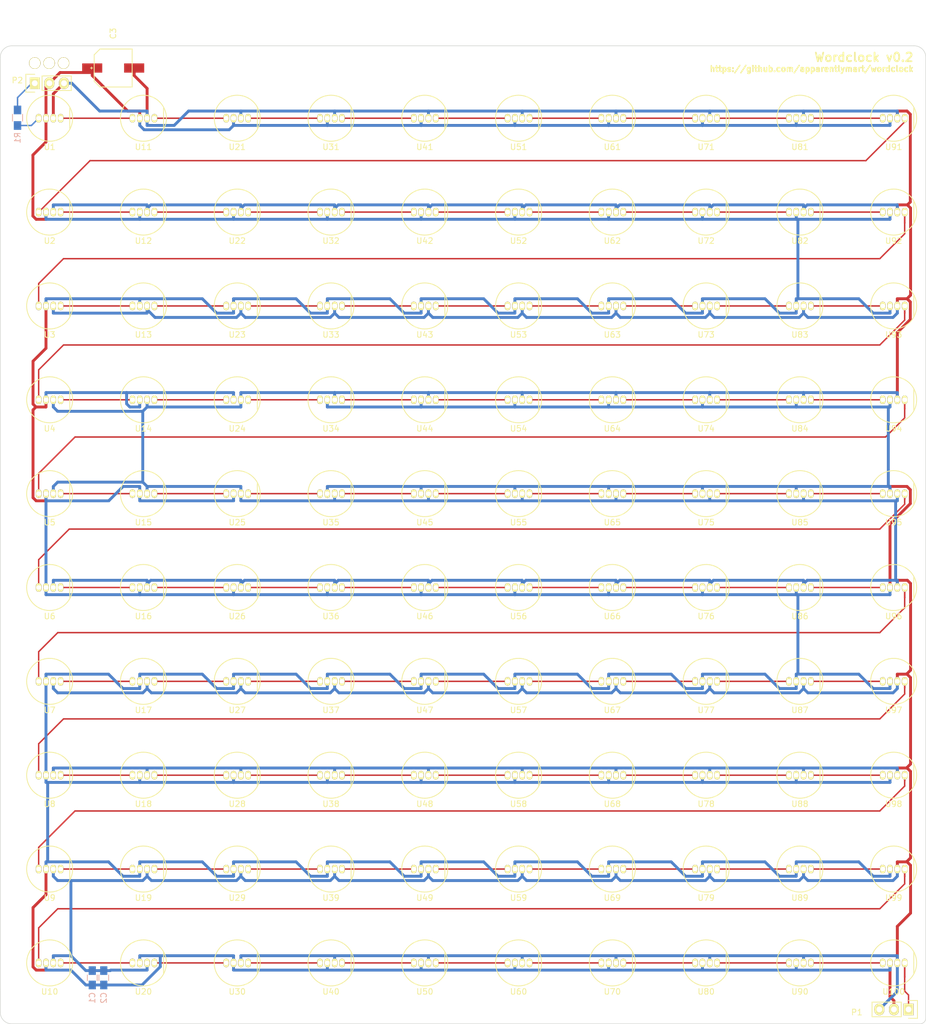
<source format=kicad_pcb>
(kicad_pcb (version 20171130) (host pcbnew "(5.1.12)-1")
  (layers (0 F.Cu signal) (31 B.Cu signal) (34 B.Paste user) (35 F.Paste user) (36 B.SilkS user) (37 F.SilkS user) (38 B.Mask user) (39 F.Mask user) (44 Edge.Cuts user))
  (net 0 "")
  (net 1 +5V)
  (net 2 GND)
  (net 3 DOUT)
  (net 4 DIN)
  (net 5 "Net-(R1-Pad1)")
  (net 6 "Net-(U1-Pad4)")
  (net 7 "Net-(U12-Pad1)")
  (net 8 "Net-(U2-Pad1)")
  (net 9 "Net-(U13-Pad1)")
  (net 10 "Net-(U3-Pad1)")
  (net 11 "Net-(U14-Pad1)")
  (net 12 "Net-(U4-Pad1)")
  (net 13 "Net-(U15-Pad1)")
  (net 14 "Net-(U5-Pad1)")
  (net 15 "Net-(U16-Pad1)")
  (net 16 "Net-(U6-Pad1)")
  (net 17 "Net-(U17-Pad1)")
  (net 18 "Net-(U7-Pad1)")
  (net 19 "Net-(U18-Pad1)")
  (net 20 "Net-(U8-Pad1)")
  (net 21 "Net-(U19-Pad1)")
  (net 22 "Net-(U9-Pad1)")
  (net 23 "Net-(U10-Pad4)")
  (net 24 "Net-(U10-Pad1)")
  (net 25 "Net-(U11-Pad4)")
  (net 26 "Net-(U12-Pad4)")
  (net 27 "Net-(U13-Pad4)")
  (net 28 "Net-(U14-Pad4)")
  (net 29 "Net-(U15-Pad4)")
  (net 30 "Net-(U16-Pad4)")
  (net 31 "Net-(U17-Pad4)")
  (net 32 "Net-(U18-Pad4)")
  (net 33 "Net-(U19-Pad4)")
  (net 34 "Net-(U20-Pad4)")
  (net 35 "Net-(U21-Pad4)")
  (net 36 "Net-(U22-Pad4)")
  (net 37 "Net-(U23-Pad4)")
  (net 38 "Net-(U24-Pad4)")
  (net 39 "Net-(U25-Pad4)")
  (net 40 "Net-(U26-Pad4)")
  (net 41 "Net-(U27-Pad4)")
  (net 42 "Net-(U28-Pad4)")
  (net 43 "Net-(U29-Pad4)")
  (net 44 "Net-(U30-Pad4)")
  (net 45 "Net-(U31-Pad4)")
  (net 46 "Net-(U32-Pad4)")
  (net 47 "Net-(U33-Pad4)")
  (net 48 "Net-(U34-Pad4)")
  (net 49 "Net-(U35-Pad4)")
  (net 50 "Net-(U36-Pad4)")
  (net 51 "Net-(U37-Pad4)")
  (net 52 "Net-(U38-Pad4)")
  (net 53 "Net-(U39-Pad4)")
  (net 54 "Net-(U40-Pad4)")
  (net 55 "Net-(U41-Pad4)")
  (net 56 "Net-(U42-Pad4)")
  (net 57 "Net-(U43-Pad4)")
  (net 58 "Net-(U44-Pad4)")
  (net 59 "Net-(U45-Pad4)")
  (net 60 "Net-(U46-Pad4)")
  (net 61 "Net-(U47-Pad4)")
  (net 62 "Net-(U48-Pad4)")
  (net 63 "Net-(U49-Pad4)")
  (net 64 "Net-(U50-Pad4)")
  (net 65 "Net-(U51-Pad4)")
  (net 66 "Net-(U52-Pad4)")
  (net 67 "Net-(U53-Pad4)")
  (net 68 "Net-(U54-Pad4)")
  (net 69 "Net-(U55-Pad4)")
  (net 70 "Net-(U56-Pad4)")
  (net 71 "Net-(U57-Pad4)")
  (net 72 "Net-(U58-Pad4)")
  (net 73 "Net-(U59-Pad4)")
  (net 74 "Net-(U60-Pad4)")
  (net 75 "Net-(U61-Pad4)")
  (net 76 "Net-(U62-Pad4)")
  (net 77 "Net-(U63-Pad4)")
  (net 78 "Net-(U64-Pad4)")
  (net 79 "Net-(U65-Pad4)")
  (net 80 "Net-(U66-Pad4)")
  (net 81 "Net-(U67-Pad4)")
  (net 82 "Net-(U68-Pad4)")
  (net 83 "Net-(U69-Pad4)")
  (net 84 "Net-(U70-Pad4)")
  (net 85 "Net-(U71-Pad4)")
  (net 86 "Net-(U72-Pad4)")
  (net 87 "Net-(U73-Pad4)")
  (net 88 "Net-(U74-Pad4)")
  (net 89 "Net-(U75-Pad4)")
  (net 90 "Net-(U76-Pad4)")
  (net 91 "Net-(U77-Pad4)")
  (net 92 "Net-(U78-Pad4)")
  (net 93 "Net-(U79-Pad4)")
  (net 94 "Net-(U80-Pad4)")
  (net 95 "Net-(U81-Pad4)")
  (net 96 "Net-(U82-Pad4)")
  (net 97 "Net-(U83-Pad4)")
  (net 98 "Net-(U84-Pad4)")
  (net 99 "Net-(U85-Pad4)")
  (net 100 "Net-(U86-Pad4)")
  (net 101 "Net-(U87-Pad4)")
  (net 102 "Net-(U88-Pad4)")
  (net 103 "Net-(U89-Pad4)")
  (net 104 "Net-(U100-Pad1)")
  (module Capacitors_SMD:C_0805_HandSoldering (layer B.Cu) (at 27 181 90)
    (fp_text reference C1 (at -3.5 0 90) (layer B.SilkS) (effects (justify mirror)))
    (fp_text value 0.1u)
    (pad 1 smd rect (at -1.25 0 90) (size 1.5 1.25) (layers B.Cu B.Paste B.Mask) (net 1 +5V))
    (pad 2 smd rect (at 1.25 0 90) (size 1.5 1.25) (layers B.Cu B.Paste B.Mask) (net 2 GND))
  )
  (module Capacitors_SMD:C_0805_HandSoldering (layer B.Cu) (at 29 181 90)
    (fp_text reference C2 (at -3.5 0 90) (layer B.SilkS) (effects (justify mirror)))
    (fp_text value 0.1u)
    (pad 1 smd rect (at -1.25 0 90) (size 1.5 1.25) (layers B.Cu B.Paste B.Mask) (net 1 +5V))
    (pad 2 smd rect (at 1.25 0 90) (size 1.5 1.25) (layers B.Cu B.Paste B.Mask) (net 2 GND))
  )
  (module Pin_Headers:Pin_Header_Straight_1x03 (layer F.Cu) (at 169 186.5 270)
    (fp_text reference P1 (at 0.5 9) (layer F.SilkS))
    (fp_text value CONN_01X03)
    (pad 1 thru_hole rect (at 0 0 270) (size 2.032 1.7272) (drill 1.016) (layers *.Cu *.Mask F.SilkS) (net 3 DOUT))
    (pad 2 thru_hole oval (at 0 2.54 270) (size 2.032 1.7272) (drill 1.016) (layers *.Cu *.Mask F.SilkS) (net 1 +5V))
    (pad 3 thru_hole oval (at 0 5.08 270) (size 2.032 1.7272) (drill 1.016) (layers *.Cu *.Mask F.SilkS) (net 2 GND))
  )
  (module Pin_Headers:Pin_Header_Straight_1x03 (layer F.Cu) (at 17 25.5 90)
    (fp_text reference P2 (at 0.5 -3.03) (layer F.SilkS))
    (fp_text value CONN_01X03)
    (pad 1 thru_hole rect (at 0 0 90) (size 2.032 1.7272) (drill 1.016) (layers *.Cu *.Mask F.SilkS) (net 4 DIN))
    (pad 2 thru_hole oval (at 0 2.54 90) (size 2.032 1.7272) (drill 1.016) (layers *.Cu *.Mask F.SilkS) (net 1 +5V))
    (pad 3 thru_hole oval (at 0 5.08 90) (size 2.032 1.7272) (drill 1.016) (layers *.Cu *.Mask F.SilkS) (net 2 GND))
  )
  (module Resistors_SMD:R_0805_HandSoldering (layer B.Cu) (at 14 31.5 90)
    (fp_text reference R1 (at -3.5 0 90) (layer B.SilkS) (effects (justify mirror)))
    (fp_text value 300)
    (pad 1 smd rect (at -1.35 0 90) (size 1.5 1.3) (layers B.Cu B.Paste B.Mask) (net 5 "Net-(R1-Pad1)"))
    (pad 2 smd rect (at 1.35 0 90) (size 1.5 1.3) (layers B.Cu B.Paste B.Mask) (net 4 DIN))
  )
  (module ledboard2:STRAINHOLE (layer F.Cu) (at 17 22)
    (fp_text reference REF**_3 hide)
    (fp_text value STRAINHOLE hide)
    (pad 1 thru_hole circle (at 0 0) (size 2 2) (drill 1.8) (layers *.Cu *.Mask F.SilkS))
  )
  (module ledboard2:STRAINHOLE (layer F.Cu) (at 19.5 22)
    (fp_text reference REF**_2 hide)
    (fp_text value STRAINHOLE hide)
    (pad 1 thru_hole circle (at 0 0) (size 2 2) (drill 1.8) (layers *.Cu *.Mask F.SilkS))
  )
  (module ledboard2:STRAINHOLE (layer F.Cu) (at 22 22)
    (fp_text reference REF** hide)
    (fp_text value STRAINHOLE hide)
    (pad 1 thru_hole circle (at 0 0) (size 2 2) (drill 1.8) (layers *.Cu *.Mask F.SilkS))
  )
  (module ledboard2:CPOL_SMD_6.3mm (layer F.Cu) (at 30.64 22.86 90)
    (fp_text reference C3 (at 6 0 90) (layer F.SilkS))
    (fp_text value CP)
    (fp_text user + (at 0 -3.8 90) (layer F.SilkS) (effects (font (size 0.5 0.5) (thickness 0.125))))
    (pad 1 smd rect (at 0 -3.65 90) (size 1.6 3.5) (layers F.Cu F.Paste F.Mask) (net 1 +5V))
    (pad 2 smd rect (at 0 3.65 90) (size 1.6 3.5) (layers F.Cu F.Paste F.Mask) (net 2 GND))
  )
  (module ledboard2:NEOPIXEL_8MM (layer F.Cu) (at 166.413 178.413)
    (fp_text reference U100 (at 0 5) (layer F.SilkS))
    (fp_text value NEOPIXEL)
    (pad 2 thru_hole oval (at -0.6375 0) (size 0.96 1.5) (drill 0.8) (layers *.Cu *.Mask F.SilkS) (net 1 +5V))
    (pad 3 thru_hole oval (at 0.6375 0) (size 0.96 1.5) (drill 0.8) (layers *.Cu *.Mask F.SilkS) (net 2 GND))
    (pad 4 thru_hole oval (at 1.9125 0) (size 0.96 1.5) (drill 0.8) (layers *.Cu *.Mask F.SilkS) (net 3 DOUT))
    (pad 1 thru_hole oval (at -1.9125 0) (size 0.96 1.5) (drill 0.8) (layers *.Cu *.Mask F.SilkS) (net 104 "Net-(U100-Pad1)"))
  )
  (module ledboard2:NEOPIXEL_8MM (layer F.Cu) (at 166.413 162.099)
    (fp_text reference U99 (at 0 5) (layer F.SilkS))
    (fp_text value NEOPIXEL)
    (pad 2 thru_hole oval (at -0.6375 0) (size 0.96 1.5) (drill 0.8) (layers *.Cu *.Mask F.SilkS) (net 1 +5V))
    (pad 3 thru_hole oval (at 0.6375 0) (size 0.96 1.5) (drill 0.8) (layers *.Cu *.Mask F.SilkS) (net 2 GND))
    (pad 4 thru_hole oval (at 1.9125 0) (size 0.96 1.5) (drill 0.8) (layers *.Cu *.Mask F.SilkS) (net 24 "Net-(U10-Pad1)"))
    (pad 1 thru_hole oval (at -1.9125 0) (size 0.96 1.5) (drill 0.8) (layers *.Cu *.Mask F.SilkS) (net 103 "Net-(U89-Pad4)"))
  )
  (module ledboard2:NEOPIXEL_8MM (layer F.Cu) (at 166.413 145.785)
    (fp_text reference U98 (at 0 5) (layer F.SilkS))
    (fp_text value NEOPIXEL)
    (pad 2 thru_hole oval (at -0.6375 0) (size 0.96 1.5) (drill 0.8) (layers *.Cu *.Mask F.SilkS) (net 1 +5V))
    (pad 3 thru_hole oval (at 0.6375 0) (size 0.96 1.5) (drill 0.8) (layers *.Cu *.Mask F.SilkS) (net 2 GND))
    (pad 4 thru_hole oval (at 1.9125 0) (size 0.96 1.5) (drill 0.8) (layers *.Cu *.Mask F.SilkS) (net 22 "Net-(U9-Pad1)"))
    (pad 1 thru_hole oval (at -1.9125 0) (size 0.96 1.5) (drill 0.8) (layers *.Cu *.Mask F.SilkS) (net 102 "Net-(U88-Pad4)"))
  )
  (module ledboard2:NEOPIXEL_8MM (layer F.Cu) (at 166.413 129.471)
    (fp_text reference U97 (at 0 5) (layer F.SilkS))
    (fp_text value NEOPIXEL)
    (pad 2 thru_hole oval (at -0.6375 0) (size 0.96 1.5) (drill 0.8) (layers *.Cu *.Mask F.SilkS) (net 1 +5V))
    (pad 3 thru_hole oval (at 0.6375 0) (size 0.96 1.5) (drill 0.8) (layers *.Cu *.Mask F.SilkS) (net 2 GND))
    (pad 4 thru_hole oval (at 1.9125 0) (size 0.96 1.5) (drill 0.8) (layers *.Cu *.Mask F.SilkS) (net 20 "Net-(U8-Pad1)"))
    (pad 1 thru_hole oval (at -1.9125 0) (size 0.96 1.5) (drill 0.8) (layers *.Cu *.Mask F.SilkS) (net 101 "Net-(U87-Pad4)"))
  )
  (module ledboard2:NEOPIXEL_8MM (layer F.Cu) (at 166.413 113.157)
    (fp_text reference U96 (at 0 5) (layer F.SilkS))
    (fp_text value NEOPIXEL)
    (pad 2 thru_hole oval (at -0.6375 0) (size 0.96 1.5) (drill 0.8) (layers *.Cu *.Mask F.SilkS) (net 1 +5V))
    (pad 3 thru_hole oval (at 0.6375 0) (size 0.96 1.5) (drill 0.8) (layers *.Cu *.Mask F.SilkS) (net 2 GND))
    (pad 4 thru_hole oval (at 1.9125 0) (size 0.96 1.5) (drill 0.8) (layers *.Cu *.Mask F.SilkS) (net 18 "Net-(U7-Pad1)"))
    (pad 1 thru_hole oval (at -1.9125 0) (size 0.96 1.5) (drill 0.8) (layers *.Cu *.Mask F.SilkS) (net 100 "Net-(U86-Pad4)"))
  )
  (module ledboard2:NEOPIXEL_8MM (layer F.Cu) (at 166.413 96.843)
    (fp_text reference U95 (at 0 5) (layer F.SilkS))
    (fp_text value NEOPIXEL)
    (pad 2 thru_hole oval (at -0.6375 0) (size 0.96 1.5) (drill 0.8) (layers *.Cu *.Mask F.SilkS) (net 1 +5V))
    (pad 3 thru_hole oval (at 0.6375 0) (size 0.96 1.5) (drill 0.8) (layers *.Cu *.Mask F.SilkS) (net 2 GND))
    (pad 4 thru_hole oval (at 1.9125 0) (size 0.96 1.5) (drill 0.8) (layers *.Cu *.Mask F.SilkS) (net 16 "Net-(U6-Pad1)"))
    (pad 1 thru_hole oval (at -1.9125 0) (size 0.96 1.5) (drill 0.8) (layers *.Cu *.Mask F.SilkS) (net 99 "Net-(U85-Pad4)"))
  )
  (module ledboard2:NEOPIXEL_8MM (layer F.Cu) (at 166.413 80.529)
    (fp_text reference U94 (at 0 5) (layer F.SilkS))
    (fp_text value NEOPIXEL)
    (pad 2 thru_hole oval (at -0.6375 0) (size 0.96 1.5) (drill 0.8) (layers *.Cu *.Mask F.SilkS) (net 1 +5V))
    (pad 3 thru_hole oval (at 0.6375 0) (size 0.96 1.5) (drill 0.8) (layers *.Cu *.Mask F.SilkS) (net 2 GND))
    (pad 4 thru_hole oval (at 1.9125 0) (size 0.96 1.5) (drill 0.8) (layers *.Cu *.Mask F.SilkS) (net 14 "Net-(U5-Pad1)"))
    (pad 1 thru_hole oval (at -1.9125 0) (size 0.96 1.5) (drill 0.8) (layers *.Cu *.Mask F.SilkS) (net 98 "Net-(U84-Pad4)"))
  )
  (module ledboard2:NEOPIXEL_8MM (layer F.Cu) (at 166.413 64.215)
    (fp_text reference U93 (at 0 5) (layer F.SilkS))
    (fp_text value NEOPIXEL)
    (pad 2 thru_hole oval (at -0.6375 0) (size 0.96 1.5) (drill 0.8) (layers *.Cu *.Mask F.SilkS) (net 1 +5V))
    (pad 3 thru_hole oval (at 0.6375 0) (size 0.96 1.5) (drill 0.8) (layers *.Cu *.Mask F.SilkS) (net 2 GND))
    (pad 4 thru_hole oval (at 1.9125 0) (size 0.96 1.5) (drill 0.8) (layers *.Cu *.Mask F.SilkS) (net 12 "Net-(U4-Pad1)"))
    (pad 1 thru_hole oval (at -1.9125 0) (size 0.96 1.5) (drill 0.8) (layers *.Cu *.Mask F.SilkS) (net 97 "Net-(U83-Pad4)"))
  )
  (module ledboard2:NEOPIXEL_8MM (layer F.Cu) (at 166.413 47.901)
    (fp_text reference U92 (at 0 5) (layer F.SilkS))
    (fp_text value NEOPIXEL)
    (pad 2 thru_hole oval (at -0.6375 0) (size 0.96 1.5) (drill 0.8) (layers *.Cu *.Mask F.SilkS) (net 1 +5V))
    (pad 3 thru_hole oval (at 0.6375 0) (size 0.96 1.5) (drill 0.8) (layers *.Cu *.Mask F.SilkS) (net 2 GND))
    (pad 4 thru_hole oval (at 1.9125 0) (size 0.96 1.5) (drill 0.8) (layers *.Cu *.Mask F.SilkS) (net 10 "Net-(U3-Pad1)"))
    (pad 1 thru_hole oval (at -1.9125 0) (size 0.96 1.5) (drill 0.8) (layers *.Cu *.Mask F.SilkS) (net 96 "Net-(U82-Pad4)"))
  )
  (module ledboard2:NEOPIXEL_8MM (layer F.Cu) (at 166.413 31.587)
    (fp_text reference U91 (at 0 5) (layer F.SilkS))
    (fp_text value NEOPIXEL)
    (pad 2 thru_hole oval (at -0.6375 0) (size 0.96 1.5) (drill 0.8) (layers *.Cu *.Mask F.SilkS) (net 1 +5V))
    (pad 3 thru_hole oval (at 0.6375 0) (size 0.96 1.5) (drill 0.8) (layers *.Cu *.Mask F.SilkS) (net 2 GND))
    (pad 4 thru_hole oval (at 1.9125 0) (size 0.96 1.5) (drill 0.8) (layers *.Cu *.Mask F.SilkS) (net 8 "Net-(U2-Pad1)"))
    (pad 1 thru_hole oval (at -1.9125 0) (size 0.96 1.5) (drill 0.8) (layers *.Cu *.Mask F.SilkS) (net 95 "Net-(U81-Pad4)"))
  )
  (module ledboard2:NEOPIXEL_8MM (layer F.Cu) (at 150.099 178.413)
    (fp_text reference U90 (at 0 5) (layer F.SilkS))
    (fp_text value NEOPIXEL)
    (pad 2 thru_hole oval (at -0.6375 0) (size 0.96 1.5) (drill 0.8) (layers *.Cu *.Mask F.SilkS) (net 1 +5V))
    (pad 3 thru_hole oval (at 0.6375 0) (size 0.96 1.5) (drill 0.8) (layers *.Cu *.Mask F.SilkS) (net 2 GND))
    (pad 4 thru_hole oval (at 1.9125 0) (size 0.96 1.5) (drill 0.8) (layers *.Cu *.Mask F.SilkS) (net 104 "Net-(U100-Pad1)"))
    (pad 1 thru_hole oval (at -1.9125 0) (size 0.96 1.5) (drill 0.8) (layers *.Cu *.Mask F.SilkS) (net 94 "Net-(U80-Pad4)"))
  )
  (module ledboard2:NEOPIXEL_8MM (layer F.Cu) (at 150.099 162.099)
    (fp_text reference U89 (at 0 5) (layer F.SilkS))
    (fp_text value NEOPIXEL)
    (pad 2 thru_hole oval (at -0.6375 0) (size 0.96 1.5) (drill 0.8) (layers *.Cu *.Mask F.SilkS) (net 1 +5V))
    (pad 3 thru_hole oval (at 0.6375 0) (size 0.96 1.5) (drill 0.8) (layers *.Cu *.Mask F.SilkS) (net 2 GND))
    (pad 4 thru_hole oval (at 1.9125 0) (size 0.96 1.5) (drill 0.8) (layers *.Cu *.Mask F.SilkS) (net 103 "Net-(U89-Pad4)"))
    (pad 1 thru_hole oval (at -1.9125 0) (size 0.96 1.5) (drill 0.8) (layers *.Cu *.Mask F.SilkS) (net 93 "Net-(U79-Pad4)"))
  )
  (module ledboard2:NEOPIXEL_8MM (layer F.Cu) (at 150.099 145.785)
    (fp_text reference U88 (at 0 5) (layer F.SilkS))
    (fp_text value NEOPIXEL)
    (pad 2 thru_hole oval (at -0.6375 0) (size 0.96 1.5) (drill 0.8) (layers *.Cu *.Mask F.SilkS) (net 1 +5V))
    (pad 3 thru_hole oval (at 0.6375 0) (size 0.96 1.5) (drill 0.8) (layers *.Cu *.Mask F.SilkS) (net 2 GND))
    (pad 4 thru_hole oval (at 1.9125 0) (size 0.96 1.5) (drill 0.8) (layers *.Cu *.Mask F.SilkS) (net 102 "Net-(U88-Pad4)"))
    (pad 1 thru_hole oval (at -1.9125 0) (size 0.96 1.5) (drill 0.8) (layers *.Cu *.Mask F.SilkS) (net 92 "Net-(U78-Pad4)"))
  )
  (module ledboard2:NEOPIXEL_8MM (layer F.Cu) (at 150.099 129.471)
    (fp_text reference U87 (at 0 5) (layer F.SilkS))
    (fp_text value NEOPIXEL)
    (pad 2 thru_hole oval (at -0.6375 0) (size 0.96 1.5) (drill 0.8) (layers *.Cu *.Mask F.SilkS) (net 1 +5V))
    (pad 3 thru_hole oval (at 0.6375 0) (size 0.96 1.5) (drill 0.8) (layers *.Cu *.Mask F.SilkS) (net 2 GND))
    (pad 4 thru_hole oval (at 1.9125 0) (size 0.96 1.5) (drill 0.8) (layers *.Cu *.Mask F.SilkS) (net 101 "Net-(U87-Pad4)"))
    (pad 1 thru_hole oval (at -1.9125 0) (size 0.96 1.5) (drill 0.8) (layers *.Cu *.Mask F.SilkS) (net 91 "Net-(U77-Pad4)"))
  )
  (module ledboard2:NEOPIXEL_8MM (layer F.Cu) (at 150.099 113.157)
    (fp_text reference U86 (at 0 5) (layer F.SilkS))
    (fp_text value NEOPIXEL)
    (pad 2 thru_hole oval (at -0.6375 0) (size 0.96 1.5) (drill 0.8) (layers *.Cu *.Mask F.SilkS) (net 1 +5V))
    (pad 3 thru_hole oval (at 0.6375 0) (size 0.96 1.5) (drill 0.8) (layers *.Cu *.Mask F.SilkS) (net 2 GND))
    (pad 4 thru_hole oval (at 1.9125 0) (size 0.96 1.5) (drill 0.8) (layers *.Cu *.Mask F.SilkS) (net 100 "Net-(U86-Pad4)"))
    (pad 1 thru_hole oval (at -1.9125 0) (size 0.96 1.5) (drill 0.8) (layers *.Cu *.Mask F.SilkS) (net 90 "Net-(U76-Pad4)"))
  )
  (module ledboard2:NEOPIXEL_8MM (layer F.Cu) (at 150.099 96.843)
    (fp_text reference U85 (at 0 5) (layer F.SilkS))
    (fp_text value NEOPIXEL)
    (pad 2 thru_hole oval (at -0.6375 0) (size 0.96 1.5) (drill 0.8) (layers *.Cu *.Mask F.SilkS) (net 1 +5V))
    (pad 3 thru_hole oval (at 0.6375 0) (size 0.96 1.5) (drill 0.8) (layers *.Cu *.Mask F.SilkS) (net 2 GND))
    (pad 4 thru_hole oval (at 1.9125 0) (size 0.96 1.5) (drill 0.8) (layers *.Cu *.Mask F.SilkS) (net 99 "Net-(U85-Pad4)"))
    (pad 1 thru_hole oval (at -1.9125 0) (size 0.96 1.5) (drill 0.8) (layers *.Cu *.Mask F.SilkS) (net 89 "Net-(U75-Pad4)"))
  )
  (module ledboard2:NEOPIXEL_8MM (layer F.Cu) (at 150.099 80.529)
    (fp_text reference U84 (at 0 5) (layer F.SilkS))
    (fp_text value NEOPIXEL)
    (pad 2 thru_hole oval (at -0.6375 0) (size 0.96 1.5) (drill 0.8) (layers *.Cu *.Mask F.SilkS) (net 1 +5V))
    (pad 3 thru_hole oval (at 0.6375 0) (size 0.96 1.5) (drill 0.8) (layers *.Cu *.Mask F.SilkS) (net 2 GND))
    (pad 4 thru_hole oval (at 1.9125 0) (size 0.96 1.5) (drill 0.8) (layers *.Cu *.Mask F.SilkS) (net 98 "Net-(U84-Pad4)"))
    (pad 1 thru_hole oval (at -1.9125 0) (size 0.96 1.5) (drill 0.8) (layers *.Cu *.Mask F.SilkS) (net 88 "Net-(U74-Pad4)"))
  )
  (module ledboard2:NEOPIXEL_8MM (layer F.Cu) (at 150.099 64.215)
    (fp_text reference U83 (at 0 5) (layer F.SilkS))
    (fp_text value NEOPIXEL)
    (pad 2 thru_hole oval (at -0.6375 0) (size 0.96 1.5) (drill 0.8) (layers *.Cu *.Mask F.SilkS) (net 1 +5V))
    (pad 3 thru_hole oval (at 0.6375 0) (size 0.96 1.5) (drill 0.8) (layers *.Cu *.Mask F.SilkS) (net 2 GND))
    (pad 4 thru_hole oval (at 1.9125 0) (size 0.96 1.5) (drill 0.8) (layers *.Cu *.Mask F.SilkS) (net 97 "Net-(U83-Pad4)"))
    (pad 1 thru_hole oval (at -1.9125 0) (size 0.96 1.5) (drill 0.8) (layers *.Cu *.Mask F.SilkS) (net 87 "Net-(U73-Pad4)"))
  )
  (module ledboard2:NEOPIXEL_8MM (layer F.Cu) (at 150.099 47.901)
    (fp_text reference U82 (at 0 5) (layer F.SilkS))
    (fp_text value NEOPIXEL)
    (pad 2 thru_hole oval (at -0.6375 0) (size 0.96 1.5) (drill 0.8) (layers *.Cu *.Mask F.SilkS) (net 1 +5V))
    (pad 3 thru_hole oval (at 0.6375 0) (size 0.96 1.5) (drill 0.8) (layers *.Cu *.Mask F.SilkS) (net 2 GND))
    (pad 4 thru_hole oval (at 1.9125 0) (size 0.96 1.5) (drill 0.8) (layers *.Cu *.Mask F.SilkS) (net 96 "Net-(U82-Pad4)"))
    (pad 1 thru_hole oval (at -1.9125 0) (size 0.96 1.5) (drill 0.8) (layers *.Cu *.Mask F.SilkS) (net 86 "Net-(U72-Pad4)"))
  )
  (module ledboard2:NEOPIXEL_8MM (layer F.Cu) (at 150.099 31.587)
    (fp_text reference U81 (at 0 5) (layer F.SilkS))
    (fp_text value NEOPIXEL)
    (pad 2 thru_hole oval (at -0.6375 0) (size 0.96 1.5) (drill 0.8) (layers *.Cu *.Mask F.SilkS) (net 1 +5V))
    (pad 3 thru_hole oval (at 0.6375 0) (size 0.96 1.5) (drill 0.8) (layers *.Cu *.Mask F.SilkS) (net 2 GND))
    (pad 4 thru_hole oval (at 1.9125 0) (size 0.96 1.5) (drill 0.8) (layers *.Cu *.Mask F.SilkS) (net 95 "Net-(U81-Pad4)"))
    (pad 1 thru_hole oval (at -1.9125 0) (size 0.96 1.5) (drill 0.8) (layers *.Cu *.Mask F.SilkS) (net 85 "Net-(U71-Pad4)"))
  )
  (module ledboard2:NEOPIXEL_8MM (layer F.Cu) (at 133.785 178.413)
    (fp_text reference U80 (at 0 5) (layer F.SilkS))
    (fp_text value NEOPIXEL)
    (pad 2 thru_hole oval (at -0.6375 0) (size 0.96 1.5) (drill 0.8) (layers *.Cu *.Mask F.SilkS) (net 1 +5V))
    (pad 3 thru_hole oval (at 0.6375 0) (size 0.96 1.5) (drill 0.8) (layers *.Cu *.Mask F.SilkS) (net 2 GND))
    (pad 4 thru_hole oval (at 1.9125 0) (size 0.96 1.5) (drill 0.8) (layers *.Cu *.Mask F.SilkS) (net 94 "Net-(U80-Pad4)"))
    (pad 1 thru_hole oval (at -1.9125 0) (size 0.96 1.5) (drill 0.8) (layers *.Cu *.Mask F.SilkS) (net 84 "Net-(U70-Pad4)"))
  )
  (module ledboard2:NEOPIXEL_8MM (layer F.Cu) (at 133.785 162.099)
    (fp_text reference U79 (at 0 5) (layer F.SilkS))
    (fp_text value NEOPIXEL)
    (pad 2 thru_hole oval (at -0.6375 0) (size 0.96 1.5) (drill 0.8) (layers *.Cu *.Mask F.SilkS) (net 1 +5V))
    (pad 3 thru_hole oval (at 0.6375 0) (size 0.96 1.5) (drill 0.8) (layers *.Cu *.Mask F.SilkS) (net 2 GND))
    (pad 4 thru_hole oval (at 1.9125 0) (size 0.96 1.5) (drill 0.8) (layers *.Cu *.Mask F.SilkS) (net 93 "Net-(U79-Pad4)"))
    (pad 1 thru_hole oval (at -1.9125 0) (size 0.96 1.5) (drill 0.8) (layers *.Cu *.Mask F.SilkS) (net 83 "Net-(U69-Pad4)"))
  )
  (module ledboard2:NEOPIXEL_8MM (layer F.Cu) (at 133.785 145.785)
    (fp_text reference U78 (at 0 5) (layer F.SilkS))
    (fp_text value NEOPIXEL)
    (pad 2 thru_hole oval (at -0.6375 0) (size 0.96 1.5) (drill 0.8) (layers *.Cu *.Mask F.SilkS) (net 1 +5V))
    (pad 3 thru_hole oval (at 0.6375 0) (size 0.96 1.5) (drill 0.8) (layers *.Cu *.Mask F.SilkS) (net 2 GND))
    (pad 4 thru_hole oval (at 1.9125 0) (size 0.96 1.5) (drill 0.8) (layers *.Cu *.Mask F.SilkS) (net 92 "Net-(U78-Pad4)"))
    (pad 1 thru_hole oval (at -1.9125 0) (size 0.96 1.5) (drill 0.8) (layers *.Cu *.Mask F.SilkS) (net 82 "Net-(U68-Pad4)"))
  )
  (module ledboard2:NEOPIXEL_8MM (layer F.Cu) (at 133.785 129.471)
    (fp_text reference U77 (at 0 5) (layer F.SilkS))
    (fp_text value NEOPIXEL)
    (pad 2 thru_hole oval (at -0.6375 0) (size 0.96 1.5) (drill 0.8) (layers *.Cu *.Mask F.SilkS) (net 1 +5V))
    (pad 3 thru_hole oval (at 0.6375 0) (size 0.96 1.5) (drill 0.8) (layers *.Cu *.Mask F.SilkS) (net 2 GND))
    (pad 4 thru_hole oval (at 1.9125 0) (size 0.96 1.5) (drill 0.8) (layers *.Cu *.Mask F.SilkS) (net 91 "Net-(U77-Pad4)"))
    (pad 1 thru_hole oval (at -1.9125 0) (size 0.96 1.5) (drill 0.8) (layers *.Cu *.Mask F.SilkS) (net 81 "Net-(U67-Pad4)"))
  )
  (module ledboard2:NEOPIXEL_8MM (layer F.Cu) (at 133.785 113.157)
    (fp_text reference U76 (at 0 5) (layer F.SilkS))
    (fp_text value NEOPIXEL)
    (pad 2 thru_hole oval (at -0.6375 0) (size 0.96 1.5) (drill 0.8) (layers *.Cu *.Mask F.SilkS) (net 1 +5V))
    (pad 3 thru_hole oval (at 0.6375 0) (size 0.96 1.5) (drill 0.8) (layers *.Cu *.Mask F.SilkS) (net 2 GND))
    (pad 4 thru_hole oval (at 1.9125 0) (size 0.96 1.5) (drill 0.8) (layers *.Cu *.Mask F.SilkS) (net 90 "Net-(U76-Pad4)"))
    (pad 1 thru_hole oval (at -1.9125 0) (size 0.96 1.5) (drill 0.8) (layers *.Cu *.Mask F.SilkS) (net 80 "Net-(U66-Pad4)"))
  )
  (module ledboard2:NEOPIXEL_8MM (layer F.Cu) (at 133.785 96.843)
    (fp_text reference U75 (at 0 5) (layer F.SilkS))
    (fp_text value NEOPIXEL)
    (pad 2 thru_hole oval (at -0.6375 0) (size 0.96 1.5) (drill 0.8) (layers *.Cu *.Mask F.SilkS) (net 1 +5V))
    (pad 3 thru_hole oval (at 0.6375 0) (size 0.96 1.5) (drill 0.8) (layers *.Cu *.Mask F.SilkS) (net 2 GND))
    (pad 4 thru_hole oval (at 1.9125 0) (size 0.96 1.5) (drill 0.8) (layers *.Cu *.Mask F.SilkS) (net 89 "Net-(U75-Pad4)"))
    (pad 1 thru_hole oval (at -1.9125 0) (size 0.96 1.5) (drill 0.8) (layers *.Cu *.Mask F.SilkS) (net 79 "Net-(U65-Pad4)"))
  )
  (module ledboard2:NEOPIXEL_8MM (layer F.Cu) (at 133.785 80.529)
    (fp_text reference U74 (at 0 5) (layer F.SilkS))
    (fp_text value NEOPIXEL)
    (pad 2 thru_hole oval (at -0.6375 0) (size 0.96 1.5) (drill 0.8) (layers *.Cu *.Mask F.SilkS) (net 1 +5V))
    (pad 3 thru_hole oval (at 0.6375 0) (size 0.96 1.5) (drill 0.8) (layers *.Cu *.Mask F.SilkS) (net 2 GND))
    (pad 4 thru_hole oval (at 1.9125 0) (size 0.96 1.5) (drill 0.8) (layers *.Cu *.Mask F.SilkS) (net 88 "Net-(U74-Pad4)"))
    (pad 1 thru_hole oval (at -1.9125 0) (size 0.96 1.5) (drill 0.8) (layers *.Cu *.Mask F.SilkS) (net 78 "Net-(U64-Pad4)"))
  )
  (module ledboard2:NEOPIXEL_8MM (layer F.Cu) (at 133.785 64.215)
    (fp_text reference U73 (at 0 5) (layer F.SilkS))
    (fp_text value NEOPIXEL)
    (pad 2 thru_hole oval (at -0.6375 0) (size 0.96 1.5) (drill 0.8) (layers *.Cu *.Mask F.SilkS) (net 1 +5V))
    (pad 3 thru_hole oval (at 0.6375 0) (size 0.96 1.5) (drill 0.8) (layers *.Cu *.Mask F.SilkS) (net 2 GND))
    (pad 4 thru_hole oval (at 1.9125 0) (size 0.96 1.5) (drill 0.8) (layers *.Cu *.Mask F.SilkS) (net 87 "Net-(U73-Pad4)"))
    (pad 1 thru_hole oval (at -1.9125 0) (size 0.96 1.5) (drill 0.8) (layers *.Cu *.Mask F.SilkS) (net 77 "Net-(U63-Pad4)"))
  )
  (module ledboard2:NEOPIXEL_8MM (layer F.Cu) (at 133.785 47.901)
    (fp_text reference U72 (at 0 5) (layer F.SilkS))
    (fp_text value NEOPIXEL)
    (pad 2 thru_hole oval (at -0.6375 0) (size 0.96 1.5) (drill 0.8) (layers *.Cu *.Mask F.SilkS) (net 1 +5V))
    (pad 3 thru_hole oval (at 0.6375 0) (size 0.96 1.5) (drill 0.8) (layers *.Cu *.Mask F.SilkS) (net 2 GND))
    (pad 4 thru_hole oval (at 1.9125 0) (size 0.96 1.5) (drill 0.8) (layers *.Cu *.Mask F.SilkS) (net 86 "Net-(U72-Pad4)"))
    (pad 1 thru_hole oval (at -1.9125 0) (size 0.96 1.5) (drill 0.8) (layers *.Cu *.Mask F.SilkS) (net 76 "Net-(U62-Pad4)"))
  )
  (module ledboard2:NEOPIXEL_8MM (layer F.Cu) (at 133.785 31.587)
    (fp_text reference U71 (at 0 5) (layer F.SilkS))
    (fp_text value NEOPIXEL)
    (pad 2 thru_hole oval (at -0.6375 0) (size 0.96 1.5) (drill 0.8) (layers *.Cu *.Mask F.SilkS) (net 1 +5V))
    (pad 3 thru_hole oval (at 0.6375 0) (size 0.96 1.5) (drill 0.8) (layers *.Cu *.Mask F.SilkS) (net 2 GND))
    (pad 4 thru_hole oval (at 1.9125 0) (size 0.96 1.5) (drill 0.8) (layers *.Cu *.Mask F.SilkS) (net 85 "Net-(U71-Pad4)"))
    (pad 1 thru_hole oval (at -1.9125 0) (size 0.96 1.5) (drill 0.8) (layers *.Cu *.Mask F.SilkS) (net 75 "Net-(U61-Pad4)"))
  )
  (module ledboard2:NEOPIXEL_8MM (layer F.Cu) (at 117.471 178.413)
    (fp_text reference U70 (at 0 5) (layer F.SilkS))
    (fp_text value NEOPIXEL)
    (pad 2 thru_hole oval (at -0.6375 0) (size 0.96 1.5) (drill 0.8) (layers *.Cu *.Mask F.SilkS) (net 1 +5V))
    (pad 3 thru_hole oval (at 0.6375 0) (size 0.96 1.5) (drill 0.8) (layers *.Cu *.Mask F.SilkS) (net 2 GND))
    (pad 4 thru_hole oval (at 1.9125 0) (size 0.96 1.5) (drill 0.8) (layers *.Cu *.Mask F.SilkS) (net 84 "Net-(U70-Pad4)"))
    (pad 1 thru_hole oval (at -1.9125 0) (size 0.96 1.5) (drill 0.8) (layers *.Cu *.Mask F.SilkS) (net 74 "Net-(U60-Pad4)"))
  )
  (module ledboard2:NEOPIXEL_8MM (layer F.Cu) (at 117.471 162.099)
    (fp_text reference U69 (at 0 5) (layer F.SilkS))
    (fp_text value NEOPIXEL)
    (pad 2 thru_hole oval (at -0.6375 0) (size 0.96 1.5) (drill 0.8) (layers *.Cu *.Mask F.SilkS) (net 1 +5V))
    (pad 3 thru_hole oval (at 0.6375 0) (size 0.96 1.5) (drill 0.8) (layers *.Cu *.Mask F.SilkS) (net 2 GND))
    (pad 4 thru_hole oval (at 1.9125 0) (size 0.96 1.5) (drill 0.8) (layers *.Cu *.Mask F.SilkS) (net 83 "Net-(U69-Pad4)"))
    (pad 1 thru_hole oval (at -1.9125 0) (size 0.96 1.5) (drill 0.8) (layers *.Cu *.Mask F.SilkS) (net 73 "Net-(U59-Pad4)"))
  )
  (module ledboard2:NEOPIXEL_8MM (layer F.Cu) (at 117.471 145.785)
    (fp_text reference U68 (at 0 5) (layer F.SilkS))
    (fp_text value NEOPIXEL)
    (pad 2 thru_hole oval (at -0.6375 0) (size 0.96 1.5) (drill 0.8) (layers *.Cu *.Mask F.SilkS) (net 1 +5V))
    (pad 3 thru_hole oval (at 0.6375 0) (size 0.96 1.5) (drill 0.8) (layers *.Cu *.Mask F.SilkS) (net 2 GND))
    (pad 4 thru_hole oval (at 1.9125 0) (size 0.96 1.5) (drill 0.8) (layers *.Cu *.Mask F.SilkS) (net 82 "Net-(U68-Pad4)"))
    (pad 1 thru_hole oval (at -1.9125 0) (size 0.96 1.5) (drill 0.8) (layers *.Cu *.Mask F.SilkS) (net 72 "Net-(U58-Pad4)"))
  )
  (module ledboard2:NEOPIXEL_8MM (layer F.Cu) (at 117.471 129.471)
    (fp_text reference U67 (at 0 5) (layer F.SilkS))
    (fp_text value NEOPIXEL)
    (pad 2 thru_hole oval (at -0.6375 0) (size 0.96 1.5) (drill 0.8) (layers *.Cu *.Mask F.SilkS) (net 1 +5V))
    (pad 3 thru_hole oval (at 0.6375 0) (size 0.96 1.5) (drill 0.8) (layers *.Cu *.Mask F.SilkS) (net 2 GND))
    (pad 4 thru_hole oval (at 1.9125 0) (size 0.96 1.5) (drill 0.8) (layers *.Cu *.Mask F.SilkS) (net 81 "Net-(U67-Pad4)"))
    (pad 1 thru_hole oval (at -1.9125 0) (size 0.96 1.5) (drill 0.8) (layers *.Cu *.Mask F.SilkS) (net 71 "Net-(U57-Pad4)"))
  )
  (module ledboard2:NEOPIXEL_8MM (layer F.Cu) (at 117.471 113.157)
    (fp_text reference U66 (at 0 5) (layer F.SilkS))
    (fp_text value NEOPIXEL)
    (pad 2 thru_hole oval (at -0.6375 0) (size 0.96 1.5) (drill 0.8) (layers *.Cu *.Mask F.SilkS) (net 1 +5V))
    (pad 3 thru_hole oval (at 0.6375 0) (size 0.96 1.5) (drill 0.8) (layers *.Cu *.Mask F.SilkS) (net 2 GND))
    (pad 4 thru_hole oval (at 1.9125 0) (size 0.96 1.5) (drill 0.8) (layers *.Cu *.Mask F.SilkS) (net 80 "Net-(U66-Pad4)"))
    (pad 1 thru_hole oval (at -1.9125 0) (size 0.96 1.5) (drill 0.8) (layers *.Cu *.Mask F.SilkS) (net 70 "Net-(U56-Pad4)"))
  )
  (module ledboard2:NEOPIXEL_8MM (layer F.Cu) (at 117.471 96.843)
    (fp_text reference U65 (at 0 5) (layer F.SilkS))
    (fp_text value NEOPIXEL)
    (pad 2 thru_hole oval (at -0.6375 0) (size 0.96 1.5) (drill 0.8) (layers *.Cu *.Mask F.SilkS) (net 1 +5V))
    (pad 3 thru_hole oval (at 0.6375 0) (size 0.96 1.5) (drill 0.8) (layers *.Cu *.Mask F.SilkS) (net 2 GND))
    (pad 4 thru_hole oval (at 1.9125 0) (size 0.96 1.5) (drill 0.8) (layers *.Cu *.Mask F.SilkS) (net 79 "Net-(U65-Pad4)"))
    (pad 1 thru_hole oval (at -1.9125 0) (size 0.96 1.5) (drill 0.8) (layers *.Cu *.Mask F.SilkS) (net 69 "Net-(U55-Pad4)"))
  )
  (module ledboard2:NEOPIXEL_8MM (layer F.Cu) (at 117.471 80.529)
    (fp_text reference U64 (at 0 5) (layer F.SilkS))
    (fp_text value NEOPIXEL)
    (pad 2 thru_hole oval (at -0.6375 0) (size 0.96 1.5) (drill 0.8) (layers *.Cu *.Mask F.SilkS) (net 1 +5V))
    (pad 3 thru_hole oval (at 0.6375 0) (size 0.96 1.5) (drill 0.8) (layers *.Cu *.Mask F.SilkS) (net 2 GND))
    (pad 4 thru_hole oval (at 1.9125 0) (size 0.96 1.5) (drill 0.8) (layers *.Cu *.Mask F.SilkS) (net 78 "Net-(U64-Pad4)"))
    (pad 1 thru_hole oval (at -1.9125 0) (size 0.96 1.5) (drill 0.8) (layers *.Cu *.Mask F.SilkS) (net 68 "Net-(U54-Pad4)"))
  )
  (module ledboard2:NEOPIXEL_8MM (layer F.Cu) (at 117.471 64.215)
    (fp_text reference U63 (at 0 5) (layer F.SilkS))
    (fp_text value NEOPIXEL)
    (pad 2 thru_hole oval (at -0.6375 0) (size 0.96 1.5) (drill 0.8) (layers *.Cu *.Mask F.SilkS) (net 1 +5V))
    (pad 3 thru_hole oval (at 0.6375 0) (size 0.96 1.5) (drill 0.8) (layers *.Cu *.Mask F.SilkS) (net 2 GND))
    (pad 4 thru_hole oval (at 1.9125 0) (size 0.96 1.5) (drill 0.8) (layers *.Cu *.Mask F.SilkS) (net 77 "Net-(U63-Pad4)"))
    (pad 1 thru_hole oval (at -1.9125 0) (size 0.96 1.5) (drill 0.8) (layers *.Cu *.Mask F.SilkS) (net 67 "Net-(U53-Pad4)"))
  )
  (module ledboard2:NEOPIXEL_8MM (layer F.Cu) (at 117.471 47.901)
    (fp_text reference U62 (at 0 5) (layer F.SilkS))
    (fp_text value NEOPIXEL)
    (pad 2 thru_hole oval (at -0.6375 0) (size 0.96 1.5) (drill 0.8) (layers *.Cu *.Mask F.SilkS) (net 1 +5V))
    (pad 3 thru_hole oval (at 0.6375 0) (size 0.96 1.5) (drill 0.8) (layers *.Cu *.Mask F.SilkS) (net 2 GND))
    (pad 4 thru_hole oval (at 1.9125 0) (size 0.96 1.5) (drill 0.8) (layers *.Cu *.Mask F.SilkS) (net 76 "Net-(U62-Pad4)"))
    (pad 1 thru_hole oval (at -1.9125 0) (size 0.96 1.5) (drill 0.8) (layers *.Cu *.Mask F.SilkS) (net 66 "Net-(U52-Pad4)"))
  )
  (module ledboard2:NEOPIXEL_8MM (layer F.Cu) (at 117.471 31.587)
    (fp_text reference U61 (at 0 5) (layer F.SilkS))
    (fp_text value NEOPIXEL)
    (pad 2 thru_hole oval (at -0.6375 0) (size 0.96 1.5) (drill 0.8) (layers *.Cu *.Mask F.SilkS) (net 1 +5V))
    (pad 3 thru_hole oval (at 0.6375 0) (size 0.96 1.5) (drill 0.8) (layers *.Cu *.Mask F.SilkS) (net 2 GND))
    (pad 4 thru_hole oval (at 1.9125 0) (size 0.96 1.5) (drill 0.8) (layers *.Cu *.Mask F.SilkS) (net 75 "Net-(U61-Pad4)"))
    (pad 1 thru_hole oval (at -1.9125 0) (size 0.96 1.5) (drill 0.8) (layers *.Cu *.Mask F.SilkS) (net 65 "Net-(U51-Pad4)"))
  )
  (module ledboard2:NEOPIXEL_8MM (layer F.Cu) (at 101.157 178.413)
    (fp_text reference U60 (at 0 5) (layer F.SilkS))
    (fp_text value NEOPIXEL)
    (pad 2 thru_hole oval (at -0.6375 0) (size 0.96 1.5) (drill 0.8) (layers *.Cu *.Mask F.SilkS) (net 1 +5V))
    (pad 3 thru_hole oval (at 0.6375 0) (size 0.96 1.5) (drill 0.8) (layers *.Cu *.Mask F.SilkS) (net 2 GND))
    (pad 4 thru_hole oval (at 1.9125 0) (size 0.96 1.5) (drill 0.8) (layers *.Cu *.Mask F.SilkS) (net 74 "Net-(U60-Pad4)"))
    (pad 1 thru_hole oval (at -1.9125 0) (size 0.96 1.5) (drill 0.8) (layers *.Cu *.Mask F.SilkS) (net 64 "Net-(U50-Pad4)"))
  )
  (module ledboard2:NEOPIXEL_8MM (layer F.Cu) (at 101.157 162.099)
    (fp_text reference U59 (at 0 5) (layer F.SilkS))
    (fp_text value NEOPIXEL)
    (pad 2 thru_hole oval (at -0.6375 0) (size 0.96 1.5) (drill 0.8) (layers *.Cu *.Mask F.SilkS) (net 1 +5V))
    (pad 3 thru_hole oval (at 0.6375 0) (size 0.96 1.5) (drill 0.8) (layers *.Cu *.Mask F.SilkS) (net 2 GND))
    (pad 4 thru_hole oval (at 1.9125 0) (size 0.96 1.5) (drill 0.8) (layers *.Cu *.Mask F.SilkS) (net 73 "Net-(U59-Pad4)"))
    (pad 1 thru_hole oval (at -1.9125 0) (size 0.96 1.5) (drill 0.8) (layers *.Cu *.Mask F.SilkS) (net 63 "Net-(U49-Pad4)"))
  )
  (module ledboard2:NEOPIXEL_8MM (layer F.Cu) (at 101.157 145.785)
    (fp_text reference U58 (at 0 5) (layer F.SilkS))
    (fp_text value NEOPIXEL)
    (pad 2 thru_hole oval (at -0.6375 0) (size 0.96 1.5) (drill 0.8) (layers *.Cu *.Mask F.SilkS) (net 1 +5V))
    (pad 3 thru_hole oval (at 0.6375 0) (size 0.96 1.5) (drill 0.8) (layers *.Cu *.Mask F.SilkS) (net 2 GND))
    (pad 4 thru_hole oval (at 1.9125 0) (size 0.96 1.5) (drill 0.8) (layers *.Cu *.Mask F.SilkS) (net 72 "Net-(U58-Pad4)"))
    (pad 1 thru_hole oval (at -1.9125 0) (size 0.96 1.5) (drill 0.8) (layers *.Cu *.Mask F.SilkS) (net 62 "Net-(U48-Pad4)"))
  )
  (module ledboard2:NEOPIXEL_8MM (layer F.Cu) (at 101.157 129.471)
    (fp_text reference U57 (at 0 5) (layer F.SilkS))
    (fp_text value NEOPIXEL)
    (pad 2 thru_hole oval (at -0.6375 0) (size 0.96 1.5) (drill 0.8) (layers *.Cu *.Mask F.SilkS) (net 1 +5V))
    (pad 3 thru_hole oval (at 0.6375 0) (size 0.96 1.5) (drill 0.8) (layers *.Cu *.Mask F.SilkS) (net 2 GND))
    (pad 4 thru_hole oval (at 1.9125 0) (size 0.96 1.5) (drill 0.8) (layers *.Cu *.Mask F.SilkS) (net 71 "Net-(U57-Pad4)"))
    (pad 1 thru_hole oval (at -1.9125 0) (size 0.96 1.5) (drill 0.8) (layers *.Cu *.Mask F.SilkS) (net 61 "Net-(U47-Pad4)"))
  )
  (module ledboard2:NEOPIXEL_8MM (layer F.Cu) (at 101.157 113.157)
    (fp_text reference U56 (at 0 5) (layer F.SilkS))
    (fp_text value NEOPIXEL)
    (pad 2 thru_hole oval (at -0.6375 0) (size 0.96 1.5) (drill 0.8) (layers *.Cu *.Mask F.SilkS) (net 1 +5V))
    (pad 3 thru_hole oval (at 0.6375 0) (size 0.96 1.5) (drill 0.8) (layers *.Cu *.Mask F.SilkS) (net 2 GND))
    (pad 4 thru_hole oval (at 1.9125 0) (size 0.96 1.5) (drill 0.8) (layers *.Cu *.Mask F.SilkS) (net 70 "Net-(U56-Pad4)"))
    (pad 1 thru_hole oval (at -1.9125 0) (size 0.96 1.5) (drill 0.8) (layers *.Cu *.Mask F.SilkS) (net 60 "Net-(U46-Pad4)"))
  )
  (module ledboard2:NEOPIXEL_8MM (layer F.Cu) (at 101.157 96.843)
    (fp_text reference U55 (at 0 5) (layer F.SilkS))
    (fp_text value NEOPIXEL)
    (pad 2 thru_hole oval (at -0.6375 0) (size 0.96 1.5) (drill 0.8) (layers *.Cu *.Mask F.SilkS) (net 1 +5V))
    (pad 3 thru_hole oval (at 0.6375 0) (size 0.96 1.5) (drill 0.8) (layers *.Cu *.Mask F.SilkS) (net 2 GND))
    (pad 4 thru_hole oval (at 1.9125 0) (size 0.96 1.5) (drill 0.8) (layers *.Cu *.Mask F.SilkS) (net 69 "Net-(U55-Pad4)"))
    (pad 1 thru_hole oval (at -1.9125 0) (size 0.96 1.5) (drill 0.8) (layers *.Cu *.Mask F.SilkS) (net 59 "Net-(U45-Pad4)"))
  )
  (module ledboard2:NEOPIXEL_8MM (layer F.Cu) (at 101.157 80.529)
    (fp_text reference U54 (at 0 5) (layer F.SilkS))
    (fp_text value NEOPIXEL)
    (pad 2 thru_hole oval (at -0.6375 0) (size 0.96 1.5) (drill 0.8) (layers *.Cu *.Mask F.SilkS) (net 1 +5V))
    (pad 3 thru_hole oval (at 0.6375 0) (size 0.96 1.5) (drill 0.8) (layers *.Cu *.Mask F.SilkS) (net 2 GND))
    (pad 4 thru_hole oval (at 1.9125 0) (size 0.96 1.5) (drill 0.8) (layers *.Cu *.Mask F.SilkS) (net 68 "Net-(U54-Pad4)"))
    (pad 1 thru_hole oval (at -1.9125 0) (size 0.96 1.5) (drill 0.8) (layers *.Cu *.Mask F.SilkS) (net 58 "Net-(U44-Pad4)"))
  )
  (module ledboard2:NEOPIXEL_8MM (layer F.Cu) (at 101.157 64.215)
    (fp_text reference U53 (at 0 5) (layer F.SilkS))
    (fp_text value NEOPIXEL)
    (pad 2 thru_hole oval (at -0.6375 0) (size 0.96 1.5) (drill 0.8) (layers *.Cu *.Mask F.SilkS) (net 1 +5V))
    (pad 3 thru_hole oval (at 0.6375 0) (size 0.96 1.5) (drill 0.8) (layers *.Cu *.Mask F.SilkS) (net 2 GND))
    (pad 4 thru_hole oval (at 1.9125 0) (size 0.96 1.5) (drill 0.8) (layers *.Cu *.Mask F.SilkS) (net 67 "Net-(U53-Pad4)"))
    (pad 1 thru_hole oval (at -1.9125 0) (size 0.96 1.5) (drill 0.8) (layers *.Cu *.Mask F.SilkS) (net 57 "Net-(U43-Pad4)"))
  )
  (module ledboard2:NEOPIXEL_8MM (layer F.Cu) (at 101.157 47.901)
    (fp_text reference U52 (at 0 5) (layer F.SilkS))
    (fp_text value NEOPIXEL)
    (pad 2 thru_hole oval (at -0.6375 0) (size 0.96 1.5) (drill 0.8) (layers *.Cu *.Mask F.SilkS) (net 1 +5V))
    (pad 3 thru_hole oval (at 0.6375 0) (size 0.96 1.5) (drill 0.8) (layers *.Cu *.Mask F.SilkS) (net 2 GND))
    (pad 4 thru_hole oval (at 1.9125 0) (size 0.96 1.5) (drill 0.8) (layers *.Cu *.Mask F.SilkS) (net 66 "Net-(U52-Pad4)"))
    (pad 1 thru_hole oval (at -1.9125 0) (size 0.96 1.5) (drill 0.8) (layers *.Cu *.Mask F.SilkS) (net 56 "Net-(U42-Pad4)"))
  )
  (module ledboard2:NEOPIXEL_8MM (layer F.Cu) (at 101.157 31.587)
    (fp_text reference U51 (at 0 5) (layer F.SilkS))
    (fp_text value NEOPIXEL)
    (pad 2 thru_hole oval (at -0.6375 0) (size 0.96 1.5) (drill 0.8) (layers *.Cu *.Mask F.SilkS) (net 1 +5V))
    (pad 3 thru_hole oval (at 0.6375 0) (size 0.96 1.5) (drill 0.8) (layers *.Cu *.Mask F.SilkS) (net 2 GND))
    (pad 4 thru_hole oval (at 1.9125 0) (size 0.96 1.5) (drill 0.8) (layers *.Cu *.Mask F.SilkS) (net 65 "Net-(U51-Pad4)"))
    (pad 1 thru_hole oval (at -1.9125 0) (size 0.96 1.5) (drill 0.8) (layers *.Cu *.Mask F.SilkS) (net 55 "Net-(U41-Pad4)"))
  )
  (module ledboard2:NEOPIXEL_8MM (layer F.Cu) (at 84.843 178.413)
    (fp_text reference U50 (at 0 5) (layer F.SilkS))
    (fp_text value NEOPIXEL)
    (pad 2 thru_hole oval (at -0.6375 0) (size 0.96 1.5) (drill 0.8) (layers *.Cu *.Mask F.SilkS) (net 1 +5V))
    (pad 3 thru_hole oval (at 0.6375 0) (size 0.96 1.5) (drill 0.8) (layers *.Cu *.Mask F.SilkS) (net 2 GND))
    (pad 4 thru_hole oval (at 1.9125 0) (size 0.96 1.5) (drill 0.8) (layers *.Cu *.Mask F.SilkS) (net 64 "Net-(U50-Pad4)"))
    (pad 1 thru_hole oval (at -1.9125 0) (size 0.96 1.5) (drill 0.8) (layers *.Cu *.Mask F.SilkS) (net 54 "Net-(U40-Pad4)"))
  )
  (module ledboard2:NEOPIXEL_8MM (layer F.Cu) (at 84.843 162.099)
    (fp_text reference U49 (at 0 5) (layer F.SilkS))
    (fp_text value NEOPIXEL)
    (pad 2 thru_hole oval (at -0.6375 0) (size 0.96 1.5) (drill 0.8) (layers *.Cu *.Mask F.SilkS) (net 1 +5V))
    (pad 3 thru_hole oval (at 0.6375 0) (size 0.96 1.5) (drill 0.8) (layers *.Cu *.Mask F.SilkS) (net 2 GND))
    (pad 4 thru_hole oval (at 1.9125 0) (size 0.96 1.5) (drill 0.8) (layers *.Cu *.Mask F.SilkS) (net 63 "Net-(U49-Pad4)"))
    (pad 1 thru_hole oval (at -1.9125 0) (size 0.96 1.5) (drill 0.8) (layers *.Cu *.Mask F.SilkS) (net 53 "Net-(U39-Pad4)"))
  )
  (module ledboard2:NEOPIXEL_8MM (layer F.Cu) (at 84.843 145.785)
    (fp_text reference U48 (at 0 5) (layer F.SilkS))
    (fp_text value NEOPIXEL)
    (pad 2 thru_hole oval (at -0.6375 0) (size 0.96 1.5) (drill 0.8) (layers *.Cu *.Mask F.SilkS) (net 1 +5V))
    (pad 3 thru_hole oval (at 0.6375 0) (size 0.96 1.5) (drill 0.8) (layers *.Cu *.Mask F.SilkS) (net 2 GND))
    (pad 4 thru_hole oval (at 1.9125 0) (size 0.96 1.5) (drill 0.8) (layers *.Cu *.Mask F.SilkS) (net 62 "Net-(U48-Pad4)"))
    (pad 1 thru_hole oval (at -1.9125 0) (size 0.96 1.5) (drill 0.8) (layers *.Cu *.Mask F.SilkS) (net 52 "Net-(U38-Pad4)"))
  )
  (module ledboard2:NEOPIXEL_8MM (layer F.Cu) (at 84.843 129.471)
    (fp_text reference U47 (at 0 5) (layer F.SilkS))
    (fp_text value NEOPIXEL)
    (pad 2 thru_hole oval (at -0.6375 0) (size 0.96 1.5) (drill 0.8) (layers *.Cu *.Mask F.SilkS) (net 1 +5V))
    (pad 3 thru_hole oval (at 0.6375 0) (size 0.96 1.5) (drill 0.8) (layers *.Cu *.Mask F.SilkS) (net 2 GND))
    (pad 4 thru_hole oval (at 1.9125 0) (size 0.96 1.5) (drill 0.8) (layers *.Cu *.Mask F.SilkS) (net 61 "Net-(U47-Pad4)"))
    (pad 1 thru_hole oval (at -1.9125 0) (size 0.96 1.5) (drill 0.8) (layers *.Cu *.Mask F.SilkS) (net 51 "Net-(U37-Pad4)"))
  )
  (module ledboard2:NEOPIXEL_8MM (layer F.Cu) (at 84.843 113.157)
    (fp_text reference U46 (at 0 5) (layer F.SilkS))
    (fp_text value NEOPIXEL)
    (pad 2 thru_hole oval (at -0.6375 0) (size 0.96 1.5) (drill 0.8) (layers *.Cu *.Mask F.SilkS) (net 1 +5V))
    (pad 3 thru_hole oval (at 0.6375 0) (size 0.96 1.5) (drill 0.8) (layers *.Cu *.Mask F.SilkS) (net 2 GND))
    (pad 4 thru_hole oval (at 1.9125 0) (size 0.96 1.5) (drill 0.8) (layers *.Cu *.Mask F.SilkS) (net 60 "Net-(U46-Pad4)"))
    (pad 1 thru_hole oval (at -1.9125 0) (size 0.96 1.5) (drill 0.8) (layers *.Cu *.Mask F.SilkS) (net 50 "Net-(U36-Pad4)"))
  )
  (module ledboard2:NEOPIXEL_8MM (layer F.Cu) (at 84.843 96.843)
    (fp_text reference U45 (at 0 5) (layer F.SilkS))
    (fp_text value NEOPIXEL)
    (pad 2 thru_hole oval (at -0.6375 0) (size 0.96 1.5) (drill 0.8) (layers *.Cu *.Mask F.SilkS) (net 1 +5V))
    (pad 3 thru_hole oval (at 0.6375 0) (size 0.96 1.5) (drill 0.8) (layers *.Cu *.Mask F.SilkS) (net 2 GND))
    (pad 4 thru_hole oval (at 1.9125 0) (size 0.96 1.5) (drill 0.8) (layers *.Cu *.Mask F.SilkS) (net 59 "Net-(U45-Pad4)"))
    (pad 1 thru_hole oval (at -1.9125 0) (size 0.96 1.5) (drill 0.8) (layers *.Cu *.Mask F.SilkS) (net 49 "Net-(U35-Pad4)"))
  )
  (module ledboard2:NEOPIXEL_8MM (layer F.Cu) (at 84.843 80.529)
    (fp_text reference U44 (at 0 5) (layer F.SilkS))
    (fp_text value NEOPIXEL)
    (pad 2 thru_hole oval (at -0.6375 0) (size 0.96 1.5) (drill 0.8) (layers *.Cu *.Mask F.SilkS) (net 1 +5V))
    (pad 3 thru_hole oval (at 0.6375 0) (size 0.96 1.5) (drill 0.8) (layers *.Cu *.Mask F.SilkS) (net 2 GND))
    (pad 4 thru_hole oval (at 1.9125 0) (size 0.96 1.5) (drill 0.8) (layers *.Cu *.Mask F.SilkS) (net 58 "Net-(U44-Pad4)"))
    (pad 1 thru_hole oval (at -1.9125 0) (size 0.96 1.5) (drill 0.8) (layers *.Cu *.Mask F.SilkS) (net 48 "Net-(U34-Pad4)"))
  )
  (module ledboard2:NEOPIXEL_8MM (layer F.Cu) (at 84.843 64.215)
    (fp_text reference U43 (at 0 5) (layer F.SilkS))
    (fp_text value NEOPIXEL)
    (pad 2 thru_hole oval (at -0.6375 0) (size 0.96 1.5) (drill 0.8) (layers *.Cu *.Mask F.SilkS) (net 1 +5V))
    (pad 3 thru_hole oval (at 0.6375 0) (size 0.96 1.5) (drill 0.8) (layers *.Cu *.Mask F.SilkS) (net 2 GND))
    (pad 4 thru_hole oval (at 1.9125 0) (size 0.96 1.5) (drill 0.8) (layers *.Cu *.Mask F.SilkS) (net 57 "Net-(U43-Pad4)"))
    (pad 1 thru_hole oval (at -1.9125 0) (size 0.96 1.5) (drill 0.8) (layers *.Cu *.Mask F.SilkS) (net 47 "Net-(U33-Pad4)"))
  )
  (module ledboard2:NEOPIXEL_8MM (layer F.Cu) (at 84.843 47.901)
    (fp_text reference U42 (at 0 5) (layer F.SilkS))
    (fp_text value NEOPIXEL)
    (pad 2 thru_hole oval (at -0.6375 0) (size 0.96 1.5) (drill 0.8) (layers *.Cu *.Mask F.SilkS) (net 1 +5V))
    (pad 3 thru_hole oval (at 0.6375 0) (size 0.96 1.5) (drill 0.8) (layers *.Cu *.Mask F.SilkS) (net 2 GND))
    (pad 4 thru_hole oval (at 1.9125 0) (size 0.96 1.5) (drill 0.8) (layers *.Cu *.Mask F.SilkS) (net 56 "Net-(U42-Pad4)"))
    (pad 1 thru_hole oval (at -1.9125 0) (size 0.96 1.5) (drill 0.8) (layers *.Cu *.Mask F.SilkS) (net 46 "Net-(U32-Pad4)"))
  )
  (module ledboard2:NEOPIXEL_8MM (layer F.Cu) (at 84.843 31.587)
    (fp_text reference U41 (at 0 5) (layer F.SilkS))
    (fp_text value NEOPIXEL)
    (pad 2 thru_hole oval (at -0.6375 0) (size 0.96 1.5) (drill 0.8) (layers *.Cu *.Mask F.SilkS) (net 1 +5V))
    (pad 3 thru_hole oval (at 0.6375 0) (size 0.96 1.5) (drill 0.8) (layers *.Cu *.Mask F.SilkS) (net 2 GND))
    (pad 4 thru_hole oval (at 1.9125 0) (size 0.96 1.5) (drill 0.8) (layers *.Cu *.Mask F.SilkS) (net 55 "Net-(U41-Pad4)"))
    (pad 1 thru_hole oval (at -1.9125 0) (size 0.96 1.5) (drill 0.8) (layers *.Cu *.Mask F.SilkS) (net 45 "Net-(U31-Pad4)"))
  )
  (module ledboard2:NEOPIXEL_8MM (layer F.Cu) (at 68.529 178.413)
    (fp_text reference U40 (at 0 5) (layer F.SilkS))
    (fp_text value NEOPIXEL)
    (pad 2 thru_hole oval (at -0.6375 0) (size 0.96 1.5) (drill 0.8) (layers *.Cu *.Mask F.SilkS) (net 1 +5V))
    (pad 3 thru_hole oval (at 0.6375 0) (size 0.96 1.5) (drill 0.8) (layers *.Cu *.Mask F.SilkS) (net 2 GND))
    (pad 4 thru_hole oval (at 1.9125 0) (size 0.96 1.5) (drill 0.8) (layers *.Cu *.Mask F.SilkS) (net 54 "Net-(U40-Pad4)"))
    (pad 1 thru_hole oval (at -1.9125 0) (size 0.96 1.5) (drill 0.8) (layers *.Cu *.Mask F.SilkS) (net 44 "Net-(U30-Pad4)"))
  )
  (module ledboard2:NEOPIXEL_8MM (layer F.Cu) (at 68.529 162.099)
    (fp_text reference U39 (at 0 5) (layer F.SilkS))
    (fp_text value NEOPIXEL)
    (pad 2 thru_hole oval (at -0.6375 0) (size 0.96 1.5) (drill 0.8) (layers *.Cu *.Mask F.SilkS) (net 1 +5V))
    (pad 3 thru_hole oval (at 0.6375 0) (size 0.96 1.5) (drill 0.8) (layers *.Cu *.Mask F.SilkS) (net 2 GND))
    (pad 4 thru_hole oval (at 1.9125 0) (size 0.96 1.5) (drill 0.8) (layers *.Cu *.Mask F.SilkS) (net 53 "Net-(U39-Pad4)"))
    (pad 1 thru_hole oval (at -1.9125 0) (size 0.96 1.5) (drill 0.8) (layers *.Cu *.Mask F.SilkS) (net 43 "Net-(U29-Pad4)"))
  )
  (module ledboard2:NEOPIXEL_8MM (layer F.Cu) (at 68.529 145.785)
    (fp_text reference U38 (at 0 5) (layer F.SilkS))
    (fp_text value NEOPIXEL)
    (pad 2 thru_hole oval (at -0.6375 0) (size 0.96 1.5) (drill 0.8) (layers *.Cu *.Mask F.SilkS) (net 1 +5V))
    (pad 3 thru_hole oval (at 0.6375 0) (size 0.96 1.5) (drill 0.8) (layers *.Cu *.Mask F.SilkS) (net 2 GND))
    (pad 4 thru_hole oval (at 1.9125 0) (size 0.96 1.5) (drill 0.8) (layers *.Cu *.Mask F.SilkS) (net 52 "Net-(U38-Pad4)"))
    (pad 1 thru_hole oval (at -1.9125 0) (size 0.96 1.5) (drill 0.8) (layers *.Cu *.Mask F.SilkS) (net 42 "Net-(U28-Pad4)"))
  )
  (module ledboard2:NEOPIXEL_8MM (layer F.Cu) (at 68.529 129.471)
    (fp_text reference U37 (at 0 5) (layer F.SilkS))
    (fp_text value NEOPIXEL)
    (pad 2 thru_hole oval (at -0.6375 0) (size 0.96 1.5) (drill 0.8) (layers *.Cu *.Mask F.SilkS) (net 1 +5V))
    (pad 3 thru_hole oval (at 0.6375 0) (size 0.96 1.5) (drill 0.8) (layers *.Cu *.Mask F.SilkS) (net 2 GND))
    (pad 4 thru_hole oval (at 1.9125 0) (size 0.96 1.5) (drill 0.8) (layers *.Cu *.Mask F.SilkS) (net 51 "Net-(U37-Pad4)"))
    (pad 1 thru_hole oval (at -1.9125 0) (size 0.96 1.5) (drill 0.8) (layers *.Cu *.Mask F.SilkS) (net 41 "Net-(U27-Pad4)"))
  )
  (module ledboard2:NEOPIXEL_8MM (layer F.Cu) (at 68.529 113.157)
    (fp_text reference U36 (at 0 5) (layer F.SilkS))
    (fp_text value NEOPIXEL)
    (pad 2 thru_hole oval (at -0.6375 0) (size 0.96 1.5) (drill 0.8) (layers *.Cu *.Mask F.SilkS) (net 1 +5V))
    (pad 3 thru_hole oval (at 0.6375 0) (size 0.96 1.5) (drill 0.8) (layers *.Cu *.Mask F.SilkS) (net 2 GND))
    (pad 4 thru_hole oval (at 1.9125 0) (size 0.96 1.5) (drill 0.8) (layers *.Cu *.Mask F.SilkS) (net 50 "Net-(U36-Pad4)"))
    (pad 1 thru_hole oval (at -1.9125 0) (size 0.96 1.5) (drill 0.8) (layers *.Cu *.Mask F.SilkS) (net 40 "Net-(U26-Pad4)"))
  )
  (module ledboard2:NEOPIXEL_8MM (layer F.Cu) (at 68.529 96.843)
    (fp_text reference U35 (at 0 5) (layer F.SilkS))
    (fp_text value NEOPIXEL)
    (pad 2 thru_hole oval (at -0.6375 0) (size 0.96 1.5) (drill 0.8) (layers *.Cu *.Mask F.SilkS) (net 1 +5V))
    (pad 3 thru_hole oval (at 0.6375 0) (size 0.96 1.5) (drill 0.8) (layers *.Cu *.Mask F.SilkS) (net 2 GND))
    (pad 4 thru_hole oval (at 1.9125 0) (size 0.96 1.5) (drill 0.8) (layers *.Cu *.Mask F.SilkS) (net 49 "Net-(U35-Pad4)"))
    (pad 1 thru_hole oval (at -1.9125 0) (size 0.96 1.5) (drill 0.8) (layers *.Cu *.Mask F.SilkS) (net 39 "Net-(U25-Pad4)"))
  )
  (module ledboard2:NEOPIXEL_8MM (layer F.Cu) (at 68.529 80.529)
    (fp_text reference U34 (at 0 5) (layer F.SilkS))
    (fp_text value NEOPIXEL)
    (pad 2 thru_hole oval (at -0.6375 0) (size 0.96 1.5) (drill 0.8) (layers *.Cu *.Mask F.SilkS) (net 1 +5V))
    (pad 3 thru_hole oval (at 0.6375 0) (size 0.96 1.5) (drill 0.8) (layers *.Cu *.Mask F.SilkS) (net 2 GND))
    (pad 4 thru_hole oval (at 1.9125 0) (size 0.96 1.5) (drill 0.8) (layers *.Cu *.Mask F.SilkS) (net 48 "Net-(U34-Pad4)"))
    (pad 1 thru_hole oval (at -1.9125 0) (size 0.96 1.5) (drill 0.8) (layers *.Cu *.Mask F.SilkS) (net 38 "Net-(U24-Pad4)"))
  )
  (module ledboard2:NEOPIXEL_8MM (layer F.Cu) (at 68.529 64.215)
    (fp_text reference U33 (at 0 5) (layer F.SilkS))
    (fp_text value NEOPIXEL)
    (pad 2 thru_hole oval (at -0.6375 0) (size 0.96 1.5) (drill 0.8) (layers *.Cu *.Mask F.SilkS) (net 1 +5V))
    (pad 3 thru_hole oval (at 0.6375 0) (size 0.96 1.5) (drill 0.8) (layers *.Cu *.Mask F.SilkS) (net 2 GND))
    (pad 4 thru_hole oval (at 1.9125 0) (size 0.96 1.5) (drill 0.8) (layers *.Cu *.Mask F.SilkS) (net 47 "Net-(U33-Pad4)"))
    (pad 1 thru_hole oval (at -1.9125 0) (size 0.96 1.5) (drill 0.8) (layers *.Cu *.Mask F.SilkS) (net 37 "Net-(U23-Pad4)"))
  )
  (module ledboard2:NEOPIXEL_8MM (layer F.Cu) (at 68.529 47.901)
    (fp_text reference U32 (at 0 5) (layer F.SilkS))
    (fp_text value NEOPIXEL)
    (pad 2 thru_hole oval (at -0.6375 0) (size 0.96 1.5) (drill 0.8) (layers *.Cu *.Mask F.SilkS) (net 1 +5V))
    (pad 3 thru_hole oval (at 0.6375 0) (size 0.96 1.5) (drill 0.8) (layers *.Cu *.Mask F.SilkS) (net 2 GND))
    (pad 4 thru_hole oval (at 1.9125 0) (size 0.96 1.5) (drill 0.8) (layers *.Cu *.Mask F.SilkS) (net 46 "Net-(U32-Pad4)"))
    (pad 1 thru_hole oval (at -1.9125 0) (size 0.96 1.5) (drill 0.8) (layers *.Cu *.Mask F.SilkS) (net 36 "Net-(U22-Pad4)"))
  )
  (module ledboard2:NEOPIXEL_8MM (layer F.Cu) (at 68.529 31.587)
    (fp_text reference U31 (at 0 5) (layer F.SilkS))
    (fp_text value NEOPIXEL)
    (pad 2 thru_hole oval (at -0.6375 0) (size 0.96 1.5) (drill 0.8) (layers *.Cu *.Mask F.SilkS) (net 1 +5V))
    (pad 3 thru_hole oval (at 0.6375 0) (size 0.96 1.5) (drill 0.8) (layers *.Cu *.Mask F.SilkS) (net 2 GND))
    (pad 4 thru_hole oval (at 1.9125 0) (size 0.96 1.5) (drill 0.8) (layers *.Cu *.Mask F.SilkS) (net 45 "Net-(U31-Pad4)"))
    (pad 1 thru_hole oval (at -1.9125 0) (size 0.96 1.5) (drill 0.8) (layers *.Cu *.Mask F.SilkS) (net 35 "Net-(U21-Pad4)"))
  )
  (module ledboard2:NEOPIXEL_8MM (layer F.Cu) (at 52.215 178.413)
    (fp_text reference U30 (at 0 5) (layer F.SilkS))
    (fp_text value NEOPIXEL)
    (pad 2 thru_hole oval (at -0.6375 0) (size 0.96 1.5) (drill 0.8) (layers *.Cu *.Mask F.SilkS) (net 1 +5V))
    (pad 3 thru_hole oval (at 0.6375 0) (size 0.96 1.5) (drill 0.8) (layers *.Cu *.Mask F.SilkS) (net 2 GND))
    (pad 4 thru_hole oval (at 1.9125 0) (size 0.96 1.5) (drill 0.8) (layers *.Cu *.Mask F.SilkS) (net 44 "Net-(U30-Pad4)"))
    (pad 1 thru_hole oval (at -1.9125 0) (size 0.96 1.5) (drill 0.8) (layers *.Cu *.Mask F.SilkS) (net 34 "Net-(U20-Pad4)"))
  )
  (module ledboard2:NEOPIXEL_8MM (layer F.Cu) (at 52.215 162.099)
    (fp_text reference U29 (at 0 5) (layer F.SilkS))
    (fp_text value NEOPIXEL)
    (pad 2 thru_hole oval (at -0.6375 0) (size 0.96 1.5) (drill 0.8) (layers *.Cu *.Mask F.SilkS) (net 1 +5V))
    (pad 3 thru_hole oval (at 0.6375 0) (size 0.96 1.5) (drill 0.8) (layers *.Cu *.Mask F.SilkS) (net 2 GND))
    (pad 4 thru_hole oval (at 1.9125 0) (size 0.96 1.5) (drill 0.8) (layers *.Cu *.Mask F.SilkS) (net 43 "Net-(U29-Pad4)"))
    (pad 1 thru_hole oval (at -1.9125 0) (size 0.96 1.5) (drill 0.8) (layers *.Cu *.Mask F.SilkS) (net 33 "Net-(U19-Pad4)"))
  )
  (module ledboard2:NEOPIXEL_8MM (layer F.Cu) (at 52.215 145.785)
    (fp_text reference U28 (at 0 5) (layer F.SilkS))
    (fp_text value NEOPIXEL)
    (pad 2 thru_hole oval (at -0.6375 0) (size 0.96 1.5) (drill 0.8) (layers *.Cu *.Mask F.SilkS) (net 1 +5V))
    (pad 3 thru_hole oval (at 0.6375 0) (size 0.96 1.5) (drill 0.8) (layers *.Cu *.Mask F.SilkS) (net 2 GND))
    (pad 4 thru_hole oval (at 1.9125 0) (size 0.96 1.5) (drill 0.8) (layers *.Cu *.Mask F.SilkS) (net 42 "Net-(U28-Pad4)"))
    (pad 1 thru_hole oval (at -1.9125 0) (size 0.96 1.5) (drill 0.8) (layers *.Cu *.Mask F.SilkS) (net 32 "Net-(U18-Pad4)"))
  )
  (module ledboard2:NEOPIXEL_8MM (layer F.Cu) (at 52.215 129.471)
    (fp_text reference U27 (at 0 5) (layer F.SilkS))
    (fp_text value NEOPIXEL)
    (pad 2 thru_hole oval (at -0.6375 0) (size 0.96 1.5) (drill 0.8) (layers *.Cu *.Mask F.SilkS) (net 1 +5V))
    (pad 3 thru_hole oval (at 0.6375 0) (size 0.96 1.5) (drill 0.8) (layers *.Cu *.Mask F.SilkS) (net 2 GND))
    (pad 4 thru_hole oval (at 1.9125 0) (size 0.96 1.5) (drill 0.8) (layers *.Cu *.Mask F.SilkS) (net 41 "Net-(U27-Pad4)"))
    (pad 1 thru_hole oval (at -1.9125 0) (size 0.96 1.5) (drill 0.8) (layers *.Cu *.Mask F.SilkS) (net 31 "Net-(U17-Pad4)"))
  )
  (module ledboard2:NEOPIXEL_8MM (layer F.Cu) (at 52.215 113.157)
    (fp_text reference U26 (at 0 5) (layer F.SilkS))
    (fp_text value NEOPIXEL)
    (pad 2 thru_hole oval (at -0.6375 0) (size 0.96 1.5) (drill 0.8) (layers *.Cu *.Mask F.SilkS) (net 1 +5V))
    (pad 3 thru_hole oval (at 0.6375 0) (size 0.96 1.5) (drill 0.8) (layers *.Cu *.Mask F.SilkS) (net 2 GND))
    (pad 4 thru_hole oval (at 1.9125 0) (size 0.96 1.5) (drill 0.8) (layers *.Cu *.Mask F.SilkS) (net 40 "Net-(U26-Pad4)"))
    (pad 1 thru_hole oval (at -1.9125 0) (size 0.96 1.5) (drill 0.8) (layers *.Cu *.Mask F.SilkS) (net 30 "Net-(U16-Pad4)"))
  )
  (module ledboard2:NEOPIXEL_8MM (layer F.Cu) (at 52.215 96.843)
    (fp_text reference U25 (at 0 5) (layer F.SilkS))
    (fp_text value NEOPIXEL)
    (pad 2 thru_hole oval (at -0.6375 0) (size 0.96 1.5) (drill 0.8) (layers *.Cu *.Mask F.SilkS) (net 1 +5V))
    (pad 3 thru_hole oval (at 0.6375 0) (size 0.96 1.5) (drill 0.8) (layers *.Cu *.Mask F.SilkS) (net 2 GND))
    (pad 4 thru_hole oval (at 1.9125 0) (size 0.96 1.5) (drill 0.8) (layers *.Cu *.Mask F.SilkS) (net 39 "Net-(U25-Pad4)"))
    (pad 1 thru_hole oval (at -1.9125 0) (size 0.96 1.5) (drill 0.8) (layers *.Cu *.Mask F.SilkS) (net 29 "Net-(U15-Pad4)"))
  )
  (module ledboard2:NEOPIXEL_8MM (layer F.Cu) (at 52.215 80.529)
    (fp_text reference U24 (at 0 5) (layer F.SilkS))
    (fp_text value NEOPIXEL)
    (pad 2 thru_hole oval (at -0.6375 0) (size 0.96 1.5) (drill 0.8) (layers *.Cu *.Mask F.SilkS) (net 1 +5V))
    (pad 3 thru_hole oval (at 0.6375 0) (size 0.96 1.5) (drill 0.8) (layers *.Cu *.Mask F.SilkS) (net 2 GND))
    (pad 4 thru_hole oval (at 1.9125 0) (size 0.96 1.5) (drill 0.8) (layers *.Cu *.Mask F.SilkS) (net 38 "Net-(U24-Pad4)"))
    (pad 1 thru_hole oval (at -1.9125 0) (size 0.96 1.5) (drill 0.8) (layers *.Cu *.Mask F.SilkS) (net 28 "Net-(U14-Pad4)"))
  )
  (module ledboard2:NEOPIXEL_8MM (layer F.Cu) (at 52.215 64.215)
    (fp_text reference U23 (at 0 5) (layer F.SilkS))
    (fp_text value NEOPIXEL)
    (pad 2 thru_hole oval (at -0.6375 0) (size 0.96 1.5) (drill 0.8) (layers *.Cu *.Mask F.SilkS) (net 1 +5V))
    (pad 3 thru_hole oval (at 0.6375 0) (size 0.96 1.5) (drill 0.8) (layers *.Cu *.Mask F.SilkS) (net 2 GND))
    (pad 4 thru_hole oval (at 1.9125 0) (size 0.96 1.5) (drill 0.8) (layers *.Cu *.Mask F.SilkS) (net 37 "Net-(U23-Pad4)"))
    (pad 1 thru_hole oval (at -1.9125 0) (size 0.96 1.5) (drill 0.8) (layers *.Cu *.Mask F.SilkS) (net 27 "Net-(U13-Pad4)"))
  )
  (module ledboard2:NEOPIXEL_8MM (layer F.Cu) (at 52.215 47.901)
    (fp_text reference U22 (at 0 5) (layer F.SilkS))
    (fp_text value NEOPIXEL)
    (pad 2 thru_hole oval (at -0.6375 0) (size 0.96 1.5) (drill 0.8) (layers *.Cu *.Mask F.SilkS) (net 1 +5V))
    (pad 3 thru_hole oval (at 0.6375 0) (size 0.96 1.5) (drill 0.8) (layers *.Cu *.Mask F.SilkS) (net 2 GND))
    (pad 4 thru_hole oval (at 1.9125 0) (size 0.96 1.5) (drill 0.8) (layers *.Cu *.Mask F.SilkS) (net 36 "Net-(U22-Pad4)"))
    (pad 1 thru_hole oval (at -1.9125 0) (size 0.96 1.5) (drill 0.8) (layers *.Cu *.Mask F.SilkS) (net 26 "Net-(U12-Pad4)"))
  )
  (module ledboard2:NEOPIXEL_8MM (layer F.Cu) (at 52.215 31.587)
    (fp_text reference U21 (at 0 5) (layer F.SilkS))
    (fp_text value NEOPIXEL)
    (pad 2 thru_hole oval (at -0.6375 0) (size 0.96 1.5) (drill 0.8) (layers *.Cu *.Mask F.SilkS) (net 1 +5V))
    (pad 3 thru_hole oval (at 0.6375 0) (size 0.96 1.5) (drill 0.8) (layers *.Cu *.Mask F.SilkS) (net 2 GND))
    (pad 4 thru_hole oval (at 1.9125 0) (size 0.96 1.5) (drill 0.8) (layers *.Cu *.Mask F.SilkS) (net 35 "Net-(U21-Pad4)"))
    (pad 1 thru_hole oval (at -1.9125 0) (size 0.96 1.5) (drill 0.8) (layers *.Cu *.Mask F.SilkS) (net 25 "Net-(U11-Pad4)"))
  )
  (module ledboard2:NEOPIXEL_8MM (layer F.Cu) (at 35.901 178.413)
    (fp_text reference U20 (at 0 5) (layer F.SilkS))
    (fp_text value NEOPIXEL)
    (pad 2 thru_hole oval (at -0.6375 0) (size 0.96 1.5) (drill 0.8) (layers *.Cu *.Mask F.SilkS) (net 1 +5V))
    (pad 3 thru_hole oval (at 0.6375 0) (size 0.96 1.5) (drill 0.8) (layers *.Cu *.Mask F.SilkS) (net 2 GND))
    (pad 4 thru_hole oval (at 1.9125 0) (size 0.96 1.5) (drill 0.8) (layers *.Cu *.Mask F.SilkS) (net 34 "Net-(U20-Pad4)"))
    (pad 1 thru_hole oval (at -1.9125 0) (size 0.96 1.5) (drill 0.8) (layers *.Cu *.Mask F.SilkS) (net 23 "Net-(U10-Pad4)"))
  )
  (module ledboard2:NEOPIXEL_8MM (layer F.Cu) (at 35.901 162.099)
    (fp_text reference U19 (at 0 5) (layer F.SilkS))
    (fp_text value NEOPIXEL)
    (pad 2 thru_hole oval (at -0.6375 0) (size 0.96 1.5) (drill 0.8) (layers *.Cu *.Mask F.SilkS) (net 1 +5V))
    (pad 3 thru_hole oval (at 0.6375 0) (size 0.96 1.5) (drill 0.8) (layers *.Cu *.Mask F.SilkS) (net 2 GND))
    (pad 4 thru_hole oval (at 1.9125 0) (size 0.96 1.5) (drill 0.8) (layers *.Cu *.Mask F.SilkS) (net 33 "Net-(U19-Pad4)"))
    (pad 1 thru_hole oval (at -1.9125 0) (size 0.96 1.5) (drill 0.8) (layers *.Cu *.Mask F.SilkS) (net 21 "Net-(U19-Pad1)"))
  )
  (module ledboard2:NEOPIXEL_8MM (layer F.Cu) (at 35.901 145.785)
    (fp_text reference U18 (at 0 5) (layer F.SilkS))
    (fp_text value NEOPIXEL)
    (pad 2 thru_hole oval (at -0.6375 0) (size 0.96 1.5) (drill 0.8) (layers *.Cu *.Mask F.SilkS) (net 1 +5V))
    (pad 3 thru_hole oval (at 0.6375 0) (size 0.96 1.5) (drill 0.8) (layers *.Cu *.Mask F.SilkS) (net 2 GND))
    (pad 4 thru_hole oval (at 1.9125 0) (size 0.96 1.5) (drill 0.8) (layers *.Cu *.Mask F.SilkS) (net 32 "Net-(U18-Pad4)"))
    (pad 1 thru_hole oval (at -1.9125 0) (size 0.96 1.5) (drill 0.8) (layers *.Cu *.Mask F.SilkS) (net 19 "Net-(U18-Pad1)"))
  )
  (module ledboard2:NEOPIXEL_8MM (layer F.Cu) (at 35.901 129.471)
    (fp_text reference U17 (at 0 5) (layer F.SilkS))
    (fp_text value NEOPIXEL)
    (pad 2 thru_hole oval (at -0.6375 0) (size 0.96 1.5) (drill 0.8) (layers *.Cu *.Mask F.SilkS) (net 1 +5V))
    (pad 3 thru_hole oval (at 0.6375 0) (size 0.96 1.5) (drill 0.8) (layers *.Cu *.Mask F.SilkS) (net 2 GND))
    (pad 4 thru_hole oval (at 1.9125 0) (size 0.96 1.5) (drill 0.8) (layers *.Cu *.Mask F.SilkS) (net 31 "Net-(U17-Pad4)"))
    (pad 1 thru_hole oval (at -1.9125 0) (size 0.96 1.5) (drill 0.8) (layers *.Cu *.Mask F.SilkS) (net 17 "Net-(U17-Pad1)"))
  )
  (module ledboard2:NEOPIXEL_8MM (layer F.Cu) (at 35.901 113.157)
    (fp_text reference U16 (at 0 5) (layer F.SilkS))
    (fp_text value NEOPIXEL)
    (pad 2 thru_hole oval (at -0.6375 0) (size 0.96 1.5) (drill 0.8) (layers *.Cu *.Mask F.SilkS) (net 1 +5V))
    (pad 3 thru_hole oval (at 0.6375 0) (size 0.96 1.5) (drill 0.8) (layers *.Cu *.Mask F.SilkS) (net 2 GND))
    (pad 4 thru_hole oval (at 1.9125 0) (size 0.96 1.5) (drill 0.8) (layers *.Cu *.Mask F.SilkS) (net 30 "Net-(U16-Pad4)"))
    (pad 1 thru_hole oval (at -1.9125 0) (size 0.96 1.5) (drill 0.8) (layers *.Cu *.Mask F.SilkS) (net 15 "Net-(U16-Pad1)"))
  )
  (module ledboard2:NEOPIXEL_8MM (layer F.Cu) (at 35.901 96.843)
    (fp_text reference U15 (at 0 5) (layer F.SilkS))
    (fp_text value NEOPIXEL)
    (pad 2 thru_hole oval (at -0.6375 0) (size 0.96 1.5) (drill 0.8) (layers *.Cu *.Mask F.SilkS) (net 1 +5V))
    (pad 3 thru_hole oval (at 0.6375 0) (size 0.96 1.5) (drill 0.8) (layers *.Cu *.Mask F.SilkS) (net 2 GND))
    (pad 4 thru_hole oval (at 1.9125 0) (size 0.96 1.5) (drill 0.8) (layers *.Cu *.Mask F.SilkS) (net 29 "Net-(U15-Pad4)"))
    (pad 1 thru_hole oval (at -1.9125 0) (size 0.96 1.5) (drill 0.8) (layers *.Cu *.Mask F.SilkS) (net 13 "Net-(U15-Pad1)"))
  )
  (module ledboard2:NEOPIXEL_8MM (layer F.Cu) (at 35.901 80.529)
    (fp_text reference U14 (at 0 5) (layer F.SilkS))
    (fp_text value NEOPIXEL)
    (pad 2 thru_hole oval (at -0.6375 0) (size 0.96 1.5) (drill 0.8) (layers *.Cu *.Mask F.SilkS) (net 1 +5V))
    (pad 3 thru_hole oval (at 0.6375 0) (size 0.96 1.5) (drill 0.8) (layers *.Cu *.Mask F.SilkS) (net 2 GND))
    (pad 4 thru_hole oval (at 1.9125 0) (size 0.96 1.5) (drill 0.8) (layers *.Cu *.Mask F.SilkS) (net 28 "Net-(U14-Pad4)"))
    (pad 1 thru_hole oval (at -1.9125 0) (size 0.96 1.5) (drill 0.8) (layers *.Cu *.Mask F.SilkS) (net 11 "Net-(U14-Pad1)"))
  )
  (module ledboard2:NEOPIXEL_8MM (layer F.Cu) (at 35.901 64.215)
    (fp_text reference U13 (at 0 5) (layer F.SilkS))
    (fp_text value NEOPIXEL)
    (pad 2 thru_hole oval (at -0.6375 0) (size 0.96 1.5) (drill 0.8) (layers *.Cu *.Mask F.SilkS) (net 1 +5V))
    (pad 3 thru_hole oval (at 0.6375 0) (size 0.96 1.5) (drill 0.8) (layers *.Cu *.Mask F.SilkS) (net 2 GND))
    (pad 4 thru_hole oval (at 1.9125 0) (size 0.96 1.5) (drill 0.8) (layers *.Cu *.Mask F.SilkS) (net 27 "Net-(U13-Pad4)"))
    (pad 1 thru_hole oval (at -1.9125 0) (size 0.96 1.5) (drill 0.8) (layers *.Cu *.Mask F.SilkS) (net 9 "Net-(U13-Pad1)"))
  )
  (module ledboard2:NEOPIXEL_8MM (layer F.Cu) (at 35.901 47.901)
    (fp_text reference U12 (at 0 5) (layer F.SilkS))
    (fp_text value NEOPIXEL)
    (pad 2 thru_hole oval (at -0.6375 0) (size 0.96 1.5) (drill 0.8) (layers *.Cu *.Mask F.SilkS) (net 1 +5V))
    (pad 3 thru_hole oval (at 0.6375 0) (size 0.96 1.5) (drill 0.8) (layers *.Cu *.Mask F.SilkS) (net 2 GND))
    (pad 4 thru_hole oval (at 1.9125 0) (size 0.96 1.5) (drill 0.8) (layers *.Cu *.Mask F.SilkS) (net 26 "Net-(U12-Pad4)"))
    (pad 1 thru_hole oval (at -1.9125 0) (size 0.96 1.5) (drill 0.8) (layers *.Cu *.Mask F.SilkS) (net 7 "Net-(U12-Pad1)"))
  )
  (module ledboard2:NEOPIXEL_8MM (layer F.Cu) (at 35.901 31.587)
    (fp_text reference U11 (at 0 5) (layer F.SilkS))
    (fp_text value NEOPIXEL)
    (pad 2 thru_hole oval (at -0.6375 0) (size 0.96 1.5) (drill 0.8) (layers *.Cu *.Mask F.SilkS) (net 1 +5V))
    (pad 3 thru_hole oval (at 0.6375 0) (size 0.96 1.5) (drill 0.8) (layers *.Cu *.Mask F.SilkS) (net 2 GND))
    (pad 4 thru_hole oval (at 1.9125 0) (size 0.96 1.5) (drill 0.8) (layers *.Cu *.Mask F.SilkS) (net 25 "Net-(U11-Pad4)"))
    (pad 1 thru_hole oval (at -1.9125 0) (size 0.96 1.5) (drill 0.8) (layers *.Cu *.Mask F.SilkS) (net 6 "Net-(U1-Pad4)"))
  )
  (module ledboard2:NEOPIXEL_8MM (layer F.Cu) (at 19.587 178.413)
    (fp_text reference U10 (at 0 5) (layer F.SilkS))
    (fp_text value NEOPIXEL)
    (pad 2 thru_hole oval (at -0.6375 0) (size 0.96 1.5) (drill 0.8) (layers *.Cu *.Mask F.SilkS) (net 1 +5V))
    (pad 3 thru_hole oval (at 0.6375 0) (size 0.96 1.5) (drill 0.8) (layers *.Cu *.Mask F.SilkS) (net 2 GND))
    (pad 4 thru_hole oval (at 1.9125 0) (size 0.96 1.5) (drill 0.8) (layers *.Cu *.Mask F.SilkS) (net 23 "Net-(U10-Pad4)"))
    (pad 1 thru_hole oval (at -1.9125 0) (size 0.96 1.5) (drill 0.8) (layers *.Cu *.Mask F.SilkS) (net 24 "Net-(U10-Pad1)"))
  )
  (module ledboard2:NEOPIXEL_8MM (layer F.Cu) (at 19.587 162.099)
    (fp_text reference U9 (at 0 5) (layer F.SilkS))
    (fp_text value NEOPIXEL)
    (pad 2 thru_hole oval (at -0.6375 0) (size 0.96 1.5) (drill 0.8) (layers *.Cu *.Mask F.SilkS) (net 1 +5V))
    (pad 3 thru_hole oval (at 0.6375 0) (size 0.96 1.5) (drill 0.8) (layers *.Cu *.Mask F.SilkS) (net 2 GND))
    (pad 4 thru_hole oval (at 1.9125 0) (size 0.96 1.5) (drill 0.8) (layers *.Cu *.Mask F.SilkS) (net 21 "Net-(U19-Pad1)"))
    (pad 1 thru_hole oval (at -1.9125 0) (size 0.96 1.5) (drill 0.8) (layers *.Cu *.Mask F.SilkS) (net 22 "Net-(U9-Pad1)"))
  )
  (module ledboard2:NEOPIXEL_8MM (layer F.Cu) (at 19.587 145.785)
    (fp_text reference U8 (at 0 5) (layer F.SilkS))
    (fp_text value NEOPIXEL)
    (pad 2 thru_hole oval (at -0.6375 0) (size 0.96 1.5) (drill 0.8) (layers *.Cu *.Mask F.SilkS) (net 1 +5V))
    (pad 3 thru_hole oval (at 0.6375 0) (size 0.96 1.5) (drill 0.8) (layers *.Cu *.Mask F.SilkS) (net 2 GND))
    (pad 4 thru_hole oval (at 1.9125 0) (size 0.96 1.5) (drill 0.8) (layers *.Cu *.Mask F.SilkS) (net 19 "Net-(U18-Pad1)"))
    (pad 1 thru_hole oval (at -1.9125 0) (size 0.96 1.5) (drill 0.8) (layers *.Cu *.Mask F.SilkS) (net 20 "Net-(U8-Pad1)"))
  )
  (module ledboard2:NEOPIXEL_8MM (layer F.Cu) (at 19.587 129.471)
    (fp_text reference U7 (at 0 5) (layer F.SilkS))
    (fp_text value NEOPIXEL)
    (pad 2 thru_hole oval (at -0.6375 0) (size 0.96 1.5) (drill 0.8) (layers *.Cu *.Mask F.SilkS) (net 1 +5V))
    (pad 3 thru_hole oval (at 0.6375 0) (size 0.96 1.5) (drill 0.8) (layers *.Cu *.Mask F.SilkS) (net 2 GND))
    (pad 4 thru_hole oval (at 1.9125 0) (size 0.96 1.5) (drill 0.8) (layers *.Cu *.Mask F.SilkS) (net 17 "Net-(U17-Pad1)"))
    (pad 1 thru_hole oval (at -1.9125 0) (size 0.96 1.5) (drill 0.8) (layers *.Cu *.Mask F.SilkS) (net 18 "Net-(U7-Pad1)"))
  )
  (module ledboard2:NEOPIXEL_8MM (layer F.Cu) (at 19.587 113.157)
    (fp_text reference U6 (at 0 5) (layer F.SilkS))
    (fp_text value NEOPIXEL)
    (pad 2 thru_hole oval (at -0.6375 0) (size 0.96 1.5) (drill 0.8) (layers *.Cu *.Mask F.SilkS) (net 1 +5V))
    (pad 3 thru_hole oval (at 0.6375 0) (size 0.96 1.5) (drill 0.8) (layers *.Cu *.Mask F.SilkS) (net 2 GND))
    (pad 4 thru_hole oval (at 1.9125 0) (size 0.96 1.5) (drill 0.8) (layers *.Cu *.Mask F.SilkS) (net 15 "Net-(U16-Pad1)"))
    (pad 1 thru_hole oval (at -1.9125 0) (size 0.96 1.5) (drill 0.8) (layers *.Cu *.Mask F.SilkS) (net 16 "Net-(U6-Pad1)"))
  )
  (module ledboard2:NEOPIXEL_8MM (layer F.Cu) (at 19.587 96.843)
    (fp_text reference U5 (at 0 5) (layer F.SilkS))
    (fp_text value NEOPIXEL)
    (pad 2 thru_hole oval (at -0.6375 0) (size 0.96 1.5) (drill 0.8) (layers *.Cu *.Mask F.SilkS) (net 1 +5V))
    (pad 3 thru_hole oval (at 0.6375 0) (size 0.96 1.5) (drill 0.8) (layers *.Cu *.Mask F.SilkS) (net 2 GND))
    (pad 4 thru_hole oval (at 1.9125 0) (size 0.96 1.5) (drill 0.8) (layers *.Cu *.Mask F.SilkS) (net 13 "Net-(U15-Pad1)"))
    (pad 1 thru_hole oval (at -1.9125 0) (size 0.96 1.5) (drill 0.8) (layers *.Cu *.Mask F.SilkS) (net 14 "Net-(U5-Pad1)"))
  )
  (module ledboard2:NEOPIXEL_8MM (layer F.Cu) (at 19.587 80.529)
    (fp_text reference U4 (at 0 5) (layer F.SilkS))
    (fp_text value NEOPIXEL)
    (pad 2 thru_hole oval (at -0.6375 0) (size 0.96 1.5) (drill 0.8) (layers *.Cu *.Mask F.SilkS) (net 1 +5V))
    (pad 3 thru_hole oval (at 0.6375 0) (size 0.96 1.5) (drill 0.8) (layers *.Cu *.Mask F.SilkS) (net 2 GND))
    (pad 4 thru_hole oval (at 1.9125 0) (size 0.96 1.5) (drill 0.8) (layers *.Cu *.Mask F.SilkS) (net 11 "Net-(U14-Pad1)"))
    (pad 1 thru_hole oval (at -1.9125 0) (size 0.96 1.5) (drill 0.8) (layers *.Cu *.Mask F.SilkS) (net 12 "Net-(U4-Pad1)"))
  )
  (module ledboard2:NEOPIXEL_8MM (layer F.Cu) (at 19.587 64.215)
    (fp_text reference U3 (at 0 5) (layer F.SilkS))
    (fp_text value NEOPIXEL)
    (pad 2 thru_hole oval (at -0.6375 0) (size 0.96 1.5) (drill 0.8) (layers *.Cu *.Mask F.SilkS) (net 1 +5V))
    (pad 3 thru_hole oval (at 0.6375 0) (size 0.96 1.5) (drill 0.8) (layers *.Cu *.Mask F.SilkS) (net 2 GND))
    (pad 4 thru_hole oval (at 1.9125 0) (size 0.96 1.5) (drill 0.8) (layers *.Cu *.Mask F.SilkS) (net 9 "Net-(U13-Pad1)"))
    (pad 1 thru_hole oval (at -1.9125 0) (size 0.96 1.5) (drill 0.8) (layers *.Cu *.Mask F.SilkS) (net 10 "Net-(U3-Pad1)"))
  )
  (module ledboard2:NEOPIXEL_8MM (layer F.Cu) (at 19.587 47.901)
    (fp_text reference U2 (at 0 5) (layer F.SilkS))
    (fp_text value NEOPIXEL)
    (pad 2 thru_hole oval (at -0.6375 0) (size 0.96 1.5) (drill 0.8) (layers *.Cu *.Mask F.SilkS) (net 1 +5V))
    (pad 3 thru_hole oval (at 0.6375 0) (size 0.96 1.5) (drill 0.8) (layers *.Cu *.Mask F.SilkS) (net 2 GND))
    (pad 4 thru_hole oval (at 1.9125 0) (size 0.96 1.5) (drill 0.8) (layers *.Cu *.Mask F.SilkS) (net 7 "Net-(U12-Pad1)"))
    (pad 1 thru_hole oval (at -1.9125 0) (size 0.96 1.5) (drill 0.8) (layers *.Cu *.Mask F.SilkS) (net 8 "Net-(U2-Pad1)"))
  )
  (module ledboard2:NEOPIXEL_8MM (layer F.Cu) (at 19.587 31.587)
    (fp_text reference U1 (at 0 5) (layer F.SilkS))
    (fp_text value NEOPIXEL)
    (pad 2 thru_hole oval (at -0.6375 0) (size 0.96 1.5) (drill 0.8) (layers *.Cu *.Mask F.SilkS) (net 1 +5V))
    (pad 3 thru_hole oval (at 0.6375 0) (size 0.96 1.5) (drill 0.8) (layers *.Cu *.Mask F.SilkS) (net 2 GND))
    (pad 4 thru_hole oval (at 1.9125 0) (size 0.96 1.5) (drill 0.8) (layers *.Cu *.Mask F.SilkS) (net 6 "Net-(U1-Pad4)"))
    (pad 1 thru_hole oval (at -1.9125 0) (size 0.96 1.5) (drill 0.8) (layers *.Cu *.Mask F.SilkS) (net 5 "Net-(R1-Pad1)"))
  )
  (gr_text https://github.com/apparentlymart/wordclock (at 170 23) (layer F.SilkS) (effects (font (size 1 1) (thickness 0.25)) (justify right)))
  (gr_text "Wordclock v0.2" (at 170 21) (layer F.SilkS) (effects (font (size 1.5 1.5) (thickness 0.3)) (justify right)))
  (gr_arc (start 171 188) (end 172 188) (angle 90) (layer Edge.Cuts) (width 0.1))
  (gr_arc (start 13 187) (end 13 189) (angle 90) (layer Edge.Cuts) (width 0.1))
  (gr_arc (start 13 21) (end 11 21) (angle 90) (layer Edge.Cuts) (width 0.1))
  (gr_arc (start 170 21) (end 170 19) (angle 90) (layer Edge.Cuts) (width 0.1))
  (gr_line (start 172 25) (end 172 21) (angle 90) (layer Edge.Cuts) (width 0.1))
  (gr_line (start 13 19) (end 170 19) (angle 90) (layer Edge.Cuts) (width 0.1))
  (gr_line (start 172 188) (end 172 25) (angle 90) (layer Edge.Cuts) (width 0.1))
  (gr_line (start 11 187) (end 11 183) (angle 90) (layer Edge.Cuts) (width 0.1))
  (gr_line (start 171 189) (end 13 189) (angle 90) (layer Edge.Cuts) (width 0.1))
  (gr_line (start 11 21) (end 11 183) (angle 90) (layer Edge.Cuts) (width 0.1))
  (segment (start 29 182.25) (end 27 182.25) (width 0.5) (layer B.Cu) (net 1))
  (segment (start 38.8318 177.1629) (end 38.8318 179.0791) (width 0.5) (layer B.Cu) (net 1))
  (segment (start 38.8318 179.0791) (end 35.6609 182.25) (width 0.5) (layer B.Cu) (net 1))
  (segment (start 35.6609 182.25) (end 29 182.25) (width 0.5) (layer B.Cu) (net 1))
  (segment (start 165.7755 178.413) (end 165.7755 179.6631) (width 0.5) (layer B.Cu) (net 1))
  (segment (start 165.7755 179.6631) (end 149.4615 179.6631) (width 0.5) (layer B.Cu) (net 1))
  (segment (start 18.9495 129.471) (end 18.9495 145.785) (width 0.5) (layer B.Cu) (net 1))
  (segment (start 18.9495 128.8459) (end 18.9495 129.471) (width 0.5) (layer B.Cu) (net 1))
  (segment (start 18.9495 128.8459) (end 18.9495 128.2209) (width 0.5) (layer B.Cu) (net 1))
  (segment (start 26.99 23.6425) (end 21.3975 23.6425) (width 0.5) (layer F.Cu) (net 1))
  (segment (start 21.3975 23.6425) (end 19.54 25.5) (width 0.5) (layer F.Cu) (net 1))
  (segment (start 26.99 23.6425) (end 26.99 24.1601) (width 0.5) (layer F.Cu) (net 1))
  (segment (start 26.99 22.86) (end 26.99 23.6425) (width 0.5) (layer F.Cu) (net 1))
  (segment (start 166.46 186.5) (end 166.46 184.9839) (width 0.5) (layer F.Cu) (net 1))
  (segment (start 165.7755 178.413) (end 165.7755 184.2994) (width 0.5) (layer F.Cu) (net 1))
  (segment (start 165.7755 184.2994) (end 166.46 184.9839) (width 0.5) (layer F.Cu) (net 1))
  (segment (start 18.9495 178.413) (end 18.9495 179.6631) (width 0.5) (layer F.Cu) (net 1))
  (segment (start 18.9495 162.099) (end 18.9495 166.5486) (width 0.5) (layer F.Cu) (net 1))
  (segment (start 18.9495 166.5486) (end 16.6943 168.8038) (width 0.5) (layer F.Cu) (net 1))
  (segment (start 16.6943 168.8038) (end 16.6943 179.1056) (width 0.5) (layer F.Cu) (net 1))
  (segment (start 16.6943 179.1056) (end 17.2518 179.6631) (width 0.5) (layer F.Cu) (net 1))
  (segment (start 17.2518 179.6631) (end 18.9495 179.6631) (width 0.5) (layer F.Cu) (net 1))
  (segment (start 19.2443 160.8489) (end 29.8327 160.8489) (width 0.5) (layer B.Cu) (net 1))
  (segment (start 29.8327 160.8489) (end 32.3329 163.3491) (width 0.5) (layer B.Cu) (net 1))
  (segment (start 32.3329 163.3491) (end 35.2635 163.3491) (width 0.5) (layer B.Cu) (net 1))
  (segment (start 18.9495 160.8489) (end 19.2443 160.8489) (width 0.5) (layer B.Cu) (net 1))
  (segment (start 19.2443 147.0351) (end 19.2443 160.8489) (width 0.5) (layer B.Cu) (net 1))
  (segment (start 19.2443 147.0351) (end 18.9495 147.0351) (width 0.5) (layer B.Cu) (net 1))
  (segment (start 35.2635 147.0351) (end 19.2443 147.0351) (width 0.5) (layer B.Cu) (net 1))
  (segment (start 18.9495 113.157) (end 18.9495 98.0931) (width 0.5) (layer B.Cu) (net 1))
  (segment (start 18.9495 113.782) (end 18.9495 113.157) (width 0.5) (layer B.Cu) (net 1))
  (segment (start 18.9495 113.782) (end 18.9495 114.4071) (width 0.5) (layer B.Cu) (net 1))
  (segment (start 149.7563 128.2209) (end 160.3447 128.2209) (width 0.5) (layer B.Cu) (net 1))
  (segment (start 160.3447 128.2209) (end 162.8449 130.7211) (width 0.5) (layer B.Cu) (net 1))
  (segment (start 162.8449 130.7211) (end 165.7755 130.7211) (width 0.5) (layer B.Cu) (net 1))
  (segment (start 149.4615 128.2209) (end 149.7563 128.2209) (width 0.5) (layer B.Cu) (net 1))
  (segment (start 149.7563 114.4071) (end 149.7563 128.2209) (width 0.5) (layer B.Cu) (net 1))
  (segment (start 149.7563 114.4071) (end 149.4615 114.4071) (width 0.5) (layer B.Cu) (net 1))
  (segment (start 165.7755 114.4071) (end 149.7563 114.4071) (width 0.5) (layer B.Cu) (net 1))
  (segment (start 165.7755 96.843) (end 165.7755 95.5929) (width 0.5) (layer F.Cu) (net 1))
  (segment (start 165.7755 95.5929) (end 168.7346 95.5929) (width 0.5) (layer F.Cu) (net 1))
  (segment (start 168.7346 95.5929) (end 169.3092 96.1675) (width 0.5) (layer F.Cu) (net 1))
  (segment (start 169.3092 96.1675) (end 169.3092 98.5755) (width 0.5) (layer F.Cu) (net 1))
  (segment (start 169.3092 98.5755) (end 165.7755 102.1092) (width 0.5) (layer F.Cu) (net 1))
  (segment (start 165.7755 102.1092) (end 165.7755 113.157) (width 0.5) (layer F.Cu) (net 1))
  (segment (start 165.4807 95.5929) (end 165.7755 95.5929) (width 0.5) (layer B.Cu) (net 1))
  (segment (start 149.4615 95.5929) (end 165.4807 95.5929) (width 0.5) (layer B.Cu) (net 1))
  (segment (start 165.4807 81.7791) (end 165.4807 95.5929) (width 0.5) (layer B.Cu) (net 1))
  (segment (start 165.4807 81.7791) (end 165.7755 81.7791) (width 0.5) (layer B.Cu) (net 1))
  (segment (start 149.4615 81.7791) (end 165.4807 81.7791) (width 0.5) (layer B.Cu) (net 1))
  (segment (start 18.9495 47.901) (end 18.9495 49.1511) (width 0.5) (layer F.Cu) (net 1))
  (segment (start 18.9495 49.1511) (end 17.2379 49.1511) (width 0.5) (layer F.Cu) (net 1))
  (segment (start 17.2379 49.1511) (end 16.6777 48.5909) (width 0.5) (layer F.Cu) (net 1))
  (segment (start 16.6777 48.5909) (end 16.6777 37.9809) (width 0.5) (layer F.Cu) (net 1))
  (segment (start 16.6777 37.9809) (end 18.9495 35.7091) (width 0.5) (layer F.Cu) (net 1))
  (segment (start 18.9495 35.7091) (end 18.9495 31.587) (width 0.5) (layer F.Cu) (net 1))
  (segment (start 149.7563 62.9649) (end 160.3447 62.9649) (width 0.5) (layer B.Cu) (net 1))
  (segment (start 160.3447 62.9649) (end 162.8449 65.4651) (width 0.5) (layer B.Cu) (net 1))
  (segment (start 162.8449 65.4651) (end 165.7755 65.4651) (width 0.5) (layer B.Cu) (net 1))
  (segment (start 149.4615 62.9649) (end 149.7563 62.9649) (width 0.5) (layer B.Cu) (net 1))
  (segment (start 149.7563 49.1511) (end 149.7563 62.9649) (width 0.5) (layer B.Cu) (net 1))
  (segment (start 149.7563 49.1511) (end 149.4615 49.1511) (width 0.5) (layer B.Cu) (net 1))
  (segment (start 165.7755 49.1511) (end 149.7563 49.1511) (width 0.5) (layer B.Cu) (net 1))
  (segment (start 51.5775 32.8371) (end 50.8178 33.5968) (width 0.5) (layer B.Cu) (net 1))
  (segment (start 50.8178 33.5968) (end 36.0232 33.5968) (width 0.5) (layer B.Cu) (net 1))
  (segment (start 36.0232 33.5968) (end 35.2635 32.8371) (width 0.5) (layer B.Cu) (net 1))
  (segment (start 67.8915 32.8371) (end 51.5775 32.8371) (width 0.5) (layer B.Cu) (net 1))
  (segment (start 35.2635 31.587) (end 35.2635 32.8371) (width 0.5) (layer B.Cu) (net 1))
  (segment (start 38.8318 177.1629) (end 35.2635 177.1629) (width 0.5) (layer B.Cu) (net 1))
  (segment (start 51.5775 177.1629) (end 38.8318 177.1629) (width 0.5) (layer B.Cu) (net 1))
  (segment (start 165.7755 162.099) (end 165.7755 163.3491) (width 0.5) (layer B.Cu) (net 1))
  (segment (start 149.4615 162.099) (end 149.4615 160.8489) (width 0.5) (layer B.Cu) (net 1))
  (segment (start 149.4615 160.8489) (end 160.3447 160.8489) (width 0.5) (layer B.Cu) (net 1))
  (segment (start 160.3447 160.8489) (end 162.8449 163.3491) (width 0.5) (layer B.Cu) (net 1))
  (segment (start 162.8449 163.3491) (end 165.7755 163.3491) (width 0.5) (layer B.Cu) (net 1))
  (segment (start 149.4615 162.1737) (end 149.4615 162.099) (width 0.5) (layer B.Cu) (net 1))
  (segment (start 149.4615 162.1737) (end 149.4615 163.3491) (width 0.5) (layer B.Cu) (net 1))
  (segment (start 165.7755 145.785) (end 165.7755 147.0351) (width 0.5) (layer B.Cu) (net 1))
  (segment (start 149.4615 147.0351) (end 165.7755 147.0351) (width 0.5) (layer B.Cu) (net 1))
  (segment (start 149.4615 146.41) (end 149.4615 147.0351) (width 0.5) (layer B.Cu) (net 1))
  (segment (start 149.4615 145.785) (end 149.4615 146.41) (width 0.5) (layer B.Cu) (net 1))
  (segment (start 165.7755 129.471) (end 165.7755 130.7211) (width 0.5) (layer B.Cu) (net 1))
  (segment (start 149.4615 129.471) (end 149.4615 128.2209) (width 0.5) (layer B.Cu) (net 1))
  (segment (start 149.4615 129.5457) (end 149.4615 129.471) (width 0.5) (layer B.Cu) (net 1))
  (segment (start 149.4615 129.5457) (end 149.4615 130.7211) (width 0.5) (layer B.Cu) (net 1))
  (segment (start 165.7755 113.157) (end 165.7755 114.4071) (width 0.5) (layer B.Cu) (net 1))
  (segment (start 149.4615 113.782) (end 149.4615 114.4071) (width 0.5) (layer B.Cu) (net 1))
  (segment (start 149.4615 113.157) (end 149.4615 113.782) (width 0.5) (layer B.Cu) (net 1))
  (segment (start 165.7755 96.843) (end 165.7755 95.5929) (width 0.5) (layer B.Cu) (net 1))
  (segment (start 149.4615 95.7804) (end 149.4615 95.5929) (width 0.5) (layer B.Cu) (net 1))
  (segment (start 149.4615 96.843) (end 149.4615 95.7804) (width 0.5) (layer B.Cu) (net 1))
  (segment (start 165.7755 80.529) (end 165.7755 81.7791) (width 0.5) (layer B.Cu) (net 1))
  (segment (start 149.4615 81.154) (end 149.4615 81.7791) (width 0.5) (layer B.Cu) (net 1))
  (segment (start 149.4615 80.529) (end 149.4615 81.154) (width 0.5) (layer B.Cu) (net 1))
  (segment (start 165.7755 64.215) (end 165.7755 65.4651) (width 0.5) (layer B.Cu) (net 1))
  (segment (start 149.4615 64.215) (end 149.4615 62.9649) (width 0.5) (layer B.Cu) (net 1))
  (segment (start 149.4615 64.2897) (end 149.4615 64.215) (width 0.5) (layer B.Cu) (net 1))
  (segment (start 149.4615 64.2897) (end 149.4615 65.4651) (width 0.5) (layer B.Cu) (net 1))
  (segment (start 165.7755 47.901) (end 165.7755 49.1511) (width 0.5) (layer B.Cu) (net 1))
  (segment (start 149.4615 48.526) (end 149.4615 49.1511) (width 0.5) (layer B.Cu) (net 1))
  (segment (start 149.4615 47.901) (end 149.4615 48.526) (width 0.5) (layer B.Cu) (net 1))
  (segment (start 165.7755 31.587) (end 165.7755 32.8371) (width 0.5) (layer B.Cu) (net 1))
  (segment (start 149.4615 32.8371) (end 165.7755 32.8371) (width 0.5) (layer B.Cu) (net 1))
  (segment (start 149.4615 32.6495) (end 149.4615 32.8371) (width 0.5) (layer B.Cu) (net 1))
  (segment (start 149.4615 31.587) (end 149.4615 32.6495) (width 0.5) (layer B.Cu) (net 1))
  (segment (start 149.4615 178.413) (end 149.4615 179.6631) (width 0.5) (layer B.Cu) (net 1))
  (segment (start 133.1475 179.6631) (end 149.4615 179.6631) (width 0.5) (layer B.Cu) (net 1))
  (segment (start 133.1475 179.4755) (end 133.1475 179.6631) (width 0.5) (layer B.Cu) (net 1))
  (segment (start 133.1475 178.413) (end 133.1475 179.4755) (width 0.5) (layer B.Cu) (net 1))
  (segment (start 133.1475 162.099) (end 133.1475 160.8489) (width 0.5) (layer B.Cu) (net 1))
  (segment (start 133.1475 160.8489) (end 144.0307 160.8489) (width 0.5) (layer B.Cu) (net 1))
  (segment (start 144.0307 160.8489) (end 146.5309 163.3491) (width 0.5) (layer B.Cu) (net 1))
  (segment (start 146.5309 163.3491) (end 149.4615 163.3491) (width 0.5) (layer B.Cu) (net 1))
  (segment (start 133.1475 162.1737) (end 133.1475 162.099) (width 0.5) (layer B.Cu) (net 1))
  (segment (start 133.1475 162.1737) (end 133.1475 163.3491) (width 0.5) (layer B.Cu) (net 1))
  (segment (start 133.1475 147.0351) (end 149.4615 147.0351) (width 0.5) (layer B.Cu) (net 1))
  (segment (start 133.1475 146.41) (end 133.1475 147.0351) (width 0.5) (layer B.Cu) (net 1))
  (segment (start 133.1475 145.785) (end 133.1475 146.41) (width 0.5) (layer B.Cu) (net 1))
  (segment (start 133.1475 129.471) (end 133.1475 128.2209) (width 0.5) (layer B.Cu) (net 1))
  (segment (start 133.1475 128.2209) (end 144.0307 128.2209) (width 0.5) (layer B.Cu) (net 1))
  (segment (start 144.0307 128.2209) (end 146.5309 130.7211) (width 0.5) (layer B.Cu) (net 1))
  (segment (start 146.5309 130.7211) (end 149.4615 130.7211) (width 0.5) (layer B.Cu) (net 1))
  (segment (start 133.1475 129.5457) (end 133.1475 129.471) (width 0.5) (layer B.Cu) (net 1))
  (segment (start 133.1475 129.5457) (end 133.1475 130.7211) (width 0.5) (layer B.Cu) (net 1))
  (segment (start 133.1475 114.4071) (end 149.4615 114.4071) (width 0.5) (layer B.Cu) (net 1))
  (segment (start 133.1475 113.782) (end 133.1475 114.4071) (width 0.5) (layer B.Cu) (net 1))
  (segment (start 133.1475 113.157) (end 133.1475 113.782) (width 0.5) (layer B.Cu) (net 1))
  (segment (start 133.1475 95.5929) (end 149.4615 95.5929) (width 0.5) (layer B.Cu) (net 1))
  (segment (start 133.1475 95.7804) (end 133.1475 95.5929) (width 0.5) (layer B.Cu) (net 1))
  (segment (start 133.1475 96.843) (end 133.1475 95.7804) (width 0.5) (layer B.Cu) (net 1))
  (segment (start 133.1475 81.7791) (end 149.4615 81.7791) (width 0.5) (layer B.Cu) (net 1))
  (segment (start 133.1475 81.154) (end 133.1475 81.7791) (width 0.5) (layer B.Cu) (net 1))
  (segment (start 133.1475 80.529) (end 133.1475 81.154) (width 0.5) (layer B.Cu) (net 1))
  (segment (start 133.1475 64.215) (end 133.1475 62.9649) (width 0.5) (layer B.Cu) (net 1))
  (segment (start 133.1475 62.9649) (end 144.0307 62.9649) (width 0.5) (layer B.Cu) (net 1))
  (segment (start 144.0307 62.9649) (end 146.5309 65.4651) (width 0.5) (layer B.Cu) (net 1))
  (segment (start 146.5309 65.4651) (end 149.4615 65.4651) (width 0.5) (layer B.Cu) (net 1))
  (segment (start 133.1475 64.2897) (end 133.1475 64.215) (width 0.5) (layer B.Cu) (net 1))
  (segment (start 133.1475 64.2897) (end 133.1475 65.4651) (width 0.5) (layer B.Cu) (net 1))
  (segment (start 133.1475 49.1511) (end 149.4615 49.1511) (width 0.5) (layer B.Cu) (net 1))
  (segment (start 133.1475 48.526) (end 133.1475 49.1511) (width 0.5) (layer B.Cu) (net 1))
  (segment (start 133.1475 47.901) (end 133.1475 48.526) (width 0.5) (layer B.Cu) (net 1))
  (segment (start 133.1475 32.8371) (end 149.4615 32.8371) (width 0.5) (layer B.Cu) (net 1))
  (segment (start 133.1475 32.6495) (end 133.1475 32.8371) (width 0.5) (layer B.Cu) (net 1))
  (segment (start 133.1475 31.587) (end 133.1475 32.6495) (width 0.5) (layer B.Cu) (net 1))
  (segment (start 116.8335 179.6631) (end 133.1475 179.6631) (width 0.5) (layer B.Cu) (net 1))
  (segment (start 116.8335 179.4755) (end 116.8335 179.6631) (width 0.5) (layer B.Cu) (net 1))
  (segment (start 116.8335 178.413) (end 116.8335 179.4755) (width 0.5) (layer B.Cu) (net 1))
  (segment (start 116.8335 162.099) (end 116.8335 160.8489) (width 0.5) (layer B.Cu) (net 1))
  (segment (start 116.8335 160.8489) (end 127.7167 160.8489) (width 0.5) (layer B.Cu) (net 1))
  (segment (start 127.7167 160.8489) (end 130.2169 163.3491) (width 0.5) (layer B.Cu) (net 1))
  (segment (start 130.2169 163.3491) (end 133.1475 163.3491) (width 0.5) (layer B.Cu) (net 1))
  (segment (start 116.8335 162.1737) (end 116.8335 162.099) (width 0.5) (layer B.Cu) (net 1))
  (segment (start 116.8335 162.1737) (end 116.8335 163.3491) (width 0.5) (layer B.Cu) (net 1))
  (segment (start 116.8335 147.0351) (end 133.1475 147.0351) (width 0.5) (layer B.Cu) (net 1))
  (segment (start 116.8335 146.41) (end 116.8335 147.0351) (width 0.5) (layer B.Cu) (net 1))
  (segment (start 116.8335 145.785) (end 116.8335 146.41) (width 0.5) (layer B.Cu) (net 1))
  (segment (start 116.8335 129.471) (end 116.8335 128.2209) (width 0.5) (layer B.Cu) (net 1))
  (segment (start 116.8335 128.2209) (end 127.7167 128.2209) (width 0.5) (layer B.Cu) (net 1))
  (segment (start 127.7167 128.2209) (end 130.2169 130.7211) (width 0.5) (layer B.Cu) (net 1))
  (segment (start 130.2169 130.7211) (end 133.1475 130.7211) (width 0.5) (layer B.Cu) (net 1))
  (segment (start 116.8335 129.5457) (end 116.8335 129.471) (width 0.5) (layer B.Cu) (net 1))
  (segment (start 116.8335 129.5457) (end 116.8335 130.7211) (width 0.5) (layer B.Cu) (net 1))
  (segment (start 116.8335 114.4071) (end 133.1475 114.4071) (width 0.5) (layer B.Cu) (net 1))
  (segment (start 116.8335 113.782) (end 116.8335 114.4071) (width 0.5) (layer B.Cu) (net 1))
  (segment (start 116.8335 113.157) (end 116.8335 113.782) (width 0.5) (layer B.Cu) (net 1))
  (segment (start 116.8335 95.5929) (end 133.1475 95.5929) (width 0.5) (layer B.Cu) (net 1))
  (segment (start 116.8335 95.7804) (end 116.8335 95.5929) (width 0.5) (layer B.Cu) (net 1))
  (segment (start 116.8335 96.843) (end 116.8335 95.7804) (width 0.5) (layer B.Cu) (net 1))
  (segment (start 116.8335 81.7791) (end 133.1475 81.7791) (width 0.5) (layer B.Cu) (net 1))
  (segment (start 116.8335 81.154) (end 116.8335 81.7791) (width 0.5) (layer B.Cu) (net 1))
  (segment (start 116.8335 80.529) (end 116.8335 81.154) (width 0.5) (layer B.Cu) (net 1))
  (segment (start 116.8335 64.215) (end 116.8335 62.9649) (width 0.5) (layer B.Cu) (net 1))
  (segment (start 116.8335 62.9649) (end 127.7167 62.9649) (width 0.5) (layer B.Cu) (net 1))
  (segment (start 127.7167 62.9649) (end 130.2169 65.4651) (width 0.5) (layer B.Cu) (net 1))
  (segment (start 130.2169 65.4651) (end 133.1475 65.4651) (width 0.5) (layer B.Cu) (net 1))
  (segment (start 116.8335 64.2897) (end 116.8335 64.215) (width 0.5) (layer B.Cu) (net 1))
  (segment (start 116.8335 64.2897) (end 116.8335 65.4651) (width 0.5) (layer B.Cu) (net 1))
  (segment (start 116.8335 49.1511) (end 133.1475 49.1511) (width 0.5) (layer B.Cu) (net 1))
  (segment (start 116.8335 48.526) (end 116.8335 49.1511) (width 0.5) (layer B.Cu) (net 1))
  (segment (start 116.8335 47.901) (end 116.8335 48.526) (width 0.5) (layer B.Cu) (net 1))
  (segment (start 116.8335 32.8371) (end 133.1475 32.8371) (width 0.5) (layer B.Cu) (net 1))
  (segment (start 116.8335 32.6495) (end 116.8335 32.8371) (width 0.5) (layer B.Cu) (net 1))
  (segment (start 116.8335 31.587) (end 116.8335 32.6495) (width 0.5) (layer B.Cu) (net 1))
  (segment (start 100.5195 179.6631) (end 116.8335 179.6631) (width 0.5) (layer B.Cu) (net 1))
  (segment (start 100.5195 179.4755) (end 100.5195 179.6631) (width 0.5) (layer B.Cu) (net 1))
  (segment (start 100.5195 178.413) (end 100.5195 179.4755) (width 0.5) (layer B.Cu) (net 1))
  (segment (start 100.5195 162.099) (end 100.5195 160.8489) (width 0.5) (layer B.Cu) (net 1))
  (segment (start 100.5195 160.8489) (end 111.4027 160.8489) (width 0.5) (layer B.Cu) (net 1))
  (segment (start 111.4027 160.8489) (end 113.9029 163.3491) (width 0.5) (layer B.Cu) (net 1))
  (segment (start 113.9029 163.3491) (end 116.8335 163.3491) (width 0.5) (layer B.Cu) (net 1))
  (segment (start 100.5195 162.1737) (end 100.5195 162.099) (width 0.5) (layer B.Cu) (net 1))
  (segment (start 100.5195 162.1737) (end 100.5195 163.3491) (width 0.5) (layer B.Cu) (net 1))
  (segment (start 100.5195 147.0351) (end 116.8335 147.0351) (width 0.5) (layer B.Cu) (net 1))
  (segment (start 100.5195 146.41) (end 100.5195 147.0351) (width 0.5) (layer B.Cu) (net 1))
  (segment (start 100.5195 145.785) (end 100.5195 146.41) (width 0.5) (layer B.Cu) (net 1))
  (segment (start 100.5195 129.471) (end 100.5195 128.2209) (width 0.5) (layer B.Cu) (net 1))
  (segment (start 100.5195 128.2209) (end 111.4027 128.2209) (width 0.5) (layer B.Cu) (net 1))
  (segment (start 111.4027 128.2209) (end 113.9029 130.7211) (width 0.5) (layer B.Cu) (net 1))
  (segment (start 113.9029 130.7211) (end 116.8335 130.7211) (width 0.5) (layer B.Cu) (net 1))
  (segment (start 100.5195 129.5457) (end 100.5195 129.471) (width 0.5) (layer B.Cu) (net 1))
  (segment (start 100.5195 129.5457) (end 100.5195 130.7211) (width 0.5) (layer B.Cu) (net 1))
  (segment (start 100.5195 114.4071) (end 116.8335 114.4071) (width 0.5) (layer B.Cu) (net 1))
  (segment (start 100.5195 113.782) (end 100.5195 114.4071) (width 0.5) (layer B.Cu) (net 1))
  (segment (start 100.5195 113.157) (end 100.5195 113.782) (width 0.5) (layer B.Cu) (net 1))
  (segment (start 100.5195 95.5929) (end 116.8335 95.5929) (width 0.5) (layer B.Cu) (net 1))
  (segment (start 100.5195 95.7804) (end 100.5195 95.5929) (width 0.5) (layer B.Cu) (net 1))
  (segment (start 100.5195 96.843) (end 100.5195 95.7804) (width 0.5) (layer B.Cu) (net 1))
  (segment (start 100.5195 81.7791) (end 116.8335 81.7791) (width 0.5) (layer B.Cu) (net 1))
  (segment (start 100.5195 81.154) (end 100.5195 81.7791) (width 0.5) (layer B.Cu) (net 1))
  (segment (start 100.5195 80.529) (end 100.5195 81.154) (width 0.5) (layer B.Cu) (net 1))
  (segment (start 100.5195 64.215) (end 100.5195 62.9649) (width 0.5) (layer B.Cu) (net 1))
  (segment (start 100.5195 62.9649) (end 111.4027 62.9649) (width 0.5) (layer B.Cu) (net 1))
  (segment (start 111.4027 62.9649) (end 113.9029 65.4651) (width 0.5) (layer B.Cu) (net 1))
  (segment (start 113.9029 65.4651) (end 116.8335 65.4651) (width 0.5) (layer B.Cu) (net 1))
  (segment (start 100.5195 64.2897) (end 100.5195 64.215) (width 0.5) (layer B.Cu) (net 1))
  (segment (start 100.5195 64.2897) (end 100.5195 65.4651) (width 0.5) (layer B.Cu) (net 1))
  (segment (start 100.5195 49.1511) (end 116.8335 49.1511) (width 0.5) (layer B.Cu) (net 1))
  (segment (start 100.5195 48.526) (end 100.5195 49.1511) (width 0.5) (layer B.Cu) (net 1))
  (segment (start 100.5195 47.901) (end 100.5195 48.526) (width 0.5) (layer B.Cu) (net 1))
  (segment (start 100.5195 32.8371) (end 116.8335 32.8371) (width 0.5) (layer B.Cu) (net 1))
  (segment (start 100.5195 32.6495) (end 100.5195 32.8371) (width 0.5) (layer B.Cu) (net 1))
  (segment (start 100.5195 31.587) (end 100.5195 32.6495) (width 0.5) (layer B.Cu) (net 1))
  (segment (start 84.2055 179.6631) (end 100.5195 179.6631) (width 0.5) (layer B.Cu) (net 1))
  (segment (start 84.2055 179.4755) (end 84.2055 179.6631) (width 0.5) (layer B.Cu) (net 1))
  (segment (start 84.2055 178.413) (end 84.2055 179.4755) (width 0.5) (layer B.Cu) (net 1))
  (segment (start 84.2055 162.099) (end 84.2055 160.8489) (width 0.5) (layer B.Cu) (net 1))
  (segment (start 84.2055 160.8489) (end 95.0887 160.8489) (width 0.5) (layer B.Cu) (net 1))
  (segment (start 95.0887 160.8489) (end 97.5889 163.3491) (width 0.5) (layer B.Cu) (net 1))
  (segment (start 97.5889 163.3491) (end 100.5195 163.3491) (width 0.5) (layer B.Cu) (net 1))
  (segment (start 84.2055 162.1737) (end 84.2055 162.099) (width 0.5) (layer B.Cu) (net 1))
  (segment (start 84.2055 162.1737) (end 84.2055 163.3491) (width 0.5) (layer B.Cu) (net 1))
  (segment (start 84.2055 147.0351) (end 100.5195 147.0351) (width 0.5) (layer B.Cu) (net 1))
  (segment (start 84.2055 146.41) (end 84.2055 147.0351) (width 0.5) (layer B.Cu) (net 1))
  (segment (start 84.2055 145.785) (end 84.2055 146.41) (width 0.5) (layer B.Cu) (net 1))
  (segment (start 84.2055 129.471) (end 84.2055 128.2209) (width 0.5) (layer B.Cu) (net 1))
  (segment (start 84.2055 128.2209) (end 95.0887 128.2209) (width 0.5) (layer B.Cu) (net 1))
  (segment (start 95.0887 128.2209) (end 97.5889 130.7211) (width 0.5) (layer B.Cu) (net 1))
  (segment (start 97.5889 130.7211) (end 100.5195 130.7211) (width 0.5) (layer B.Cu) (net 1))
  (segment (start 84.2055 129.5457) (end 84.2055 129.471) (width 0.5) (layer B.Cu) (net 1))
  (segment (start 84.2055 129.5457) (end 84.2055 130.7211) (width 0.5) (layer B.Cu) (net 1))
  (segment (start 84.2055 114.4071) (end 100.5195 114.4071) (width 0.5) (layer B.Cu) (net 1))
  (segment (start 84.2055 113.782) (end 84.2055 114.4071) (width 0.5) (layer B.Cu) (net 1))
  (segment (start 84.2055 113.157) (end 84.2055 113.782) (width 0.5) (layer B.Cu) (net 1))
  (segment (start 84.2055 95.5929) (end 100.5195 95.5929) (width 0.5) (layer B.Cu) (net 1))
  (segment (start 84.2055 95.7804) (end 84.2055 95.5929) (width 0.5) (layer B.Cu) (net 1))
  (segment (start 84.2055 96.843) (end 84.2055 95.7804) (width 0.5) (layer B.Cu) (net 1))
  (segment (start 84.2055 81.7791) (end 100.5195 81.7791) (width 0.5) (layer B.Cu) (net 1))
  (segment (start 84.2055 81.154) (end 84.2055 81.7791) (width 0.5) (layer B.Cu) (net 1))
  (segment (start 84.2055 80.529) (end 84.2055 81.154) (width 0.5) (layer B.Cu) (net 1))
  (segment (start 84.2055 64.215) (end 84.2055 62.9649) (width 0.5) (layer B.Cu) (net 1))
  (segment (start 84.2055 62.9649) (end 95.0887 62.9649) (width 0.5) (layer B.Cu) (net 1))
  (segment (start 95.0887 62.9649) (end 97.5889 65.4651) (width 0.5) (layer B.Cu) (net 1))
  (segment (start 97.5889 65.4651) (end 100.5195 65.4651) (width 0.5) (layer B.Cu) (net 1))
  (segment (start 84.2055 64.2897) (end 84.2055 64.215) (width 0.5) (layer B.Cu) (net 1))
  (segment (start 84.2055 64.2897) (end 84.2055 65.4651) (width 0.5) (layer B.Cu) (net 1))
  (segment (start 84.2055 49.1511) (end 100.5195 49.1511) (width 0.5) (layer B.Cu) (net 1))
  (segment (start 84.2055 48.526) (end 84.2055 49.1511) (width 0.5) (layer B.Cu) (net 1))
  (segment (start 84.2055 47.901) (end 84.2055 48.526) (width 0.5) (layer B.Cu) (net 1))
  (segment (start 84.2055 32.8371) (end 100.5195 32.8371) (width 0.5) (layer B.Cu) (net 1))
  (segment (start 84.2055 32.6495) (end 84.2055 32.8371) (width 0.5) (layer B.Cu) (net 1))
  (segment (start 84.2055 31.587) (end 84.2055 32.6495) (width 0.5) (layer B.Cu) (net 1))
  (segment (start 67.8915 179.6631) (end 84.2055 179.6631) (width 0.5) (layer B.Cu) (net 1))
  (segment (start 67.8915 179.4755) (end 67.8915 179.6631) (width 0.5) (layer B.Cu) (net 1))
  (segment (start 67.8915 178.413) (end 67.8915 179.4755) (width 0.5) (layer B.Cu) (net 1))
  (segment (start 67.8915 162.099) (end 67.8915 160.8489) (width 0.5) (layer B.Cu) (net 1))
  (segment (start 67.8915 160.8489) (end 78.7747 160.8489) (width 0.5) (layer B.Cu) (net 1))
  (segment (start 78.7747 160.8489) (end 81.2749 163.3491) (width 0.5) (layer B.Cu) (net 1))
  (segment (start 81.2749 163.3491) (end 84.2055 163.3491) (width 0.5) (layer B.Cu) (net 1))
  (segment (start 67.8915 162.1737) (end 67.8915 162.099) (width 0.5) (layer B.Cu) (net 1))
  (segment (start 67.8915 162.1737) (end 67.8915 163.3491) (width 0.5) (layer B.Cu) (net 1))
  (segment (start 67.8915 147.0351) (end 84.2055 147.0351) (width 0.5) (layer B.Cu) (net 1))
  (segment (start 67.8915 146.41) (end 67.8915 147.0351) (width 0.5) (layer B.Cu) (net 1))
  (segment (start 67.8915 145.785) (end 67.8915 146.41) (width 0.5) (layer B.Cu) (net 1))
  (segment (start 67.8915 129.471) (end 67.8915 128.2209) (width 0.5) (layer B.Cu) (net 1))
  (segment (start 67.8915 128.2209) (end 78.7747 128.2209) (width 0.5) (layer B.Cu) (net 1))
  (segment (start 78.7747 128.2209) (end 81.2749 130.7211) (width 0.5) (layer B.Cu) (net 1))
  (segment (start 81.2749 130.7211) (end 84.2055 130.7211) (width 0.5) (layer B.Cu) (net 1))
  (segment (start 67.8915 129.5457) (end 67.8915 129.471) (width 0.5) (layer B.Cu) (net 1))
  (segment (start 67.8915 129.5457) (end 67.8915 130.7211) (width 0.5) (layer B.Cu) (net 1))
  (segment (start 67.8915 114.4071) (end 84.2055 114.4071) (width 0.5) (layer B.Cu) (net 1))
  (segment (start 67.8915 113.782) (end 67.8915 114.4071) (width 0.5) (layer B.Cu) (net 1))
  (segment (start 67.8915 113.157) (end 67.8915 113.782) (width 0.5) (layer B.Cu) (net 1))
  (segment (start 67.8915 96.843) (end 67.8915 95.5929) (width 0.5) (layer B.Cu) (net 1))
  (segment (start 67.8915 95.5929) (end 84.2055 95.5929) (width 0.5) (layer B.Cu) (net 1))
  (segment (start 67.8915 80.529) (end 67.8915 81.7791) (width 0.5) (layer B.Cu) (net 1))
  (segment (start 67.8915 81.7791) (end 84.2055 81.7791) (width 0.5) (layer B.Cu) (net 1))
  (segment (start 67.8915 64.215) (end 67.8915 62.9649) (width 0.5) (layer B.Cu) (net 1))
  (segment (start 67.8915 62.9649) (end 78.7747 62.9649) (width 0.5) (layer B.Cu) (net 1))
  (segment (start 78.7747 62.9649) (end 81.2749 65.4651) (width 0.5) (layer B.Cu) (net 1))
  (segment (start 81.2749 65.4651) (end 84.2055 65.4651) (width 0.5) (layer B.Cu) (net 1))
  (segment (start 67.8915 64.2897) (end 67.8915 64.215) (width 0.5) (layer B.Cu) (net 1))
  (segment (start 67.8915 64.2897) (end 67.8915 65.4651) (width 0.5) (layer B.Cu) (net 1))
  (segment (start 67.8915 49.1511) (end 84.2055 49.1511) (width 0.5) (layer B.Cu) (net 1))
  (segment (start 67.8915 48.526) (end 67.8915 49.1511) (width 0.5) (layer B.Cu) (net 1))
  (segment (start 67.8915 47.901) (end 67.8915 48.526) (width 0.5) (layer B.Cu) (net 1))
  (segment (start 67.8915 32.8371) (end 84.2055 32.8371) (width 0.5) (layer B.Cu) (net 1))
  (segment (start 67.8915 32.6495) (end 67.8915 32.8371) (width 0.5) (layer B.Cu) (net 1))
  (segment (start 67.8915 31.587) (end 67.8915 32.6495) (width 0.5) (layer B.Cu) (net 1))
  (segment (start 51.5775 178.413) (end 51.5775 179.6631) (width 0.5) (layer B.Cu) (net 1))
  (segment (start 51.5775 179.6631) (end 67.8915 179.6631) (width 0.5) (layer B.Cu) (net 1))
  (segment (start 51.5775 178.1603) (end 51.5775 178.413) (width 0.5) (layer B.Cu) (net 1))
  (segment (start 51.5775 178.1603) (end 51.5775 177.1629) (width 0.5) (layer B.Cu) (net 1))
  (segment (start 51.5775 162.099) (end 51.5775 160.8489) (width 0.5) (layer B.Cu) (net 1))
  (segment (start 51.5775 160.8489) (end 62.4607 160.8489) (width 0.5) (layer B.Cu) (net 1))
  (segment (start 62.4607 160.8489) (end 64.9609 163.3491) (width 0.5) (layer B.Cu) (net 1))
  (segment (start 64.9609 163.3491) (end 67.8915 163.3491) (width 0.5) (layer B.Cu) (net 1))
  (segment (start 51.5775 162.1737) (end 51.5775 162.099) (width 0.5) (layer B.Cu) (net 1))
  (segment (start 51.5775 162.1737) (end 51.5775 163.3491) (width 0.5) (layer B.Cu) (net 1))
  (segment (start 51.5775 147.0351) (end 67.8915 147.0351) (width 0.5) (layer B.Cu) (net 1))
  (segment (start 51.5775 146.41) (end 51.5775 147.0351) (width 0.5) (layer B.Cu) (net 1))
  (segment (start 51.5775 145.785) (end 51.5775 146.41) (width 0.5) (layer B.Cu) (net 1))
  (segment (start 51.5775 129.471) (end 51.5775 128.2209) (width 0.5) (layer B.Cu) (net 1))
  (segment (start 51.5775 128.2209) (end 62.4607 128.2209) (width 0.5) (layer B.Cu) (net 1))
  (segment (start 62.4607 128.2209) (end 64.9609 130.7211) (width 0.5) (layer B.Cu) (net 1))
  (segment (start 64.9609 130.7211) (end 67.8915 130.7211) (width 0.5) (layer B.Cu) (net 1))
  (segment (start 51.5775 129.5457) (end 51.5775 129.471) (width 0.5) (layer B.Cu) (net 1))
  (segment (start 51.5775 129.5457) (end 51.5775 130.7211) (width 0.5) (layer B.Cu) (net 1))
  (segment (start 51.5775 114.4071) (end 67.8915 114.4071) (width 0.5) (layer B.Cu) (net 1))
  (segment (start 51.5775 113.782) (end 51.5775 114.4071) (width 0.5) (layer B.Cu) (net 1))
  (segment (start 51.5775 113.157) (end 51.5775 113.782) (width 0.5) (layer B.Cu) (net 1))
  (segment (start 35.2635 96.843) (end 35.2635 98.0931) (width 0.5) (layer B.Cu) (net 1))
  (segment (start 51.5775 96.843) (end 51.5775 98.0931) (width 0.5) (layer B.Cu) (net 1))
  (segment (start 51.5775 98.0931) (end 35.2635 98.0931) (width 0.5) (layer B.Cu) (net 1))
  (segment (start 32.9781 79.2789) (end 32.9781 81.2277) (width 0.5) (layer B.Cu) (net 1))
  (segment (start 32.9781 81.2277) (end 33.5295 81.7791) (width 0.5) (layer B.Cu) (net 1))
  (segment (start 33.5295 81.7791) (end 35.2635 81.7791) (width 0.5) (layer B.Cu) (net 1))
  (segment (start 51.5775 79.2789) (end 32.9781 79.2789) (width 0.5) (layer B.Cu) (net 1))
  (segment (start 32.9781 79.2789) (end 18.9495 79.2789) (width 0.5) (layer B.Cu) (net 1))
  (segment (start 51.5775 80.529) (end 51.5775 79.2789) (width 0.5) (layer B.Cu) (net 1))
  (segment (start 51.5775 64.215) (end 51.5775 62.9649) (width 0.5) (layer B.Cu) (net 1))
  (segment (start 51.5775 62.9649) (end 62.4607 62.9649) (width 0.5) (layer B.Cu) (net 1))
  (segment (start 62.4607 62.9649) (end 64.9609 65.4651) (width 0.5) (layer B.Cu) (net 1))
  (segment (start 64.9609 65.4651) (end 67.8915 65.4651) (width 0.5) (layer B.Cu) (net 1))
  (segment (start 51.5775 64.2897) (end 51.5775 64.215) (width 0.5) (layer B.Cu) (net 1))
  (segment (start 51.5775 64.2897) (end 51.5775 65.4651) (width 0.5) (layer B.Cu) (net 1))
  (segment (start 51.5775 49.1511) (end 67.8915 49.1511) (width 0.5) (layer B.Cu) (net 1))
  (segment (start 51.5775 48.526) (end 51.5775 49.1511) (width 0.5) (layer B.Cu) (net 1))
  (segment (start 51.5775 47.901) (end 51.5775 48.526) (width 0.5) (layer B.Cu) (net 1))
  (segment (start 51.5775 31.587) (end 51.5775 32.8371) (width 0.5) (layer B.Cu) (net 1))
  (segment (start 35.2635 178.413) (end 35.2635 177.1629) (width 0.5) (layer B.Cu) (net 1))
  (segment (start 35.2635 162.099) (end 35.2635 160.8489) (width 0.5) (layer B.Cu) (net 1))
  (segment (start 35.2635 160.8489) (end 46.1467 160.8489) (width 0.5) (layer B.Cu) (net 1))
  (segment (start 46.1467 160.8489) (end 48.6469 163.3491) (width 0.5) (layer B.Cu) (net 1))
  (segment (start 48.6469 163.3491) (end 51.5775 163.3491) (width 0.5) (layer B.Cu) (net 1))
  (segment (start 35.2635 162.1737) (end 35.2635 162.099) (width 0.5) (layer B.Cu) (net 1))
  (segment (start 35.2635 162.1737) (end 35.2635 163.3491) (width 0.5) (layer B.Cu) (net 1))
  (segment (start 35.2635 147.0351) (end 51.5775 147.0351) (width 0.5) (layer B.Cu) (net 1))
  (segment (start 35.2635 146.41) (end 35.2635 147.0351) (width 0.5) (layer B.Cu) (net 1))
  (segment (start 35.2635 145.785) (end 35.2635 146.41) (width 0.5) (layer B.Cu) (net 1))
  (segment (start 35.2635 129.471) (end 35.2635 128.2209) (width 0.5) (layer B.Cu) (net 1))
  (segment (start 35.2635 128.2209) (end 46.1467 128.2209) (width 0.5) (layer B.Cu) (net 1))
  (segment (start 46.1467 128.2209) (end 48.6469 130.7211) (width 0.5) (layer B.Cu) (net 1))
  (segment (start 48.6469 130.7211) (end 51.5775 130.7211) (width 0.5) (layer B.Cu) (net 1))
  (segment (start 35.2635 129.5457) (end 35.2635 129.471) (width 0.5) (layer B.Cu) (net 1))
  (segment (start 35.2635 129.5457) (end 35.2635 130.7211) (width 0.5) (layer B.Cu) (net 1))
  (segment (start 35.2635 114.4071) (end 51.5775 114.4071) (width 0.5) (layer B.Cu) (net 1))
  (segment (start 35.2635 113.782) (end 35.2635 114.4071) (width 0.5) (layer B.Cu) (net 1))
  (segment (start 35.2635 113.157) (end 35.2635 113.782) (width 0.5) (layer B.Cu) (net 1))
  (segment (start 35.2635 96.843) (end 35.2635 95.5929) (width 0.5) (layer B.Cu) (net 1))
  (segment (start 18.9495 96.843) (end 18.9495 98.0931) (width 0.5) (layer B.Cu) (net 1))
  (segment (start 35.2635 95.5929) (end 32.3628 95.5929) (width 0.5) (layer B.Cu) (net 1))
  (segment (start 32.3628 95.5929) (end 29.8626 98.0931) (width 0.5) (layer B.Cu) (net 1))
  (segment (start 29.8626 98.0931) (end 18.9495 98.0931) (width 0.5) (layer B.Cu) (net 1))
  (segment (start 35.2635 62.9649) (end 46.1467 62.9649) (width 0.5) (layer B.Cu) (net 1))
  (segment (start 46.1467 62.9649) (end 48.6469 65.4651) (width 0.5) (layer B.Cu) (net 1))
  (segment (start 48.6469 65.4651) (end 51.5775 65.4651) (width 0.5) (layer B.Cu) (net 1))
  (segment (start 35.2635 63.1524) (end 35.2635 62.9649) (width 0.5) (layer B.Cu) (net 1))
  (segment (start 35.2635 64.215) (end 35.2635 63.1524) (width 0.5) (layer B.Cu) (net 1))
  (segment (start 18.9495 64.215) (end 18.9495 62.9649) (width 0.5) (layer B.Cu) (net 1))
  (segment (start 35.2635 62.9649) (end 18.9495 62.9649) (width 0.5) (layer B.Cu) (net 1))
  (segment (start 35.2635 49.1511) (end 51.5775 49.1511) (width 0.5) (layer B.Cu) (net 1))
  (segment (start 35.2635 48.526) (end 35.2635 49.1511) (width 0.5) (layer B.Cu) (net 1))
  (segment (start 35.2635 47.901) (end 35.2635 48.526) (width 0.5) (layer B.Cu) (net 1))
  (segment (start 35.2635 31.587) (end 35.2635 30.3369) (width 0.5) (layer F.Cu) (net 1))
  (segment (start 35.2635 30.3369) (end 33.1668 30.3369) (width 0.5) (layer F.Cu) (net 1))
  (segment (start 33.1668 30.3369) (end 26.99 24.1601) (width 0.5) (layer F.Cu) (net 1))
  (segment (start 27 182.25) (end 25.8749 182.25) (width 0.5) (layer B.Cu) (net 1))
  (segment (start 18.9495 178.413) (end 18.9495 179.6631) (width 0.5) (layer B.Cu) (net 1))
  (segment (start 18.9495 179.6631) (end 23.288 179.6631) (width 0.5) (layer B.Cu) (net 1))
  (segment (start 23.288 179.6631) (end 25.8749 182.25) (width 0.5) (layer B.Cu) (net 1))
  (segment (start 18.9495 162.099) (end 18.9495 160.8489) (width 0.5) (layer B.Cu) (net 1))
  (segment (start 18.9495 145.785) (end 18.9495 147.0351) (width 0.5) (layer B.Cu) (net 1))
  (segment (start 18.9495 128.2209) (end 29.8327 128.2209) (width 0.5) (layer B.Cu) (net 1))
  (segment (start 29.8327 128.2209) (end 32.3329 130.7211) (width 0.5) (layer B.Cu) (net 1))
  (segment (start 32.3329 130.7211) (end 35.2635 130.7211) (width 0.5) (layer B.Cu) (net 1))
  (segment (start 18.9495 114.4071) (end 35.2635 114.4071) (width 0.5) (layer B.Cu) (net 1))
  (segment (start 17.2045 81.7791) (end 18.9495 81.7791) (width 0.5) (layer F.Cu) (net 1))
  (segment (start 18.9495 64.215) (end 18.9495 71.569) (width 0.5) (layer F.Cu) (net 1))
  (segment (start 18.9495 71.569) (end 16.6943 73.8242) (width 0.5) (layer F.Cu) (net 1))
  (segment (start 16.6943 73.8242) (end 16.6943 81.2689) (width 0.5) (layer F.Cu) (net 1))
  (segment (start 16.6943 81.2689) (end 17.2045 81.7791) (width 0.5) (layer F.Cu) (net 1))
  (segment (start 18.9495 98.0931) (end 17.2448 98.0931) (width 0.5) (layer F.Cu) (net 1))
  (segment (start 17.2448 98.0931) (end 16.6943 97.5426) (width 0.5) (layer F.Cu) (net 1))
  (segment (start 16.6943 97.5426) (end 16.6943 82.2893) (width 0.5) (layer F.Cu) (net 1))
  (segment (start 16.6943 82.2893) (end 17.2045 81.7791) (width 0.5) (layer F.Cu) (net 1))
  (segment (start 18.9495 96.843) (end 18.9495 98.0931) (width 0.5) (layer F.Cu) (net 1))
  (segment (start 35.2635 80.529) (end 35.2635 81.7791) (width 0.5) (layer B.Cu) (net 1))
  (segment (start 18.9495 80.529) (end 18.9495 79.2789) (width 0.5) (layer B.Cu) (net 1))
  (segment (start 18.9495 80.529) (end 18.9495 81.7791) (width 0.5) (layer F.Cu) (net 1))
  (segment (start 18.9495 47.901) (end 18.9495 49.1511) (width 0.5) (layer B.Cu) (net 1))
  (segment (start 18.9495 49.1511) (end 35.2635 49.1511) (width 0.5) (layer B.Cu) (net 1))
  (segment (start 18.9495 31.587) (end 18.9495 26.0905) (width 0.5) (layer F.Cu) (net 1))
  (segment (start 18.9495 26.0905) (end 19.54 25.5) (width 0.5) (layer F.Cu) (net 1))
  (segment (start 29 179.75) (end 27 179.75) (width 0.5) (layer B.Cu) (net 2))
  (segment (start 29.5626 179.75) (end 29 179.75) (width 0.5) (layer B.Cu) (net 2))
  (segment (start 29.5626 179.75) (end 30.1251 179.75) (width 0.5) (layer B.Cu) (net 2))
  (segment (start 23.2878 164.0992) (end 35.7884 164.0992) (width 0.5) (layer B.Cu) (net 2))
  (segment (start 35.7884 164.0992) (end 36.5385 163.3491) (width 0.5) (layer B.Cu) (net 2))
  (segment (start 20.2245 163.3491) (end 20.9746 164.0992) (width 0.5) (layer B.Cu) (net 2))
  (segment (start 20.9746 164.0992) (end 23.2878 164.0992) (width 0.5) (layer B.Cu) (net 2))
  (segment (start 23.2878 164.0992) (end 23.2878 177.1629) (width 0.5) (layer B.Cu) (net 2))
  (segment (start 23.2878 177.1629) (end 25.8749 179.75) (width 0.5) (layer B.Cu) (net 2))
  (segment (start 20.2245 177.1629) (end 23.2878 177.1629) (width 0.5) (layer B.Cu) (net 2))
  (segment (start 166.7557 111.9069) (end 167.0505 111.9069) (width 0.5) (layer B.Cu) (net 2))
  (segment (start 150.7365 112.5319) (end 151.3615 111.9069) (width 0.5) (layer B.Cu) (net 2))
  (segment (start 151.3615 111.9069) (end 166.7557 111.9069) (width 0.5) (layer B.Cu) (net 2))
  (segment (start 166.7557 98.0931) (end 166.7557 111.9069) (width 0.5) (layer B.Cu) (net 2))
  (segment (start 166.7557 98.0931) (end 167.0505 98.0931) (width 0.5) (layer B.Cu) (net 2))
  (segment (start 150.7365 98.0931) (end 166.7557 98.0931) (width 0.5) (layer B.Cu) (net 2))
  (segment (start 22.08 25.5) (end 23.4437 25.5) (width 0.5) (layer B.Cu) (net 2))
  (segment (start 36.5385 31.587) (end 36.5385 30.3369) (width 0.5) (layer B.Cu) (net 2))
  (segment (start 36.5385 30.3369) (end 28.2806 30.3369) (width 0.5) (layer B.Cu) (net 2))
  (segment (start 28.2806 30.3369) (end 23.4437 25.5) (width 0.5) (layer B.Cu) (net 2))
  (segment (start 36.5385 31.6617) (end 36.5385 31.587) (width 0.5) (layer B.Cu) (net 2))
  (segment (start 36.5385 31.6617) (end 36.5385 32.8371) (width 0.5) (layer B.Cu) (net 2))
  (segment (start 167.0505 178.413) (end 167.0505 183.3695) (width 0.5) (layer B.Cu) (net 2))
  (segment (start 167.0505 183.3695) (end 163.92 186.5) (width 0.5) (layer B.Cu) (net 2))
  (segment (start 167.0505 177.7879) (end 167.0505 178.413) (width 0.5) (layer B.Cu) (net 2))
  (segment (start 167.0505 177.7879) (end 167.0505 177.1629) (width 0.5) (layer B.Cu) (net 2))
  (segment (start 167.0505 162.099) (end 167.0505 160.8489) (width 0.5) (layer F.Cu) (net 2))
  (segment (start 168.7047 160.8026) (end 169.3519 161.4498) (width 0.5) (layer F.Cu) (net 2))
  (segment (start 169.3519 161.4498) (end 169.3519 169.7561) (width 0.5) (layer F.Cu) (net 2))
  (segment (start 169.3519 169.7561) (end 167.0505 172.0575) (width 0.5) (layer F.Cu) (net 2))
  (segment (start 167.0505 172.0575) (end 167.0505 178.413) (width 0.5) (layer F.Cu) (net 2))
  (segment (start 167.0505 160.8489) (end 168.6584 160.8489) (width 0.5) (layer F.Cu) (net 2))
  (segment (start 168.6584 160.8489) (end 168.7047 160.8026) (width 0.5) (layer F.Cu) (net 2))
  (segment (start 168.7047 160.8026) (end 169.3519 160.1554) (width 0.5) (layer F.Cu) (net 2))
  (segment (start 169.3519 160.1554) (end 169.3519 145.1333) (width 0.5) (layer F.Cu) (net 2))
  (segment (start 169.3519 145.1333) (end 168.7047 144.4861) (width 0.5) (layer F.Cu) (net 2))
  (segment (start 167.0505 145.785) (end 167.0505 144.5349) (width 0.5) (layer F.Cu) (net 2))
  (segment (start 167.0505 144.5349) (end 168.6559 144.5349) (width 0.5) (layer F.Cu) (net 2))
  (segment (start 168.6559 144.5349) (end 168.7047 144.4861) (width 0.5) (layer F.Cu) (net 2))
  (segment (start 168.7047 144.4861) (end 169.3519 143.8389) (width 0.5) (layer F.Cu) (net 2))
  (segment (start 169.3519 143.8389) (end 169.3519 128.8244) (width 0.5) (layer F.Cu) (net 2))
  (segment (start 169.3519 128.8244) (end 168.7047 128.1772) (width 0.5) (layer F.Cu) (net 2))
  (segment (start 167.0505 129.471) (end 167.0505 128.2209) (width 0.5) (layer F.Cu) (net 2))
  (segment (start 167.0505 128.2209) (end 168.661 128.2209) (width 0.5) (layer F.Cu) (net 2))
  (segment (start 168.661 128.2209) (end 168.7047 128.1772) (width 0.5) (layer F.Cu) (net 2))
  (segment (start 168.7047 128.1772) (end 169.3559 127.526) (width 0.5) (layer F.Cu) (net 2))
  (segment (start 169.3559 127.526) (end 169.3559 112.4609) (width 0.5) (layer F.Cu) (net 2))
  (segment (start 169.3559 112.4609) (end 168.8019 111.9069) (width 0.5) (layer F.Cu) (net 2))
  (segment (start 168.8019 111.9069) (end 167.0505 111.9069) (width 0.5) (layer F.Cu) (net 2))
  (segment (start 167.0505 113.157) (end 167.0505 111.9069) (width 0.5) (layer F.Cu) (net 2))
  (segment (start 168.8019 46.6509) (end 169.3559 47.2049) (width 0.5) (layer F.Cu) (net 2))
  (segment (start 169.3559 47.2049) (end 169.3559 62.3389) (width 0.5) (layer F.Cu) (net 2))
  (segment (start 169.3559 62.3389) (end 168.7437 62.9511) (width 0.5) (layer F.Cu) (net 2))
  (segment (start 167.0505 46.6509) (end 168.8019 46.6509) (width 0.5) (layer F.Cu) (net 2))
  (segment (start 168.8019 46.6509) (end 169.3057 46.1471) (width 0.5) (layer F.Cu) (net 2))
  (segment (start 169.3057 46.1471) (end 169.3057 30.9008) (width 0.5) (layer F.Cu) (net 2))
  (segment (start 169.3057 30.9008) (end 168.7418 30.3369) (width 0.5) (layer F.Cu) (net 2))
  (segment (start 168.7418 30.3369) (end 167.0505 30.3369) (width 0.5) (layer F.Cu) (net 2))
  (segment (start 167.0505 31.587) (end 167.0505 30.3369) (width 0.5) (layer F.Cu) (net 2))
  (segment (start 167.0505 96.843) (end 167.0505 98.0931) (width 0.5) (layer B.Cu) (net 2))
  (segment (start 150.7365 97.9055) (end 150.7365 98.0931) (width 0.5) (layer B.Cu) (net 2))
  (segment (start 150.7365 96.843) (end 150.7365 97.9055) (width 0.5) (layer B.Cu) (net 2))
  (segment (start 167.0505 64.215) (end 167.0505 62.9649) (width 0.5) (layer F.Cu) (net 2))
  (segment (start 168.7437 62.9511) (end 169.3081 63.5155) (width 0.5) (layer F.Cu) (net 2))
  (segment (start 169.3081 63.5155) (end 169.3081 66.5766) (width 0.5) (layer F.Cu) (net 2))
  (segment (start 169.3081 66.5766) (end 167.0505 68.8342) (width 0.5) (layer F.Cu) (net 2))
  (segment (start 167.0505 68.8342) (end 167.0505 80.529) (width 0.5) (layer F.Cu) (net 2))
  (segment (start 167.0505 62.9649) (end 168.7299 62.9649) (width 0.5) (layer F.Cu) (net 2))
  (segment (start 168.7299 62.9649) (end 168.7437 62.9511) (width 0.5) (layer F.Cu) (net 2))
  (segment (start 167.0505 47.901) (end 167.0505 46.6509) (width 0.5) (layer F.Cu) (net 2))
  (segment (start 167.0505 31.587) (end 167.0505 30.3369) (width 0.5) (layer B.Cu) (net 2))
  (segment (start 167.0505 30.3369) (end 150.7365 30.3369) (width 0.5) (layer B.Cu) (net 2))
  (segment (start 150.7365 177.1629) (end 167.0505 177.1629) (width 0.5) (layer B.Cu) (net 2))
  (segment (start 150.7365 177.3504) (end 150.7365 177.1629) (width 0.5) (layer B.Cu) (net 2))
  (segment (start 150.7365 178.413) (end 150.7365 177.3504) (width 0.5) (layer B.Cu) (net 2))
  (segment (start 150.7365 163.3491) (end 151.4866 164.0992) (width 0.5) (layer B.Cu) (net 2))
  (segment (start 151.4866 164.0992) (end 166.3004 164.0992) (width 0.5) (layer B.Cu) (net 2))
  (segment (start 166.3004 164.0992) (end 167.0505 163.3491) (width 0.5) (layer B.Cu) (net 2))
  (segment (start 134.4225 163.3491) (end 135.1726 164.0992) (width 0.5) (layer B.Cu) (net 2))
  (segment (start 135.1726 164.0992) (end 149.9864 164.0992) (width 0.5) (layer B.Cu) (net 2))
  (segment (start 149.9864 164.0992) (end 150.7365 163.3491) (width 0.5) (layer B.Cu) (net 2))
  (segment (start 167.0505 162.099) (end 167.0505 163.3491) (width 0.5) (layer B.Cu) (net 2))
  (segment (start 167.0505 145.785) (end 167.0505 144.5349) (width 0.5) (layer B.Cu) (net 2))
  (segment (start 150.7365 144.5349) (end 167.0505 144.5349) (width 0.5) (layer B.Cu) (net 2))
  (segment (start 150.7365 144.7224) (end 150.7365 144.5349) (width 0.5) (layer B.Cu) (net 2))
  (segment (start 150.7365 145.785) (end 150.7365 144.7224) (width 0.5) (layer B.Cu) (net 2))
  (segment (start 150.7365 130.7211) (end 151.4866 131.4712) (width 0.5) (layer B.Cu) (net 2))
  (segment (start 151.4866 131.4712) (end 166.3004 131.4712) (width 0.5) (layer B.Cu) (net 2))
  (segment (start 166.3004 131.4712) (end 167.0505 130.7211) (width 0.5) (layer B.Cu) (net 2))
  (segment (start 134.4225 130.7211) (end 135.1726 131.4712) (width 0.5) (layer B.Cu) (net 2))
  (segment (start 135.1726 131.4712) (end 149.9864 131.4712) (width 0.5) (layer B.Cu) (net 2))
  (segment (start 149.9864 131.4712) (end 150.7365 130.7211) (width 0.5) (layer B.Cu) (net 2))
  (segment (start 167.0505 129.471) (end 167.0505 130.7211) (width 0.5) (layer B.Cu) (net 2))
  (segment (start 167.0505 113.157) (end 167.0505 111.9069) (width 0.5) (layer B.Cu) (net 2))
  (segment (start 150.7365 112.5319) (end 150.7365 111.9069) (width 0.5) (layer B.Cu) (net 2))
  (segment (start 150.7365 113.157) (end 150.7365 112.5319) (width 0.5) (layer B.Cu) (net 2))
  (segment (start 150.7365 98.0931) (end 134.4225 98.0931) (width 0.5) (layer B.Cu) (net 2))
  (segment (start 167.0505 80.529) (end 167.0505 79.2789) (width 0.5) (layer B.Cu) (net 2))
  (segment (start 150.7365 79.2789) (end 167.0505 79.2789) (width 0.5) (layer B.Cu) (net 2))
  (segment (start 150.7365 79.4664) (end 150.7365 79.2789) (width 0.5) (layer B.Cu) (net 2))
  (segment (start 150.7365 80.529) (end 150.7365 79.4664) (width 0.5) (layer B.Cu) (net 2))
  (segment (start 150.7365 65.4651) (end 151.4866 66.2152) (width 0.5) (layer B.Cu) (net 2))
  (segment (start 151.4866 66.2152) (end 166.3004 66.2152) (width 0.5) (layer B.Cu) (net 2))
  (segment (start 166.3004 66.2152) (end 167.0505 65.4651) (width 0.5) (layer B.Cu) (net 2))
  (segment (start 134.4225 65.4651) (end 135.1726 66.2152) (width 0.5) (layer B.Cu) (net 2))
  (segment (start 135.1726 66.2152) (end 149.9864 66.2152) (width 0.5) (layer B.Cu) (net 2))
  (segment (start 149.9864 66.2152) (end 150.7365 65.4651) (width 0.5) (layer B.Cu) (net 2))
  (segment (start 167.0505 64.215) (end 167.0505 65.4651) (width 0.5) (layer B.Cu) (net 2))
  (segment (start 167.0505 47.901) (end 167.0505 46.6509) (width 0.5) (layer B.Cu) (net 2))
  (segment (start 150.7365 47.2759) (end 151.3615 46.6509) (width 0.5) (layer B.Cu) (net 2))
  (segment (start 151.3615 46.6509) (end 167.0505 46.6509) (width 0.5) (layer B.Cu) (net 2))
  (segment (start 150.7365 47.2759) (end 150.7365 46.6509) (width 0.5) (layer B.Cu) (net 2))
  (segment (start 150.7365 47.901) (end 150.7365 47.2759) (width 0.5) (layer B.Cu) (net 2))
  (segment (start 150.7365 31.587) (end 150.7365 30.3369) (width 0.5) (layer B.Cu) (net 2))
  (segment (start 150.7365 30.3369) (end 134.4225 30.3369) (width 0.5) (layer B.Cu) (net 2))
  (segment (start 134.4225 177.1629) (end 150.7365 177.1629) (width 0.5) (layer B.Cu) (net 2))
  (segment (start 134.4225 177.3504) (end 134.4225 177.1629) (width 0.5) (layer B.Cu) (net 2))
  (segment (start 134.4225 178.413) (end 134.4225 177.3504) (width 0.5) (layer B.Cu) (net 2))
  (segment (start 118.1085 163.3491) (end 118.8586 164.0992) (width 0.5) (layer B.Cu) (net 2))
  (segment (start 118.8586 164.0992) (end 133.6724 164.0992) (width 0.5) (layer B.Cu) (net 2))
  (segment (start 133.6724 164.0992) (end 134.4225 163.3491) (width 0.5) (layer B.Cu) (net 2))
  (segment (start 150.7365 162.099) (end 150.7365 163.3491) (width 0.5) (layer B.Cu) (net 2))
  (segment (start 134.4225 144.5349) (end 150.7365 144.5349) (width 0.5) (layer B.Cu) (net 2))
  (segment (start 134.4225 144.7224) (end 134.4225 144.5349) (width 0.5) (layer B.Cu) (net 2))
  (segment (start 134.4225 145.785) (end 134.4225 144.7224) (width 0.5) (layer B.Cu) (net 2))
  (segment (start 118.1085 130.7211) (end 118.8586 131.4712) (width 0.5) (layer B.Cu) (net 2))
  (segment (start 118.8586 131.4712) (end 133.6724 131.4712) (width 0.5) (layer B.Cu) (net 2))
  (segment (start 133.6724 131.4712) (end 134.4225 130.7211) (width 0.5) (layer B.Cu) (net 2))
  (segment (start 150.7365 129.471) (end 150.7365 130.7211) (width 0.5) (layer B.Cu) (net 2))
  (segment (start 134.4225 112.5319) (end 135.0475 111.9069) (width 0.5) (layer B.Cu) (net 2))
  (segment (start 135.0475 111.9069) (end 150.7365 111.9069) (width 0.5) (layer B.Cu) (net 2))
  (segment (start 134.4225 112.5319) (end 134.4225 111.9069) (width 0.5) (layer B.Cu) (net 2))
  (segment (start 134.4225 113.157) (end 134.4225 112.5319) (width 0.5) (layer B.Cu) (net 2))
  (segment (start 134.4225 96.843) (end 134.4225 98.0931) (width 0.5) (layer B.Cu) (net 2))
  (segment (start 134.4225 98.0931) (end 118.1085 98.0931) (width 0.5) (layer B.Cu) (net 2))
  (segment (start 134.4225 79.2789) (end 150.7365 79.2789) (width 0.5) (layer B.Cu) (net 2))
  (segment (start 134.4225 79.4664) (end 134.4225 79.2789) (width 0.5) (layer B.Cu) (net 2))
  (segment (start 134.4225 80.529) (end 134.4225 79.4664) (width 0.5) (layer B.Cu) (net 2))
  (segment (start 118.1085 65.4651) (end 118.8586 66.2152) (width 0.5) (layer B.Cu) (net 2))
  (segment (start 118.8586 66.2152) (end 133.6724 66.2152) (width 0.5) (layer B.Cu) (net 2))
  (segment (start 133.6724 66.2152) (end 134.4225 65.4651) (width 0.5) (layer B.Cu) (net 2))
  (segment (start 150.7365 64.215) (end 150.7365 65.4651) (width 0.5) (layer B.Cu) (net 2))
  (segment (start 134.4225 47.2759) (end 135.0475 46.6509) (width 0.5) (layer B.Cu) (net 2))
  (segment (start 135.0475 46.6509) (end 150.7365 46.6509) (width 0.5) (layer B.Cu) (net 2))
  (segment (start 134.4225 47.2759) (end 134.4225 46.6509) (width 0.5) (layer B.Cu) (net 2))
  (segment (start 134.4225 47.901) (end 134.4225 47.2759) (width 0.5) (layer B.Cu) (net 2))
  (segment (start 134.4225 31.587) (end 134.4225 30.3369) (width 0.5) (layer B.Cu) (net 2))
  (segment (start 134.4225 30.3369) (end 118.1085 30.3369) (width 0.5) (layer B.Cu) (net 2))
  (segment (start 118.1085 177.1629) (end 134.4225 177.1629) (width 0.5) (layer B.Cu) (net 2))
  (segment (start 118.1085 177.3504) (end 118.1085 177.1629) (width 0.5) (layer B.Cu) (net 2))
  (segment (start 118.1085 178.413) (end 118.1085 177.3504) (width 0.5) (layer B.Cu) (net 2))
  (segment (start 101.7945 163.3491) (end 102.5446 164.0992) (width 0.5) (layer B.Cu) (net 2))
  (segment (start 102.5446 164.0992) (end 117.3584 164.0992) (width 0.5) (layer B.Cu) (net 2))
  (segment (start 117.3584 164.0992) (end 118.1085 163.3491) (width 0.5) (layer B.Cu) (net 2))
  (segment (start 134.4225 162.099) (end 134.4225 163.3491) (width 0.5) (layer B.Cu) (net 2))
  (segment (start 118.1085 144.5349) (end 134.4225 144.5349) (width 0.5) (layer B.Cu) (net 2))
  (segment (start 118.1085 144.7224) (end 118.1085 144.5349) (width 0.5) (layer B.Cu) (net 2))
  (segment (start 118.1085 145.785) (end 118.1085 144.7224) (width 0.5) (layer B.Cu) (net 2))
  (segment (start 101.7945 130.7211) (end 102.5446 131.4712) (width 0.5) (layer B.Cu) (net 2))
  (segment (start 102.5446 131.4712) (end 117.3584 131.4712) (width 0.5) (layer B.Cu) (net 2))
  (segment (start 117.3584 131.4712) (end 118.1085 130.7211) (width 0.5) (layer B.Cu) (net 2))
  (segment (start 134.4225 129.471) (end 134.4225 130.7211) (width 0.5) (layer B.Cu) (net 2))
  (segment (start 118.1085 112.5319) (end 118.7335 111.9069) (width 0.5) (layer B.Cu) (net 2))
  (segment (start 118.7335 111.9069) (end 134.4225 111.9069) (width 0.5) (layer B.Cu) (net 2))
  (segment (start 118.1085 112.5319) (end 118.1085 111.9069) (width 0.5) (layer B.Cu) (net 2))
  (segment (start 118.1085 113.157) (end 118.1085 112.5319) (width 0.5) (layer B.Cu) (net 2))
  (segment (start 118.1085 96.843) (end 118.1085 98.0931) (width 0.5) (layer B.Cu) (net 2))
  (segment (start 118.1085 98.0931) (end 101.7945 98.0931) (width 0.5) (layer B.Cu) (net 2))
  (segment (start 118.1085 79.2789) (end 134.4225 79.2789) (width 0.5) (layer B.Cu) (net 2))
  (segment (start 118.1085 79.4664) (end 118.1085 79.2789) (width 0.5) (layer B.Cu) (net 2))
  (segment (start 118.1085 80.529) (end 118.1085 79.4664) (width 0.5) (layer B.Cu) (net 2))
  (segment (start 101.7945 65.4651) (end 102.5446 66.2152) (width 0.5) (layer B.Cu) (net 2))
  (segment (start 102.5446 66.2152) (end 117.3584 66.2152) (width 0.5) (layer B.Cu) (net 2))
  (segment (start 117.3584 66.2152) (end 118.1085 65.4651) (width 0.5) (layer B.Cu) (net 2))
  (segment (start 134.4225 64.215) (end 134.4225 65.4651) (width 0.5) (layer B.Cu) (net 2))
  (segment (start 118.1085 47.2759) (end 118.7335 46.6509) (width 0.5) (layer B.Cu) (net 2))
  (segment (start 118.7335 46.6509) (end 134.4225 46.6509) (width 0.5) (layer B.Cu) (net 2))
  (segment (start 118.1085 47.2759) (end 118.1085 46.6509) (width 0.5) (layer B.Cu) (net 2))
  (segment (start 118.1085 47.901) (end 118.1085 47.2759) (width 0.5) (layer B.Cu) (net 2))
  (segment (start 118.1085 31.587) (end 118.1085 30.3369) (width 0.5) (layer B.Cu) (net 2))
  (segment (start 118.1085 30.3369) (end 101.7945 30.3369) (width 0.5) (layer B.Cu) (net 2))
  (segment (start 101.7945 177.1629) (end 118.1085 177.1629) (width 0.5) (layer B.Cu) (net 2))
  (segment (start 101.7945 177.3504) (end 101.7945 177.1629) (width 0.5) (layer B.Cu) (net 2))
  (segment (start 101.7945 178.413) (end 101.7945 177.3504) (width 0.5) (layer B.Cu) (net 2))
  (segment (start 85.4805 163.3491) (end 86.2306 164.0992) (width 0.5) (layer B.Cu) (net 2))
  (segment (start 86.2306 164.0992) (end 101.0444 164.0992) (width 0.5) (layer B.Cu) (net 2))
  (segment (start 101.0444 164.0992) (end 101.7945 163.3491) (width 0.5) (layer B.Cu) (net 2))
  (segment (start 118.1085 162.099) (end 118.1085 163.3491) (width 0.5) (layer B.Cu) (net 2))
  (segment (start 101.7945 144.5349) (end 118.1085 144.5349) (width 0.5) (layer B.Cu) (net 2))
  (segment (start 101.7945 144.7224) (end 101.7945 144.5349) (width 0.5) (layer B.Cu) (net 2))
  (segment (start 101.7945 145.785) (end 101.7945 144.7224) (width 0.5) (layer B.Cu) (net 2))
  (segment (start 85.4805 130.7211) (end 86.2306 131.4712) (width 0.5) (layer B.Cu) (net 2))
  (segment (start 86.2306 131.4712) (end 101.0444 131.4712) (width 0.5) (layer B.Cu) (net 2))
  (segment (start 101.0444 131.4712) (end 101.7945 130.7211) (width 0.5) (layer B.Cu) (net 2))
  (segment (start 118.1085 129.471) (end 118.1085 130.7211) (width 0.5) (layer B.Cu) (net 2))
  (segment (start 101.7945 112.5319) (end 102.4195 111.9069) (width 0.5) (layer B.Cu) (net 2))
  (segment (start 102.4195 111.9069) (end 118.1085 111.9069) (width 0.5) (layer B.Cu) (net 2))
  (segment (start 101.7945 112.5319) (end 101.7945 111.9069) (width 0.5) (layer B.Cu) (net 2))
  (segment (start 101.7945 113.157) (end 101.7945 112.5319) (width 0.5) (layer B.Cu) (net 2))
  (segment (start 101.7945 96.843) (end 101.7945 98.0931) (width 0.5) (layer B.Cu) (net 2))
  (segment (start 101.7945 98.0931) (end 85.4805 98.0931) (width 0.5) (layer B.Cu) (net 2))
  (segment (start 101.7945 79.2789) (end 118.1085 79.2789) (width 0.5) (layer B.Cu) (net 2))
  (segment (start 101.7945 79.4664) (end 101.7945 79.2789) (width 0.5) (layer B.Cu) (net 2))
  (segment (start 101.7945 80.529) (end 101.7945 79.4664) (width 0.5) (layer B.Cu) (net 2))
  (segment (start 85.4805 65.4651) (end 86.2306 66.2152) (width 0.5) (layer B.Cu) (net 2))
  (segment (start 86.2306 66.2152) (end 101.0444 66.2152) (width 0.5) (layer B.Cu) (net 2))
  (segment (start 101.0444 66.2152) (end 101.7945 65.4651) (width 0.5) (layer B.Cu) (net 2))
  (segment (start 118.1085 64.215) (end 118.1085 65.4651) (width 0.5) (layer B.Cu) (net 2))
  (segment (start 101.7945 47.2759) (end 102.4195 46.6509) (width 0.5) (layer B.Cu) (net 2))
  (segment (start 102.4195 46.6509) (end 118.1085 46.6509) (width 0.5) (layer B.Cu) (net 2))
  (segment (start 101.7945 47.2759) (end 101.7945 46.6509) (width 0.5) (layer B.Cu) (net 2))
  (segment (start 101.7945 47.901) (end 101.7945 47.2759) (width 0.5) (layer B.Cu) (net 2))
  (segment (start 101.7945 31.587) (end 101.7945 30.3369) (width 0.5) (layer B.Cu) (net 2))
  (segment (start 101.7945 30.3369) (end 85.4805 30.3369) (width 0.5) (layer B.Cu) (net 2))
  (segment (start 85.4805 177.1629) (end 101.7945 177.1629) (width 0.5) (layer B.Cu) (net 2))
  (segment (start 85.4805 177.3504) (end 85.4805 177.1629) (width 0.5) (layer B.Cu) (net 2))
  (segment (start 85.4805 178.413) (end 85.4805 177.3504) (width 0.5) (layer B.Cu) (net 2))
  (segment (start 69.1665 163.3491) (end 69.9166 164.0992) (width 0.5) (layer B.Cu) (net 2))
  (segment (start 69.9166 164.0992) (end 84.7304 164.0992) (width 0.5) (layer B.Cu) (net 2))
  (segment (start 84.7304 164.0992) (end 85.4805 163.3491) (width 0.5) (layer B.Cu) (net 2))
  (segment (start 101.7945 162.099) (end 101.7945 163.3491) (width 0.5) (layer B.Cu) (net 2))
  (segment (start 85.4805 144.5349) (end 101.7945 144.5349) (width 0.5) (layer B.Cu) (net 2))
  (segment (start 85.4805 144.7224) (end 85.4805 144.5349) (width 0.5) (layer B.Cu) (net 2))
  (segment (start 85.4805 145.785) (end 85.4805 144.7224) (width 0.5) (layer B.Cu) (net 2))
  (segment (start 69.1665 130.7211) (end 69.9166 131.4712) (width 0.5) (layer B.Cu) (net 2))
  (segment (start 69.9166 131.4712) (end 84.7304 131.4712) (width 0.5) (layer B.Cu) (net 2))
  (segment (start 84.7304 131.4712) (end 85.4805 130.7211) (width 0.5) (layer B.Cu) (net 2))
  (segment (start 101.7945 129.471) (end 101.7945 130.7211) (width 0.5) (layer B.Cu) (net 2))
  (segment (start 85.4805 112.5319) (end 86.1055 111.9069) (width 0.5) (layer B.Cu) (net 2))
  (segment (start 86.1055 111.9069) (end 101.7945 111.9069) (width 0.5) (layer B.Cu) (net 2))
  (segment (start 85.4805 112.5319) (end 85.4805 111.9069) (width 0.5) (layer B.Cu) (net 2))
  (segment (start 85.4805 113.157) (end 85.4805 112.5319) (width 0.5) (layer B.Cu) (net 2))
  (segment (start 85.4805 96.843) (end 85.4805 98.0931) (width 0.5) (layer B.Cu) (net 2))
  (segment (start 85.4805 98.0931) (end 69.1665 98.0931) (width 0.5) (layer B.Cu) (net 2))
  (segment (start 85.4805 79.2789) (end 101.7945 79.2789) (width 0.5) (layer B.Cu) (net 2))
  (segment (start 85.4805 79.4664) (end 85.4805 79.2789) (width 0.5) (layer B.Cu) (net 2))
  (segment (start 85.4805 80.529) (end 85.4805 79.4664) (width 0.5) (layer B.Cu) (net 2))
  (segment (start 69.1665 65.4651) (end 69.9166 66.2152) (width 0.5) (layer B.Cu) (net 2))
  (segment (start 69.9166 66.2152) (end 84.7304 66.2152) (width 0.5) (layer B.Cu) (net 2))
  (segment (start 84.7304 66.2152) (end 85.4805 65.4651) (width 0.5) (layer B.Cu) (net 2))
  (segment (start 101.7945 64.215) (end 101.7945 65.4651) (width 0.5) (layer B.Cu) (net 2))
  (segment (start 85.4805 47.2759) (end 86.1055 46.6509) (width 0.5) (layer B.Cu) (net 2))
  (segment (start 86.1055 46.6509) (end 101.7945 46.6509) (width 0.5) (layer B.Cu) (net 2))
  (segment (start 85.4805 47.2759) (end 85.4805 46.6509) (width 0.5) (layer B.Cu) (net 2))
  (segment (start 85.4805 47.901) (end 85.4805 47.2759) (width 0.5) (layer B.Cu) (net 2))
  (segment (start 85.4805 31.587) (end 85.4805 30.3369) (width 0.5) (layer B.Cu) (net 2))
  (segment (start 85.4805 30.3369) (end 69.1665 30.3369) (width 0.5) (layer B.Cu) (net 2))
  (segment (start 69.1665 177.1629) (end 85.4805 177.1629) (width 0.5) (layer B.Cu) (net 2))
  (segment (start 69.1665 177.3504) (end 69.1665 177.1629) (width 0.5) (layer B.Cu) (net 2))
  (segment (start 69.1665 178.413) (end 69.1665 177.3504) (width 0.5) (layer B.Cu) (net 2))
  (segment (start 52.8525 163.3491) (end 53.6026 164.0992) (width 0.5) (layer B.Cu) (net 2))
  (segment (start 53.6026 164.0992) (end 68.4164 164.0992) (width 0.5) (layer B.Cu) (net 2))
  (segment (start 68.4164 164.0992) (end 69.1665 163.3491) (width 0.5) (layer B.Cu) (net 2))
  (segment (start 85.4805 162.099) (end 85.4805 163.3491) (width 0.5) (layer B.Cu) (net 2))
  (segment (start 69.1665 144.5349) (end 85.4805 144.5349) (width 0.5) (layer B.Cu) (net 2))
  (segment (start 69.1665 144.7224) (end 69.1665 144.5349) (width 0.5) (layer B.Cu) (net 2))
  (segment (start 69.1665 145.785) (end 69.1665 144.7224) (width 0.5) (layer B.Cu) (net 2))
  (segment (start 52.8525 130.7211) (end 53.6026 131.4712) (width 0.5) (layer B.Cu) (net 2))
  (segment (start 53.6026 131.4712) (end 68.4164 131.4712) (width 0.5) (layer B.Cu) (net 2))
  (segment (start 68.4164 131.4712) (end 69.1665 130.7211) (width 0.5) (layer B.Cu) (net 2))
  (segment (start 85.4805 129.471) (end 85.4805 130.7211) (width 0.5) (layer B.Cu) (net 2))
  (segment (start 69.1665 112.5319) (end 69.7915 111.9069) (width 0.5) (layer B.Cu) (net 2))
  (segment (start 69.7915 111.9069) (end 85.4805 111.9069) (width 0.5) (layer B.Cu) (net 2))
  (segment (start 69.1665 112.5319) (end 69.1665 111.9069) (width 0.5) (layer B.Cu) (net 2))
  (segment (start 69.1665 113.157) (end 69.1665 112.5319) (width 0.5) (layer B.Cu) (net 2))
  (segment (start 52.8525 96.843) (end 52.8525 98.0931) (width 0.5) (layer B.Cu) (net 2))
  (segment (start 69.1665 96.843) (end 69.1665 98.0931) (width 0.5) (layer B.Cu) (net 2))
  (segment (start 69.1665 98.0931) (end 52.8525 98.0931) (width 0.5) (layer B.Cu) (net 2))
  (segment (start 69.1665 79.2789) (end 85.4805 79.2789) (width 0.5) (layer B.Cu) (net 2))
  (segment (start 69.1665 79.4664) (end 69.1665 79.2789) (width 0.5) (layer B.Cu) (net 2))
  (segment (start 69.1665 80.529) (end 69.1665 79.4664) (width 0.5) (layer B.Cu) (net 2))
  (segment (start 52.8525 65.4651) (end 53.6026 66.2152) (width 0.5) (layer B.Cu) (net 2))
  (segment (start 53.6026 66.2152) (end 68.4164 66.2152) (width 0.5) (layer B.Cu) (net 2))
  (segment (start 68.4164 66.2152) (end 69.1665 65.4651) (width 0.5) (layer B.Cu) (net 2))
  (segment (start 85.4805 64.215) (end 85.4805 65.4651) (width 0.5) (layer B.Cu) (net 2))
  (segment (start 69.1665 47.2759) (end 69.7915 46.6509) (width 0.5) (layer B.Cu) (net 2))
  (segment (start 69.7915 46.6509) (end 85.4805 46.6509) (width 0.5) (layer B.Cu) (net 2))
  (segment (start 69.1665 47.2759) (end 69.1665 46.6509) (width 0.5) (layer B.Cu) (net 2))
  (segment (start 69.1665 47.901) (end 69.1665 47.2759) (width 0.5) (layer B.Cu) (net 2))
  (segment (start 69.1665 31.587) (end 69.1665 30.3369) (width 0.5) (layer B.Cu) (net 2))
  (segment (start 69.1665 30.3369) (end 52.8525 30.3369) (width 0.5) (layer B.Cu) (net 2))
  (segment (start 52.8525 178.413) (end 52.8525 177.1629) (width 0.5) (layer B.Cu) (net 2))
  (segment (start 52.8525 177.1629) (end 69.1665 177.1629) (width 0.5) (layer B.Cu) (net 2))
  (segment (start 36.5385 163.3491) (end 37.2886 164.0992) (width 0.5) (layer B.Cu) (net 2))
  (segment (start 37.2886 164.0992) (end 52.1024 164.0992) (width 0.5) (layer B.Cu) (net 2))
  (segment (start 52.1024 164.0992) (end 52.8525 163.3491) (width 0.5) (layer B.Cu) (net 2))
  (segment (start 69.1665 162.099) (end 69.1665 163.3491) (width 0.5) (layer B.Cu) (net 2))
  (segment (start 52.8525 144.5349) (end 69.1665 144.5349) (width 0.5) (layer B.Cu) (net 2))
  (segment (start 52.8525 144.7224) (end 52.8525 144.5349) (width 0.5) (layer B.Cu) (net 2))
  (segment (start 52.8525 145.785) (end 52.8525 144.7224) (width 0.5) (layer B.Cu) (net 2))
  (segment (start 36.5385 130.7211) (end 37.2886 131.4712) (width 0.5) (layer B.Cu) (net 2))
  (segment (start 37.2886 131.4712) (end 52.1024 131.4712) (width 0.5) (layer B.Cu) (net 2))
  (segment (start 52.1024 131.4712) (end 52.8525 130.7211) (width 0.5) (layer B.Cu) (net 2))
  (segment (start 69.1665 129.471) (end 69.1665 130.7211) (width 0.5) (layer B.Cu) (net 2))
  (segment (start 52.8525 112.5319) (end 53.4775 111.9069) (width 0.5) (layer B.Cu) (net 2))
  (segment (start 53.4775 111.9069) (end 69.1665 111.9069) (width 0.5) (layer B.Cu) (net 2))
  (segment (start 52.8525 112.5319) (end 52.8525 111.9069) (width 0.5) (layer B.Cu) (net 2))
  (segment (start 52.8525 113.157) (end 52.8525 112.5319) (width 0.5) (layer B.Cu) (net 2))
  (segment (start 35.7884 82.5292) (end 36.5385 81.7791) (width 0.5) (layer B.Cu) (net 2))
  (segment (start 20.2245 81.7791) (end 20.9746 82.5292) (width 0.5) (layer B.Cu) (net 2))
  (segment (start 20.9746 82.5292) (end 35.7884 82.5292) (width 0.5) (layer B.Cu) (net 2))
  (segment (start 35.7884 94.8428) (end 35.7884 82.5292) (width 0.5) (layer B.Cu) (net 2))
  (segment (start 20.2245 95.5929) (end 20.9746 94.8428) (width 0.5) (layer B.Cu) (net 2))
  (segment (start 20.9746 94.8428) (end 35.7884 94.8428) (width 0.5) (layer B.Cu) (net 2))
  (segment (start 36.5385 95.5929) (end 35.7884 94.8428) (width 0.5) (layer B.Cu) (net 2))
  (segment (start 52.8525 80.529) (end 52.8525 79.2789) (width 0.5) (layer B.Cu) (net 2))
  (segment (start 52.8525 79.2789) (end 69.1665 79.2789) (width 0.5) (layer B.Cu) (net 2))
  (segment (start 52.8525 81.154) (end 52.8525 80.529) (width 0.5) (layer B.Cu) (net 2))
  (segment (start 52.8525 81.154) (end 52.8525 81.7791) (width 0.5) (layer B.Cu) (net 2))
  (segment (start 36.5385 64.84) (end 37.9137 66.2152) (width 0.5) (layer B.Cu) (net 2))
  (segment (start 37.9137 66.2152) (end 52.1024 66.2152) (width 0.5) (layer B.Cu) (net 2))
  (segment (start 52.1024 66.2152) (end 52.8525 65.4651) (width 0.5) (layer B.Cu) (net 2))
  (segment (start 69.1665 64.215) (end 69.1665 65.4651) (width 0.5) (layer B.Cu) (net 2))
  (segment (start 52.8525 47.2759) (end 53.4775 46.6509) (width 0.5) (layer B.Cu) (net 2))
  (segment (start 53.4775 46.6509) (end 69.1665 46.6509) (width 0.5) (layer B.Cu) (net 2))
  (segment (start 52.8525 47.2759) (end 52.8525 46.6509) (width 0.5) (layer B.Cu) (net 2))
  (segment (start 52.8525 47.901) (end 52.8525 47.2759) (width 0.5) (layer B.Cu) (net 2))
  (segment (start 52.8525 31.587) (end 52.8525 30.3369) (width 0.5) (layer B.Cu) (net 2))
  (segment (start 52.8525 30.3369) (end 43.749 30.3369) (width 0.5) (layer B.Cu) (net 2))
  (segment (start 43.749 30.3369) (end 41.2488 32.8371) (width 0.5) (layer B.Cu) (net 2))
  (segment (start 41.2488 32.8371) (end 36.5385 32.8371) (width 0.5) (layer B.Cu) (net 2))
  (segment (start 36.5385 178.413) (end 36.5385 179.6631) (width 0.5) (layer B.Cu) (net 2))
  (segment (start 36.5385 179.6631) (end 30.212 179.6631) (width 0.5) (layer B.Cu) (net 2))
  (segment (start 30.212 179.6631) (end 30.1251 179.75) (width 0.5) (layer B.Cu) (net 2))
  (segment (start 52.8525 162.099) (end 52.8525 163.3491) (width 0.5) (layer B.Cu) (net 2))
  (segment (start 36.5385 144.5349) (end 52.8525 144.5349) (width 0.5) (layer B.Cu) (net 2))
  (segment (start 36.5385 144.7224) (end 36.5385 144.5349) (width 0.5) (layer B.Cu) (net 2))
  (segment (start 36.5385 145.785) (end 36.5385 144.7224) (width 0.5) (layer B.Cu) (net 2))
  (segment (start 20.2245 130.7211) (end 20.9746 131.4712) (width 0.5) (layer B.Cu) (net 2))
  (segment (start 20.9746 131.4712) (end 35.7884 131.4712) (width 0.5) (layer B.Cu) (net 2))
  (segment (start 35.7884 131.4712) (end 36.5385 130.7211) (width 0.5) (layer B.Cu) (net 2))
  (segment (start 52.8525 129.471) (end 52.8525 130.7211) (width 0.5) (layer B.Cu) (net 2))
  (segment (start 36.5385 112.5319) (end 37.1635 111.9069) (width 0.5) (layer B.Cu) (net 2))
  (segment (start 37.1635 111.9069) (end 52.8525 111.9069) (width 0.5) (layer B.Cu) (net 2))
  (segment (start 36.5385 112.5319) (end 36.5385 111.9069) (width 0.5) (layer B.Cu) (net 2))
  (segment (start 36.5385 113.157) (end 36.5385 112.5319) (width 0.5) (layer B.Cu) (net 2))
  (segment (start 52.8525 96.843) (end 52.8525 95.5929) (width 0.5) (layer B.Cu) (net 2))
  (segment (start 36.5385 95.5929) (end 52.8525 95.5929) (width 0.5) (layer B.Cu) (net 2))
  (segment (start 36.5385 95.7804) (end 36.5385 95.5929) (width 0.5) (layer B.Cu) (net 2))
  (segment (start 36.5385 96.843) (end 36.5385 95.7804) (width 0.5) (layer B.Cu) (net 2))
  (segment (start 36.5385 81.7791) (end 52.8525 81.7791) (width 0.5) (layer B.Cu) (net 2))
  (segment (start 52.8525 64.215) (end 52.8525 65.4651) (width 0.5) (layer B.Cu) (net 2))
  (segment (start 36.5385 64.84) (end 36.5385 65.4651) (width 0.5) (layer B.Cu) (net 2))
  (segment (start 36.5385 64.215) (end 36.5385 64.84) (width 0.5) (layer B.Cu) (net 2))
  (segment (start 36.5385 47.2759) (end 37.1635 46.6509) (width 0.5) (layer B.Cu) (net 2))
  (segment (start 37.1635 46.6509) (end 52.8525 46.6509) (width 0.5) (layer B.Cu) (net 2))
  (segment (start 36.5385 47.2759) (end 36.5385 46.6509) (width 0.5) (layer B.Cu) (net 2))
  (segment (start 36.5385 47.901) (end 36.5385 47.2759) (width 0.5) (layer B.Cu) (net 2))
  (segment (start 34.29 22.86) (end 34.29 24.1601) (width 0.5) (layer F.Cu) (net 2))
  (segment (start 36.5385 31.587) (end 36.5385 26.4086) (width 0.5) (layer F.Cu) (net 2))
  (segment (start 36.5385 26.4086) (end 34.29 24.1601) (width 0.5) (layer F.Cu) (net 2))
  (segment (start 27 179.75) (end 25.8749 179.75) (width 0.5) (layer B.Cu) (net 2))
  (segment (start 20.2245 178.413) (end 20.2245 177.1629) (width 0.5) (layer B.Cu) (net 2))
  (segment (start 36.5385 162.099) (end 36.5385 163.3491) (width 0.5) (layer B.Cu) (net 2))
  (segment (start 20.2245 162.099) (end 20.2245 163.3491) (width 0.5) (layer B.Cu) (net 2))
  (segment (start 20.2245 145.785) (end 20.2245 144.5349) (width 0.5) (layer B.Cu) (net 2))
  (segment (start 20.2245 144.5349) (end 36.5385 144.5349) (width 0.5) (layer B.Cu) (net 2))
  (segment (start 36.5385 129.471) (end 36.5385 130.7211) (width 0.5) (layer B.Cu) (net 2))
  (segment (start 20.2245 129.471) (end 20.2245 130.7211) (width 0.5) (layer B.Cu) (net 2))
  (segment (start 20.2245 113.157) (end 20.2245 111.9069) (width 0.5) (layer B.Cu) (net 2))
  (segment (start 20.2245 111.9069) (end 36.5385 111.9069) (width 0.5) (layer B.Cu) (net 2))
  (segment (start 20.2245 96.843) (end 20.2245 95.5929) (width 0.5) (layer B.Cu) (net 2))
  (segment (start 36.5385 80.529) (end 36.5385 81.7791) (width 0.5) (layer B.Cu) (net 2))
  (segment (start 20.2245 80.529) (end 20.2245 81.7791) (width 0.5) (layer B.Cu) (net 2))
  (segment (start 20.2245 64.215) (end 20.2245 65.4651) (width 0.5) (layer B.Cu) (net 2))
  (segment (start 20.2245 65.4651) (end 36.5385 65.4651) (width 0.5) (layer B.Cu) (net 2))
  (segment (start 20.2245 47.901) (end 20.2245 46.6509) (width 0.5) (layer B.Cu) (net 2))
  (segment (start 20.2245 46.6509) (end 36.5385 46.6509) (width 0.5) (layer B.Cu) (net 2))
  (segment (start 20.2245 31.587) (end 20.2245 27.3555) (width 0.5) (layer F.Cu) (net 2))
  (segment (start 20.2245 27.3555) (end 22.08 25.5) (width 0.5) (layer F.Cu) (net 2))
  (segment (start 168.326 180.8695) (end 168.3255 180.869) (width 0.25) (layer F.Cu) (net 3))
  (segment (start 168.3255 180.869) (end 168.3255 178.413) (width 0.25) (layer F.Cu) (net 3))
  (segment (start 168.326 180.8695) (end 168.326 183.326) (width 0.25) (layer F.Cu) (net 3))
  (segment (start 168.326 183.326) (end 169 184) (width 0.25) (layer F.Cu) (net 3))
  (segment (start 169 184) (end 169 186.5) (width 0.25) (layer F.Cu) (net 3))
  (segment (start 168.326 178.413) (end 168.326 180.8695) (width 0.25) (layer F.Cu) (net 3))
  (segment (start 17 25.5) (end 16.5 25.5) (width 0.25) (layer B.Cu) (net 4))
  (segment (start 16.5 25.5) (end 14 28) (width 0.25) (layer B.Cu) (net 4))
  (segment (start 14 28) (end 14 30.15) (width 0.25) (layer B.Cu) (net 4))
  (segment (start 14 32.85) (end 16.4115 32.85) (width 0.25) (layer B.Cu) (net 5))
  (segment (start 16.4115 32.85) (end 17.6745 31.587) (width 0.25) (layer B.Cu) (net 5))
  (segment (start 21.4995 31.587) (end 33.9885 31.587) (width 0.25) (layer F.Cu) (net 6))
  (segment (start 21.4995 47.901) (end 33.9885 47.901) (width 0.25) (layer F.Cu) (net 7))
  (segment (start 168.326 31.9007) (end 168.3255 31.9002) (width 0.25) (layer F.Cu) (net 8))
  (segment (start 168.3255 31.9002) (end 168.3255 31.587) (width 0.25) (layer F.Cu) (net 8))
  (segment (start 168.326 31.9007) (end 168.326 32.2145) (width 0.25) (layer F.Cu) (net 8))
  (segment (start 168.326 32.2145) (end 161.58 38.96) (width 0.25) (layer F.Cu) (net 8))
  (segment (start 161.58 38.96) (end 26.6155 38.96) (width 0.25) (layer F.Cu) (net 8))
  (segment (start 26.6155 38.96) (end 17.6745 47.901) (width 0.25) (layer F.Cu) (net 8))
  (segment (start 168.326 31.587) (end 168.326 31.9007) (width 0.25) (layer F.Cu) (net 8))
  (segment (start 21.4995 64.215) (end 33.9885 64.215) (width 0.25) (layer F.Cu) (net 9))
  (segment (start 168.326 49.7877) (end 168.3255 49.7872) (width 0.25) (layer F.Cu) (net 10))
  (segment (start 168.3255 49.7872) (end 168.3255 47.901) (width 0.25) (layer F.Cu) (net 10))
  (segment (start 168.326 49.7877) (end 168.326 47.901) (width 0.25) (layer F.Cu) (net 10))
  (segment (start 17.6745 64.215) (end 17.6745 60.3255) (width 0.25) (layer F.Cu) (net 10))
  (segment (start 17.6745 60.3255) (end 22 56) (width 0.25) (layer F.Cu) (net 10))
  (segment (start 22 56) (end 164 56) (width 0.25) (layer F.Cu) (net 10))
  (segment (start 164 56) (end 168.326 51.6745) (width 0.25) (layer F.Cu) (net 10))
  (segment (start 168.326 51.6745) (end 168.326 49.7877) (width 0.25) (layer F.Cu) (net 10))
  (segment (start 21.4995 80.529) (end 33.9885 80.529) (width 0.25) (layer F.Cu) (net 11))
  (segment (start 168.326 65.4447) (end 168.3255 65.4442) (width 0.25) (layer F.Cu) (net 12))
  (segment (start 168.3255 65.4442) (end 168.3255 64.215) (width 0.25) (layer F.Cu) (net 12))
  (segment (start 168.326 65.4447) (end 168.326 66.6745) (width 0.25) (layer F.Cu) (net 12))
  (segment (start 168.326 66.6745) (end 164 71) (width 0.25) (layer F.Cu) (net 12))
  (segment (start 164 71) (end 22 71) (width 0.25) (layer F.Cu) (net 12))
  (segment (start 22 71) (end 17.6745 75.3255) (width 0.25) (layer F.Cu) (net 12))
  (segment (start 17.6745 75.3255) (end 17.6745 80.529) (width 0.25) (layer F.Cu) (net 12))
  (segment (start 168.326 64.215) (end 168.326 65.4447) (width 0.25) (layer F.Cu) (net 12))
  (segment (start 21.4995 96.843) (end 33.9885 96.843) (width 0.25) (layer F.Cu) (net 13))
  (segment (start 168.326 82.1017) (end 168.3255 82.1012) (width 0.25) (layer F.Cu) (net 14))
  (segment (start 168.3255 82.1012) (end 168.3255 80.529) (width 0.25) (layer F.Cu) (net 14))
  (segment (start 168.326 82.1017) (end 168.326 83.6745) (width 0.25) (layer F.Cu) (net 14))
  (segment (start 168.326 83.6745) (end 165 87) (width 0.25) (layer F.Cu) (net 14))
  (segment (start 165 87) (end 24 87) (width 0.25) (layer F.Cu) (net 14))
  (segment (start 24 87) (end 17.6745 93.3255) (width 0.25) (layer F.Cu) (net 14))
  (segment (start 17.6745 93.3255) (end 17.6745 96.843) (width 0.25) (layer F.Cu) (net 14))
  (segment (start 168.326 80.529) (end 168.326 82.1017) (width 0.25) (layer F.Cu) (net 14))
  (segment (start 21.4995 113.157) (end 33.9885 113.157) (width 0.25) (layer F.Cu) (net 15))
  (segment (start 168.326 97.7587) (end 168.3255 97.7582) (width 0.25) (layer F.Cu) (net 16))
  (segment (start 168.3255 97.7582) (end 168.3255 96.843) (width 0.25) (layer F.Cu) (net 16))
  (segment (start 168.326 97.7587) (end 168.326 98.6745) (width 0.25) (layer F.Cu) (net 16))
  (segment (start 168.326 98.6745) (end 164 103) (width 0.25) (layer F.Cu) (net 16))
  (segment (start 164 103) (end 23 103) (width 0.25) (layer F.Cu) (net 16))
  (segment (start 23 103) (end 17.6745 108.326) (width 0.25) (layer F.Cu) (net 16))
  (segment (start 17.6745 108.326) (end 17.6745 113.157) (width 0.25) (layer F.Cu) (net 16))
  (segment (start 168.326 96.843) (end 168.326 97.7587) (width 0.25) (layer F.Cu) (net 16))
  (segment (start 21.4995 129.471) (end 33.9885 129.471) (width 0.25) (layer F.Cu) (net 17))
  (segment (start 168.326 114.9155) (end 168.3255 114.915) (width 0.25) (layer F.Cu) (net 18))
  (segment (start 168.3255 114.915) (end 168.3255 113.157) (width 0.25) (layer F.Cu) (net 18))
  (segment (start 168.326 114.9155) (end 168.326 116.674) (width 0.25) (layer F.Cu) (net 18))
  (segment (start 168.326 116.674) (end 164 121) (width 0.25) (layer F.Cu) (net 18))
  (segment (start 164 121) (end 21 121) (width 0.25) (layer F.Cu) (net 18))
  (segment (start 21 121) (end 17.6745 124.326) (width 0.25) (layer F.Cu) (net 18))
  (segment (start 17.6745 124.326) (end 17.6745 129.471) (width 0.25) (layer F.Cu) (net 18))
  (segment (start 168.326 113.157) (end 168.326 114.9155) (width 0.25) (layer F.Cu) (net 18))
  (segment (start 21.4995 145.785) (end 33.9885 145.785) (width 0.25) (layer F.Cu) (net 19))
  (segment (start 168.326 130.5725) (end 168.3255 130.572) (width 0.25) (layer F.Cu) (net 20))
  (segment (start 168.3255 130.572) (end 168.3255 129.471) (width 0.25) (layer F.Cu) (net 20))
  (segment (start 168.326 130.5725) (end 168.326 131.674) (width 0.25) (layer F.Cu) (net 20))
  (segment (start 168.326 131.674) (end 164 136) (width 0.25) (layer F.Cu) (net 20))
  (segment (start 164 136) (end 22 136) (width 0.25) (layer F.Cu) (net 20))
  (segment (start 22 136) (end 17.6745 140.326) (width 0.25) (layer F.Cu) (net 20))
  (segment (start 17.6745 140.326) (end 17.6745 145.785) (width 0.25) (layer F.Cu) (net 20))
  (segment (start 168.326 129.471) (end 168.326 130.5725) (width 0.25) (layer F.Cu) (net 20))
  (segment (start 21.4995 162.099) (end 33.9885 162.099) (width 0.25) (layer F.Cu) (net 21))
  (segment (start 168.326 146.7295) (end 168.3255 146.729) (width 0.25) (layer F.Cu) (net 22))
  (segment (start 168.3255 146.729) (end 168.3255 145.785) (width 0.25) (layer F.Cu) (net 22))
  (segment (start 168.326 146.7295) (end 168.326 147.674) (width 0.25) (layer F.Cu) (net 22))
  (segment (start 168.326 147.674) (end 164 152) (width 0.25) (layer F.Cu) (net 22))
  (segment (start 164 152) (end 24 152) (width 0.25) (layer F.Cu) (net 22))
  (segment (start 24 152) (end 17.6745 158.326) (width 0.25) (layer F.Cu) (net 22))
  (segment (start 17.6745 158.326) (end 17.6745 162.099) (width 0.25) (layer F.Cu) (net 22))
  (segment (start 168.326 145.785) (end 168.326 146.7295) (width 0.25) (layer F.Cu) (net 22))
  (segment (start 21.4995 178.413) (end 33.9885 178.413) (width 0.25) (layer F.Cu) (net 23))
  (segment (start 168.326 163.3865) (end 168.3255 163.386) (width 0.25) (layer F.Cu) (net 24))
  (segment (start 168.3255 163.386) (end 168.3255 162.099) (width 0.25) (layer F.Cu) (net 24))
  (segment (start 168.326 163.3865) (end 168.326 164.674) (width 0.25) (layer F.Cu) (net 24))
  (segment (start 168.326 164.674) (end 164 169) (width 0.25) (layer F.Cu) (net 24))
  (segment (start 164 169) (end 21 169) (width 0.25) (layer F.Cu) (net 24))
  (segment (start 21 169) (end 17.6745 172.326) (width 0.25) (layer F.Cu) (net 24))
  (segment (start 17.6745 172.326) (end 17.6745 178.413) (width 0.25) (layer F.Cu) (net 24))
  (segment (start 168.326 162.099) (end 168.326 163.3865) (width 0.25) (layer F.Cu) (net 24))
  (segment (start 37.8135 31.587) (end 50.3025 31.587) (width 0.25) (layer F.Cu) (net 25))
  (segment (start 37.8135 47.901) (end 50.3025 47.901) (width 0.25) (layer F.Cu) (net 26))
  (segment (start 37.8135 64.215) (end 50.3025 64.215) (width 0.25) (layer F.Cu) (net 27))
  (segment (start 37.8135 80.529) (end 50.3025 80.529) (width 0.25) (layer F.Cu) (net 28))
  (segment (start 37.8135 96.843) (end 50.3025 96.843) (width 0.25) (layer F.Cu) (net 29))
  (segment (start 37.8135 113.157) (end 50.3025 113.157) (width 0.25) (layer F.Cu) (net 30))
  (segment (start 37.8135 129.471) (end 50.3025 129.471) (width 0.25) (layer F.Cu) (net 31))
  (segment (start 37.8135 145.785) (end 50.3025 145.785) (width 0.25) (layer F.Cu) (net 32))
  (segment (start 37.8135 162.099) (end 50.3025 162.099) (width 0.25) (layer F.Cu) (net 33))
  (segment (start 37.8135 178.413) (end 50.3025 178.413) (width 0.25) (layer F.Cu) (net 34))
  (segment (start 54.1275 31.587) (end 66.6165 31.587) (width 0.25) (layer F.Cu) (net 35))
  (segment (start 54.1275 47.901) (end 66.6165 47.901) (width 0.25) (layer F.Cu) (net 36))
  (segment (start 54.1275 64.215) (end 66.6165 64.215) (width 0.25) (layer F.Cu) (net 37))
  (segment (start 54.1275 80.529) (end 66.6165 80.529) (width 0.25) (layer F.Cu) (net 38))
  (segment (start 54.1275 96.843) (end 66.6165 96.843) (width 0.25) (layer F.Cu) (net 39))
  (segment (start 54.1275 113.157) (end 66.6165 113.157) (width 0.25) (layer F.Cu) (net 40))
  (segment (start 54.1275 129.471) (end 66.6165 129.471) (width 0.25) (layer F.Cu) (net 41))
  (segment (start 54.1275 145.785) (end 66.6165 145.785) (width 0.25) (layer F.Cu) (net 42))
  (segment (start 54.1275 162.099) (end 66.6165 162.099) (width 0.25) (layer F.Cu) (net 43))
  (segment (start 54.1275 178.413) (end 66.6165 178.413) (width 0.25) (layer F.Cu) (net 44))
  (segment (start 70.4415 31.587) (end 82.9305 31.587) (width 0.25) (layer F.Cu) (net 45))
  (segment (start 70.4415 47.901) (end 82.9305 47.901) (width 0.25) (layer F.Cu) (net 46))
  (segment (start 70.4415 64.215) (end 82.9305 64.215) (width 0.25) (layer F.Cu) (net 47))
  (segment (start 70.4415 80.529) (end 82.9305 80.529) (width 0.25) (layer F.Cu) (net 48))
  (segment (start 70.4415 96.843) (end 82.9305 96.843) (width 0.25) (layer F.Cu) (net 49))
  (segment (start 70.4415 113.157) (end 82.9305 113.157) (width 0.25) (layer F.Cu) (net 50))
  (segment (start 70.4415 129.471) (end 82.9305 129.471) (width 0.25) (layer F.Cu) (net 51))
  (segment (start 70.4415 145.785) (end 82.9305 145.785) (width 0.25) (layer F.Cu) (net 52))
  (segment (start 70.4415 162.099) (end 82.9305 162.099) (width 0.25) (layer F.Cu) (net 53))
  (segment (start 70.4415 178.413) (end 82.9305 178.413) (width 0.25) (layer F.Cu) (net 54))
  (segment (start 86.7555 31.587) (end 99.2445 31.587) (width 0.25) (layer F.Cu) (net 55))
  (segment (start 86.7555 47.901) (end 98.901 47.901) (width 0.25) (layer F.Cu) (net 56))
  (segment (start 98.901 47.901) (end 99 48) (width 0.25) (layer F.Cu) (net 56))
  (segment (start 99 48) (end 99.2445 47.901) (width 0.25) (layer F.Cu) (net 56))
  (segment (start 86.7555 64.215) (end 99.2445 64.215) (width 0.25) (layer F.Cu) (net 57))
  (segment (start 86.7555 80.529) (end 99.2445 80.529) (width 0.25) (layer F.Cu) (net 58))
  (segment (start 86.7555 96.843) (end 99.2445 96.843) (width 0.25) (layer F.Cu) (net 59))
  (segment (start 86.7555 113.157) (end 99.2445 113.157) (width 0.25) (layer F.Cu) (net 60))
  (segment (start 86.7555 129.471) (end 99.2445 129.471) (width 0.25) (layer F.Cu) (net 61))
  (segment (start 86.7555 145.785) (end 99.2445 145.785) (width 0.25) (layer F.Cu) (net 62))
  (segment (start 86.7555 162.099) (end 99.2445 162.099) (width 0.25) (layer F.Cu) (net 63))
  (segment (start 86.7555 178.413) (end 99.2445 178.413) (width 0.25) (layer F.Cu) (net 64))
  (segment (start 115.558 31.587) (end 115.5585 31.587) (width 0.25) (layer F.Cu) (net 65))
  (segment (start 103.07 31.587) (end 115.558 31.587) (width 0.25) (layer F.Cu) (net 65))
  (segment (start 103.07 31.587) (end 103.0695 31.587) (width 0.25) (layer F.Cu) (net 65))
  (segment (start 115.558 47.901) (end 115.5585 47.901) (width 0.25) (layer F.Cu) (net 66))
  (segment (start 103.07 47.901) (end 115.558 47.901) (width 0.25) (layer F.Cu) (net 66))
  (segment (start 103.07 47.901) (end 103.0695 47.901) (width 0.25) (layer F.Cu) (net 66))
  (segment (start 115.558 64.215) (end 115.5585 64.215) (width 0.25) (layer F.Cu) (net 67))
  (segment (start 103.07 64.215) (end 115.558 64.215) (width 0.25) (layer F.Cu) (net 67))
  (segment (start 103.07 64.215) (end 103.0695 64.215) (width 0.25) (layer F.Cu) (net 67))
  (segment (start 115.558 80.529) (end 115.5585 80.529) (width 0.25) (layer F.Cu) (net 68))
  (segment (start 103.07 80.529) (end 115.558 80.529) (width 0.25) (layer F.Cu) (net 68))
  (segment (start 103.07 80.529) (end 103.0695 80.529) (width 0.25) (layer F.Cu) (net 68))
  (segment (start 115.558 96.843) (end 115.5585 96.843) (width 0.25) (layer F.Cu) (net 69))
  (segment (start 103.07 96.843) (end 115.558 96.843) (width 0.25) (layer F.Cu) (net 69))
  (segment (start 103.07 96.843) (end 103.0695 96.843) (width 0.25) (layer F.Cu) (net 69))
  (segment (start 115.558 113.157) (end 115.5585 113.157) (width 0.25) (layer F.Cu) (net 70))
  (segment (start 103.07 113.157) (end 115.558 113.157) (width 0.25) (layer F.Cu) (net 70))
  (segment (start 103.07 113.157) (end 103.0695 113.157) (width 0.25) (layer F.Cu) (net 70))
  (segment (start 115.558 129.471) (end 115.5585 129.471) (width 0.25) (layer F.Cu) (net 71))
  (segment (start 103.07 129.471) (end 115.558 129.471) (width 0.25) (layer F.Cu) (net 71))
  (segment (start 103.07 129.471) (end 103.0695 129.471) (width 0.25) (layer F.Cu) (net 71))
  (segment (start 115.558 145.785) (end 115.5585 145.785) (width 0.25) (layer F.Cu) (net 72))
  (segment (start 103.07 145.785) (end 115.558 145.785) (width 0.25) (layer F.Cu) (net 72))
  (segment (start 103.07 145.785) (end 103.0695 145.785) (width 0.25) (layer F.Cu) (net 72))
  (segment (start 115.558 162.099) (end 115.5585 162.099) (width 0.25) (layer F.Cu) (net 73))
  (segment (start 103.07 162.099) (end 115.558 162.099) (width 0.25) (layer F.Cu) (net 73))
  (segment (start 103.07 162.099) (end 103.0695 162.099) (width 0.25) (layer F.Cu) (net 73))
  (segment (start 115.558 178.413) (end 115.5585 178.413) (width 0.25) (layer F.Cu) (net 74))
  (segment (start 103.07 178.413) (end 115.558 178.413) (width 0.25) (layer F.Cu) (net 74))
  (segment (start 103.07 178.413) (end 103.0695 178.413) (width 0.25) (layer F.Cu) (net 74))
  (segment (start 131.872 31.587) (end 131.8725 31.587) (width 0.25) (layer F.Cu) (net 75))
  (segment (start 119.384 31.587) (end 131.872 31.587) (width 0.25) (layer F.Cu) (net 75))
  (segment (start 119.384 31.587) (end 119.3835 31.587) (width 0.25) (layer F.Cu) (net 75))
  (segment (start 131.872 47.901) (end 131.8725 47.901) (width 0.25) (layer F.Cu) (net 76))
  (segment (start 119.384 47.901) (end 131.872 47.901) (width 0.25) (layer F.Cu) (net 76))
  (segment (start 119.384 47.901) (end 119.3835 47.901) (width 0.25) (layer F.Cu) (net 76))
  (segment (start 131.872 64.215) (end 131.8725 64.215) (width 0.25) (layer F.Cu) (net 77))
  (segment (start 119.384 64.215) (end 131.872 64.215) (width 0.25) (layer F.Cu) (net 77))
  (segment (start 119.384 64.215) (end 119.3835 64.215) (width 0.25) (layer F.Cu) (net 77))
  (segment (start 131.872 80.529) (end 131.8725 80.529) (width 0.25) (layer F.Cu) (net 78))
  (segment (start 119.384 80.529) (end 131.872 80.529) (width 0.25) (layer F.Cu) (net 78))
  (segment (start 119.384 80.529) (end 119.3835 80.529) (width 0.25) (layer F.Cu) (net 78))
  (segment (start 131.872 96.843) (end 131.8725 96.843) (width 0.25) (layer F.Cu) (net 79))
  (segment (start 119.384 96.843) (end 131.872 96.843) (width 0.25) (layer F.Cu) (net 79))
  (segment (start 119.384 96.843) (end 119.3835 96.843) (width 0.25) (layer F.Cu) (net 79))
  (segment (start 131.872 113.157) (end 131.8725 113.157) (width 0.25) (layer F.Cu) (net 80))
  (segment (start 119.384 113.157) (end 131.872 113.157) (width 0.25) (layer F.Cu) (net 80))
  (segment (start 119.384 113.157) (end 119.3835 113.157) (width 0.25) (layer F.Cu) (net 80))
  (segment (start 131.872 129.471) (end 131.8725 129.471) (width 0.25) (layer F.Cu) (net 81))
  (segment (start 119.384 129.471) (end 131.872 129.471) (width 0.25) (layer F.Cu) (net 81))
  (segment (start 119.384 129.471) (end 119.3835 129.471) (width 0.25) (layer F.Cu) (net 81))
  (segment (start 131.872 145.785) (end 131.8725 145.785) (width 0.25) (layer F.Cu) (net 82))
  (segment (start 119.384 145.785) (end 131.872 145.785) (width 0.25) (layer F.Cu) (net 82))
  (segment (start 119.384 145.785) (end 119.3835 145.785) (width 0.25) (layer F.Cu) (net 82))
  (segment (start 131.872 162.099) (end 131.8725 162.099) (width 0.25) (layer F.Cu) (net 83))
  (segment (start 119.384 162.099) (end 131.872 162.099) (width 0.25) (layer F.Cu) (net 83))
  (segment (start 119.384 162.099) (end 119.3835 162.099) (width 0.25) (layer F.Cu) (net 83))
  (segment (start 131.872 178.413) (end 131.8725 178.413) (width 0.25) (layer F.Cu) (net 84))
  (segment (start 119.384 178.413) (end 131.872 178.413) (width 0.25) (layer F.Cu) (net 84))
  (segment (start 119.384 178.413) (end 119.3835 178.413) (width 0.25) (layer F.Cu) (net 84))
  (segment (start 148.186 31.587) (end 148.1865 31.587) (width 0.25) (layer F.Cu) (net 85))
  (segment (start 135.698 31.587) (end 148.186 31.587) (width 0.25) (layer F.Cu) (net 85))
  (segment (start 135.698 31.587) (end 135.6975 31.587) (width 0.25) (layer F.Cu) (net 85))
  (segment (start 148.186 47.901) (end 148.1865 47.901) (width 0.25) (layer F.Cu) (net 86))
  (segment (start 135.698 47.901) (end 148.186 47.901) (width 0.25) (layer F.Cu) (net 86))
  (segment (start 135.698 47.901) (end 135.6975 47.901) (width 0.25) (layer F.Cu) (net 86))
  (segment (start 148.186 64.215) (end 148.1865 64.215) (width 0.25) (layer F.Cu) (net 87))
  (segment (start 135.698 64.215) (end 148.186 64.215) (width 0.25) (layer F.Cu) (net 87))
  (segment (start 135.698 64.215) (end 135.6975 64.215) (width 0.25) (layer F.Cu) (net 87))
  (segment (start 148.186 80.529) (end 148.1865 80.529) (width 0.25) (layer F.Cu) (net 88))
  (segment (start 135.698 80.529) (end 148.186 80.529) (width 0.25) (layer F.Cu) (net 88))
  (segment (start 135.698 80.529) (end 135.6975 80.529) (width 0.25) (layer F.Cu) (net 88))
  (segment (start 148.186 96.843) (end 148.1865 96.843) (width 0.25) (layer F.Cu) (net 89))
  (segment (start 135.698 96.843) (end 148.186 96.843) (width 0.25) (layer F.Cu) (net 89))
  (segment (start 135.698 96.843) (end 135.6975 96.843) (width 0.25) (layer F.Cu) (net 89))
  (segment (start 148.186 113.157) (end 148.1865 113.157) (width 0.25) (layer F.Cu) (net 90))
  (segment (start 135.698 113.157) (end 148.186 113.157) (width 0.25) (layer F.Cu) (net 90))
  (segment (start 135.698 113.157) (end 135.6975 113.157) (width 0.25) (layer F.Cu) (net 90))
  (segment (start 148.186 129.471) (end 148.1865 129.471) (width 0.25) (layer F.Cu) (net 91))
  (segment (start 135.698 129.471) (end 148.186 129.471) (width 0.25) (layer F.Cu) (net 91))
  (segment (start 135.698 129.471) (end 135.6975 129.471) (width 0.25) (layer F.Cu) (net 91))
  (segment (start 148.186 145.785) (end 148.1865 145.785) (width 0.25) (layer F.Cu) (net 92))
  (segment (start 135.698 145.785) (end 148.186 145.785) (width 0.25) (layer F.Cu) (net 92))
  (segment (start 135.698 145.785) (end 135.6975 145.785) (width 0.25) (layer F.Cu) (net 92))
  (segment (start 148.186 162.099) (end 148.1865 162.099) (width 0.25) (layer F.Cu) (net 93))
  (segment (start 135.698 162.099) (end 148.186 162.099) (width 0.25) (layer F.Cu) (net 93))
  (segment (start 135.698 162.099) (end 135.6975 162.099) (width 0.25) (layer F.Cu) (net 93))
  (segment (start 148.186 178.413) (end 148.1865 178.413) (width 0.25) (layer F.Cu) (net 94))
  (segment (start 135.698 178.413) (end 148.186 178.413) (width 0.25) (layer F.Cu) (net 94))
  (segment (start 135.698 178.413) (end 135.6975 178.413) (width 0.25) (layer F.Cu) (net 94))
  (segment (start 164.5 31.587) (end 164.5005 31.587) (width 0.25) (layer F.Cu) (net 95))
  (segment (start 152.012 31.587) (end 164.5 31.587) (width 0.25) (layer F.Cu) (net 95))
  (segment (start 152.012 31.587) (end 152.0115 31.587) (width 0.25) (layer F.Cu) (net 95))
  (segment (start 164.5 47.901) (end 164.5005 47.901) (width 0.25) (layer F.Cu) (net 96))
  (segment (start 152.012 47.901) (end 164.5 47.901) (width 0.25) (layer F.Cu) (net 96))
  (segment (start 152.012 47.901) (end 152.0115 47.901) (width 0.25) (layer F.Cu) (net 96))
  (segment (start 164.5 64.215) (end 164.5005 64.215) (width 0.25) (layer F.Cu) (net 97))
  (segment (start 152.012 64.215) (end 164.5 64.215) (width 0.25) (layer F.Cu) (net 97))
  (segment (start 152.012 64.215) (end 152.0115 64.215) (width 0.25) (layer F.Cu) (net 97))
  (segment (start 164.5 80.529) (end 164.5005 80.529) (width 0.25) (layer F.Cu) (net 98))
  (segment (start 152.012 80.529) (end 164.5 80.529) (width 0.25) (layer F.Cu) (net 98))
  (segment (start 152.012 80.529) (end 152.0115 80.529) (width 0.25) (layer F.Cu) (net 98))
  (segment (start 164.5 96.843) (end 164.5005 96.843) (width 0.25) (layer F.Cu) (net 99))
  (segment (start 152.012 96.843) (end 164.5 96.843) (width 0.25) (layer F.Cu) (net 99))
  (segment (start 152.012 96.843) (end 152.0115 96.843) (width 0.25) (layer F.Cu) (net 99))
  (segment (start 164.5 113.157) (end 164.5005 113.157) (width 0.25) (layer F.Cu) (net 100))
  (segment (start 152.012 113.157) (end 164.5 113.157) (width 0.25) (layer F.Cu) (net 100))
  (segment (start 152.012 113.157) (end 152.0115 113.157) (width 0.25) (layer F.Cu) (net 100))
  (segment (start 164.5 129.471) (end 164.5005 129.471) (width 0.25) (layer F.Cu) (net 101))
  (segment (start 152.012 129.471) (end 164.5 129.471) (width 0.25) (layer F.Cu) (net 101))
  (segment (start 152.012 129.471) (end 152.0115 129.471) (width 0.25) (layer F.Cu) (net 101))
  (segment (start 164.5 145.785) (end 164.5005 145.785) (width 0.25) (layer F.Cu) (net 102))
  (segment (start 152.012 145.785) (end 164.5 145.785) (width 0.25) (layer F.Cu) (net 102))
  (segment (start 152.012 145.785) (end 152.0115 145.785) (width 0.25) (layer F.Cu) (net 102))
  (segment (start 164.5 162.099) (end 164.5005 162.099) (width 0.25) (layer F.Cu) (net 103))
  (segment (start 152.012 162.099) (end 164.5 162.099) (width 0.25) (layer F.Cu) (net 103))
  (segment (start 152.012 162.099) (end 152.0115 162.099) (width 0.25) (layer F.Cu) (net 103))
  (segment (start 164.5 178.413) (end 164.5005 178.413) (width 0.25) (layer F.Cu) (net 104))
  (segment (start 152.012 178.413) (end 164.5 178.413) (width 0.25) (layer F.Cu) (net 104))
  (segment (start 152.012 178.413) (end 152.0115 178.413) (width 0.25) (layer F.Cu) (net 104))
)
</source>
